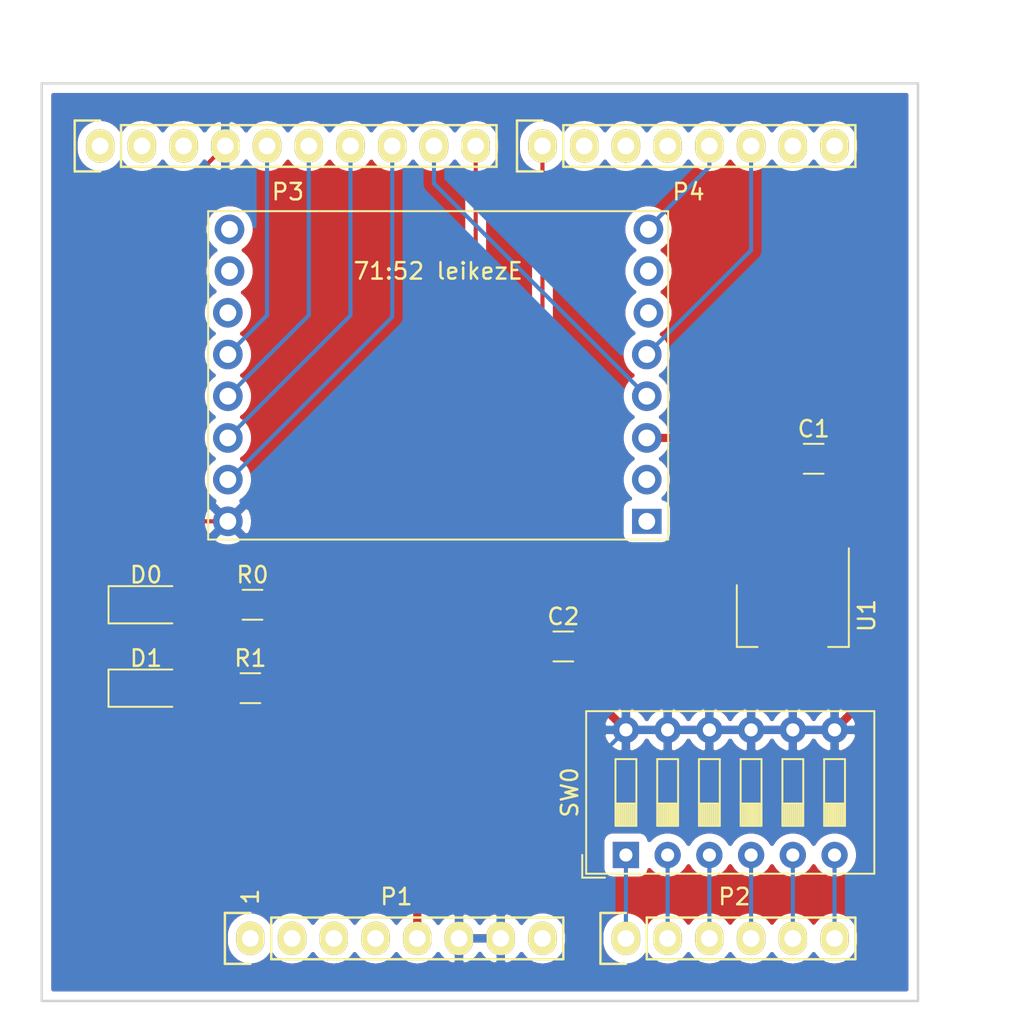
<source format=kicad_pcb>
(kicad_pcb (version 20171130) (host pcbnew "(5.1.6)-1")

  (general
    (thickness 1.6)
    (drawings 7)
    (tracks 65)
    (zones 0)
    (modules 13)
    (nets 39)
  )

  (page A4)
  (title_block
    (date "lun. 30 mars 2015")
  )

  (layers
    (0 F.Cu signal)
    (31 B.Cu signal)
    (32 B.Adhes user)
    (33 F.Adhes user)
    (34 B.Paste user)
    (35 F.Paste user)
    (36 B.SilkS user)
    (37 F.SilkS user)
    (38 B.Mask user)
    (39 F.Mask user)
    (40 Dwgs.User user)
    (41 Cmts.User user)
    (42 Eco1.User user)
    (43 Eco2.User user)
    (44 Edge.Cuts user)
    (45 Margin user)
    (46 B.CrtYd user)
    (47 F.CrtYd user)
    (48 B.Fab user)
    (49 F.Fab user)
  )

  (setup
    (last_trace_width 0.25)
    (trace_clearance 0.2)
    (zone_clearance 0.508)
    (zone_45_only no)
    (trace_min 0.2)
    (via_size 0.6)
    (via_drill 0.4)
    (via_min_size 0.4)
    (via_min_drill 0.3)
    (uvia_size 0.3)
    (uvia_drill 0.1)
    (uvias_allowed no)
    (uvia_min_size 0.2)
    (uvia_min_drill 0.1)
    (edge_width 0.15)
    (segment_width 0.15)
    (pcb_text_width 0.3)
    (pcb_text_size 1.5 1.5)
    (mod_edge_width 0.15)
    (mod_text_size 1 1)
    (mod_text_width 0.15)
    (pad_size 4.064 4.064)
    (pad_drill 3.048)
    (pad_to_mask_clearance 0)
    (aux_axis_origin 110.998 126.365)
    (grid_origin 110.998 126.365)
    (visible_elements 7FFFF7FF)
    (pcbplotparams
      (layerselection 0x010f0_ffffffff)
      (usegerberextensions true)
      (usegerberattributes true)
      (usegerberadvancedattributes true)
      (creategerberjobfile true)
      (excludeedgelayer true)
      (linewidth 0.100000)
      (plotframeref false)
      (viasonmask false)
      (mode 1)
      (useauxorigin false)
      (hpglpennumber 1)
      (hpglpenspeed 20)
      (hpglpendiameter 15.000000)
      (psnegative false)
      (psa4output false)
      (plotreference true)
      (plotvalue false)
      (plotinvisibletext false)
      (padsonsilk false)
      (subtractmaskfromsilk false)
      (outputformat 1)
      (mirror false)
      (drillshape 0)
      (scaleselection 1)
      (outputdirectory "GERBERS/"))
  )

  (net 0 "")
  (net 1 /IOREF)
  (net 2 /Reset)
  (net 3 +5V)
  (net 4 GND)
  (net 5 /Vin)
  (net 6 /AREF)
  (net 7 "/6(**)")
  (net 8 "/5(**)")
  (net 9 /4)
  (net 10 "/1(Tx)")
  (net 11 "/0(Rx)")
  (net 12 "Net-(P1-Pad1)")
  (net 13 +3V3)
  (net 14 "Net-(D0-Pad2)")
  (net 15 "Net-(D1-Pad2)")
  (net 16 S0)
  (net 17 S1)
  (net 18 S2)
  (net 19 S3)
  (net 20 S4)
  (net 21 S5)
  (net 22 "13(SCK)")
  (net 23 "12(MISO)")
  (net 24 "11(MOSI)")
  (net 25 "10(NSS)")
  (net 26 "9(RST)")
  (net 27 LED0)
  (net 28 LED1)
  (net 29 "3(DIO3)")
  (net 30 "2(DIO0)")
  (net 31 "Net-(U0-Pad1)")
  (net 32 "Net-(U0-Pad2)")
  (net 33 "Net-(U0-Pad6)")
  (net 34 "Net-(U0-Pad9)")
  (net 35 "Net-(U0-Pad10)")
  (net 36 "Net-(U0-Pad11)")
  (net 37 "Net-(U0-Pad7)")
  (net 38 "Net-(C1-Pad1)")

  (net_class Default "This is the default net class."
    (clearance 0.2)
    (trace_width 0.25)
    (via_dia 0.6)
    (via_drill 0.4)
    (uvia_dia 0.3)
    (uvia_drill 0.1)
    (add_net +3V3)
    (add_net +5V)
    (add_net "/0(Rx)")
    (add_net "/1(Tx)")
    (add_net /4)
    (add_net "/5(**)")
    (add_net "/6(**)")
    (add_net /AREF)
    (add_net /IOREF)
    (add_net /Reset)
    (add_net /Vin)
    (add_net "10(NSS)")
    (add_net "11(MOSI)")
    (add_net "12(MISO)")
    (add_net "13(SCK)")
    (add_net "2(DIO0)")
    (add_net "3(DIO3)")
    (add_net "9(RST)")
    (add_net GND)
    (add_net LED0)
    (add_net LED1)
    (add_net "Net-(C1-Pad1)")
    (add_net "Net-(D0-Pad2)")
    (add_net "Net-(D1-Pad2)")
    (add_net "Net-(P1-Pad1)")
    (add_net "Net-(U0-Pad1)")
    (add_net "Net-(U0-Pad10)")
    (add_net "Net-(U0-Pad11)")
    (add_net "Net-(U0-Pad2)")
    (add_net "Net-(U0-Pad6)")
    (add_net "Net-(U0-Pad7)")
    (add_net "Net-(U0-Pad9)")
    (add_net S0)
    (add_net S1)
    (add_net S2)
    (add_net S3)
    (add_net S4)
    (add_net S5)
  )

  (module Capacitor_SMD:C_1206_3216Metric (layer F.Cu) (tedit 5B301BBE) (tstamp 603C21D1)
    (at 157.988 106.045)
    (descr "Capacitor SMD 1206 (3216 Metric), square (rectangular) end terminal, IPC_7351 nominal, (Body size source: http://www.tortai-tech.com/upload/download/2011102023233369053.pdf), generated with kicad-footprint-generator")
    (tags capacitor)
    (path /603C605A)
    (attr smd)
    (fp_text reference C2 (at 0 -1.82) (layer F.SilkS)
      (effects (font (size 1 1) (thickness 0.15)))
    )
    (fp_text value C_Small (at 0 1.82) (layer F.Fab)
      (effects (font (size 1 1) (thickness 0.15)))
    )
    (fp_text user %R (at 0 0) (layer F.Fab)
      (effects (font (size 0.8 0.8) (thickness 0.12)))
    )
    (fp_line (start -1.6 0.8) (end -1.6 -0.8) (layer F.Fab) (width 0.1))
    (fp_line (start -1.6 -0.8) (end 1.6 -0.8) (layer F.Fab) (width 0.1))
    (fp_line (start 1.6 -0.8) (end 1.6 0.8) (layer F.Fab) (width 0.1))
    (fp_line (start 1.6 0.8) (end -1.6 0.8) (layer F.Fab) (width 0.1))
    (fp_line (start -0.602064 -0.91) (end 0.602064 -0.91) (layer F.SilkS) (width 0.12))
    (fp_line (start -0.602064 0.91) (end 0.602064 0.91) (layer F.SilkS) (width 0.12))
    (fp_line (start -2.28 1.12) (end -2.28 -1.12) (layer F.CrtYd) (width 0.05))
    (fp_line (start -2.28 -1.12) (end 2.28 -1.12) (layer F.CrtYd) (width 0.05))
    (fp_line (start 2.28 -1.12) (end 2.28 1.12) (layer F.CrtYd) (width 0.05))
    (fp_line (start 2.28 1.12) (end -2.28 1.12) (layer F.CrtYd) (width 0.05))
    (pad 2 smd roundrect (at 1.4 0) (size 1.25 1.75) (layers F.Cu F.Paste F.Mask) (roundrect_rratio 0.2)
      (net 4 GND))
    (pad 1 smd roundrect (at -1.4 0) (size 1.25 1.75) (layers F.Cu F.Paste F.Mask) (roundrect_rratio 0.2)
      (net 3 +5V))
    (model ${KISYS3DMOD}/Capacitor_SMD.3dshapes/C_1206_3216Metric.wrl
      (at (xyz 0 0 0))
      (scale (xyz 1 1 1))
      (rotate (xyz 0 0 0))
    )
  )

  (module Capacitor_SMD:C_1206_3216Metric (layer F.Cu) (tedit 5B301BBE) (tstamp 603C21C0)
    (at 173.228 94.615)
    (descr "Capacitor SMD 1206 (3216 Metric), square (rectangular) end terminal, IPC_7351 nominal, (Body size source: http://www.tortai-tech.com/upload/download/2011102023233369053.pdf), generated with kicad-footprint-generator")
    (tags capacitor)
    (path /603CC66A)
    (attr smd)
    (fp_text reference C1 (at 0 -1.82) (layer F.SilkS)
      (effects (font (size 1 1) (thickness 0.15)))
    )
    (fp_text value C_Small (at 0 1.82) (layer F.Fab)
      (effects (font (size 1 1) (thickness 0.15)))
    )
    (fp_text user %R (at 0 0) (layer F.Fab)
      (effects (font (size 0.8 0.8) (thickness 0.12)))
    )
    (fp_line (start -1.6 0.8) (end -1.6 -0.8) (layer F.Fab) (width 0.1))
    (fp_line (start -1.6 -0.8) (end 1.6 -0.8) (layer F.Fab) (width 0.1))
    (fp_line (start 1.6 -0.8) (end 1.6 0.8) (layer F.Fab) (width 0.1))
    (fp_line (start 1.6 0.8) (end -1.6 0.8) (layer F.Fab) (width 0.1))
    (fp_line (start -0.602064 -0.91) (end 0.602064 -0.91) (layer F.SilkS) (width 0.12))
    (fp_line (start -0.602064 0.91) (end 0.602064 0.91) (layer F.SilkS) (width 0.12))
    (fp_line (start -2.28 1.12) (end -2.28 -1.12) (layer F.CrtYd) (width 0.05))
    (fp_line (start -2.28 -1.12) (end 2.28 -1.12) (layer F.CrtYd) (width 0.05))
    (fp_line (start 2.28 -1.12) (end 2.28 1.12) (layer F.CrtYd) (width 0.05))
    (fp_line (start 2.28 1.12) (end -2.28 1.12) (layer F.CrtYd) (width 0.05))
    (pad 2 smd roundrect (at 1.4 0) (size 1.25 1.75) (layers F.Cu F.Paste F.Mask) (roundrect_rratio 0.2)
      (net 4 GND))
    (pad 1 smd roundrect (at -1.4 0) (size 1.25 1.75) (layers F.Cu F.Paste F.Mask) (roundrect_rratio 0.2)
      (net 38 "Net-(C1-Pad1)"))
    (model ${KISYS3DMOD}/Capacitor_SMD.3dshapes/C_1206_3216Metric.wrl
      (at (xyz 0 0 0))
      (scale (xyz 1 1 1))
      (rotate (xyz 0 0 0))
    )
  )

  (module Package_TO_SOT_SMD:SOT-223-3_TabPin2 (layer F.Cu) (tedit 5A02FF57) (tstamp 5FD70088)
    (at 171.958 104.165 270)
    (descr "module CMS SOT223 4 pins")
    (tags "CMS SOT")
    (path /5FD704F8)
    (attr smd)
    (fp_text reference U1 (at 0 -4.5 90) (layer F.SilkS)
      (effects (font (size 1 1) (thickness 0.15)))
    )
    (fp_text value AMS1117-3.3 (at 0 4.5 90) (layer F.Fab)
      (effects (font (size 1 1) (thickness 0.15)))
    )
    (fp_line (start 1.91 3.41) (end 1.91 2.15) (layer F.SilkS) (width 0.12))
    (fp_line (start 1.91 -3.41) (end 1.91 -2.15) (layer F.SilkS) (width 0.12))
    (fp_line (start 4.4 -3.6) (end -4.4 -3.6) (layer F.CrtYd) (width 0.05))
    (fp_line (start 4.4 3.6) (end 4.4 -3.6) (layer F.CrtYd) (width 0.05))
    (fp_line (start -4.4 3.6) (end 4.4 3.6) (layer F.CrtYd) (width 0.05))
    (fp_line (start -4.4 -3.6) (end -4.4 3.6) (layer F.CrtYd) (width 0.05))
    (fp_line (start -1.85 -2.35) (end -0.85 -3.35) (layer F.Fab) (width 0.1))
    (fp_line (start -1.85 -2.35) (end -1.85 3.35) (layer F.Fab) (width 0.1))
    (fp_line (start -1.85 3.41) (end 1.91 3.41) (layer F.SilkS) (width 0.12))
    (fp_line (start -0.85 -3.35) (end 1.85 -3.35) (layer F.Fab) (width 0.1))
    (fp_line (start -4.1 -3.41) (end 1.91 -3.41) (layer F.SilkS) (width 0.12))
    (fp_line (start -1.85 3.35) (end 1.85 3.35) (layer F.Fab) (width 0.1))
    (fp_line (start 1.85 -3.35) (end 1.85 3.35) (layer F.Fab) (width 0.1))
    (fp_text user %R (at 0 0) (layer F.Fab)
      (effects (font (size 0.8 0.8) (thickness 0.12)))
    )
    (pad 1 smd rect (at -3.15 -2.3 270) (size 2 1.5) (layers F.Cu F.Paste F.Mask)
      (net 4 GND))
    (pad 3 smd rect (at -3.15 2.3 270) (size 2 1.5) (layers F.Cu F.Paste F.Mask)
      (net 3 +5V))
    (pad 2 smd rect (at -3.15 0 270) (size 2 1.5) (layers F.Cu F.Paste F.Mask)
      (net 38 "Net-(C1-Pad1)"))
    (pad 2 smd rect (at 3.15 0 270) (size 2 3.8) (layers F.Cu F.Paste F.Mask)
      (net 38 "Net-(C1-Pad1)"))
    (model ${KISYS3DMOD}/Package_TO_SOT_SMD.3dshapes/SOT-223.wrl
      (at (xyz 0 0 0))
      (scale (xyz 1 1 1))
      (rotate (xyz 0 0 0))
    )
  )

  (module "Lora2020_21:Ra-02(SX1278)" (layer F.Cu) (tedit 5FD6F552) (tstamp 5FD70072)
    (at 150.368 89.535 180)
    (path /5F702EBE)
    (fp_text reference "71:52 leikezE" (at 0 6.35) (layer F.SilkS)
      (effects (font (size 1 1) (thickness 0.15)))
    )
    (fp_text value "71:52 leikezE" (at 0 -3.81) (layer F.Fab)
      (effects (font (size 1 1) (thickness 0.15)))
    )
    (fp_line (start -14 -10) (end 14 -10) (layer F.SilkS) (width 0.12))
    (fp_line (start 14 -10) (end 14 10) (layer F.SilkS) (width 0.12))
    (fp_line (start 14 10) (end -14 10) (layer F.SilkS) (width 0.12))
    (fp_line (start -14 -10) (end -14 10) (layer F.SilkS) (width 0.12))
    (pad 2 thru_hole circle (at -12.7 -6.35 180) (size 1.8 1.8) (drill 1.02) (layers *.Cu *.Mask)
      (net 32 "Net-(U0-Pad2)"))
    (pad 9 thru_hole circle (at 12.7 8.89 180) (size 1.8 1.8) (drill 1.02) (layers *.Cu *.Mask)
      (net 34 "Net-(U0-Pad9)"))
    (pad 10 thru_hole circle (at 12.7 6.35 180) (size 1.8 1.8) (drill 1.02) (layers *.Cu *.Mask)
      (net 35 "Net-(U0-Pad10)"))
    (pad 11 thru_hole circle (at 12.8 3.81 180) (size 1.8 1.8) (drill 1.02) (layers *.Cu *.Mask)
      (net 36 "Net-(U0-Pad11)"))
    (pad 12 thru_hole circle (at 12.8 1.27 180) (size 1.8 1.8) (drill 1.02) (layers *.Cu *.Mask)
      (net 22 "13(SCK)"))
    (pad 13 thru_hole circle (at 12.8 -1.27 180) (size 1.8 1.8) (drill 1.02) (layers *.Cu *.Mask)
      (net 23 "12(MISO)"))
    (pad 14 thru_hole circle (at 12.8 -3.81 180) (size 1.8 1.8) (drill 1.02) (layers *.Cu *.Mask)
      (net 24 "11(MOSI)"))
    (pad 15 thru_hole circle (at 12.8 -6.35 180) (size 1.8 1.8) (drill 1.02) (layers *.Cu *.Mask)
      (net 25 "10(NSS)"))
    (pad 16 thru_hole circle (at 12.8 -8.89 180) (size 1.8 1.8) (drill 1.02) (layers *.Cu *.Mask)
      (net 4 GND))
    (pad 8 thru_hole circle (at -12.8 8.89 180) (size 1.8 1.8) (drill 1.02) (layers *.Cu *.Mask)
      (net 29 "3(DIO3)"))
    (pad 3 thru_hole circle (at -12.7 -3.81 180) (size 1.8 1.8) (drill 1.02) (layers *.Cu *.Mask)
      (net 38 "Net-(C1-Pad1)"))
    (pad 4 thru_hole circle (at -12.7 -1.27 180) (size 1.8 1.8) (drill 1.02) (layers *.Cu *.Mask)
      (net 26 "9(RST)"))
    (pad 5 thru_hole circle (at -12.7 1.27 180) (size 1.8 1.8) (drill 1.02) (layers *.Cu *.Mask)
      (net 30 "2(DIO0)"))
    (pad 6 thru_hole circle (at -12.8 3.81 180) (size 1.8 1.8) (drill 1.02) (layers *.Cu *.Mask)
      (net 33 "Net-(U0-Pad6)"))
    (pad 7 thru_hole circle (at -12.8 6.35 180) (size 1.8 1.8) (drill 1.02) (layers *.Cu *.Mask)
      (net 37 "Net-(U0-Pad7)"))
    (pad 1 thru_hole rect (at -12.7 -8.89 180) (size 1.8 1.524) (drill 1.02) (layers *.Cu *.Mask)
      (net 31 "Net-(U0-Pad1)"))
  )

  (module Socket_Arduino_Uno:Socket_Strip_Arduino_1x08 locked (layer F.Cu) (tedit 552168D2) (tstamp 551AF9EA)
    (at 138.938 123.825)
    (descr "Through hole socket strip")
    (tags "socket strip")
    (path /56D70129)
    (fp_text reference P1 (at 8.89 -2.54) (layer F.SilkS)
      (effects (font (size 1 1) (thickness 0.15)))
    )
    (fp_text value Power (at 8.89 -4.064) (layer F.Fab)
      (effects (font (size 1 1) (thickness 0.15)))
    )
    (fp_line (start -1.75 -1.75) (end -1.75 1.75) (layer F.CrtYd) (width 0.05))
    (fp_line (start 19.55 -1.75) (end 19.55 1.75) (layer F.CrtYd) (width 0.05))
    (fp_line (start -1.75 -1.75) (end 19.55 -1.75) (layer F.CrtYd) (width 0.05))
    (fp_line (start -1.75 1.75) (end 19.55 1.75) (layer F.CrtYd) (width 0.05))
    (fp_line (start 1.27 1.27) (end 19.05 1.27) (layer F.SilkS) (width 0.15))
    (fp_line (start 19.05 1.27) (end 19.05 -1.27) (layer F.SilkS) (width 0.15))
    (fp_line (start 19.05 -1.27) (end 1.27 -1.27) (layer F.SilkS) (width 0.15))
    (fp_line (start -1.55 1.55) (end 0 1.55) (layer F.SilkS) (width 0.15))
    (fp_line (start 1.27 1.27) (end 1.27 -1.27) (layer F.SilkS) (width 0.15))
    (fp_line (start 0 -1.55) (end -1.55 -1.55) (layer F.SilkS) (width 0.15))
    (fp_line (start -1.55 -1.55) (end -1.55 1.55) (layer F.SilkS) (width 0.15))
    (pad 1 thru_hole oval (at 0 0) (size 1.7272 2.032) (drill 1.016) (layers *.Cu *.Mask F.SilkS)
      (net 12 "Net-(P1-Pad1)"))
    (pad 2 thru_hole oval (at 2.54 0) (size 1.7272 2.032) (drill 1.016) (layers *.Cu *.Mask F.SilkS)
      (net 1 /IOREF))
    (pad 3 thru_hole oval (at 5.08 0) (size 1.7272 2.032) (drill 1.016) (layers *.Cu *.Mask F.SilkS)
      (net 2 /Reset))
    (pad 4 thru_hole oval (at 7.62 0) (size 1.7272 2.032) (drill 1.016) (layers *.Cu *.Mask F.SilkS)
      (net 13 +3V3))
    (pad 5 thru_hole oval (at 10.16 0) (size 1.7272 2.032) (drill 1.016) (layers *.Cu *.Mask F.SilkS)
      (net 3 +5V))
    (pad 6 thru_hole oval (at 12.7 0) (size 1.7272 2.032) (drill 1.016) (layers *.Cu *.Mask F.SilkS)
      (net 4 GND))
    (pad 7 thru_hole oval (at 15.24 0) (size 1.7272 2.032) (drill 1.016) (layers *.Cu *.Mask F.SilkS)
      (net 4 GND))
    (pad 8 thru_hole oval (at 17.78 0) (size 1.7272 2.032) (drill 1.016) (layers *.Cu *.Mask F.SilkS)
      (net 5 /Vin))
    (model ${KIPRJMOD}/Socket_Arduino_Uno.3dshapes/Socket_header_Arduino_1x08.wrl
      (offset (xyz 8.889999866485596 0 0))
      (scale (xyz 1 1 1))
      (rotate (xyz 0 0 180))
    )
  )

  (module Socket_Arduino_Uno:Socket_Strip_Arduino_1x06 locked (layer F.Cu) (tedit 552168D6) (tstamp 551AF9FF)
    (at 161.798 123.825)
    (descr "Through hole socket strip")
    (tags "socket strip")
    (path /56D70DD8)
    (fp_text reference P2 (at 6.604 -2.54) (layer F.SilkS)
      (effects (font (size 1 1) (thickness 0.15)))
    )
    (fp_text value Analog (at 6.604 -4.064) (layer F.Fab)
      (effects (font (size 1 1) (thickness 0.15)))
    )
    (fp_line (start -1.75 -1.75) (end -1.75 1.75) (layer F.CrtYd) (width 0.05))
    (fp_line (start 14.45 -1.75) (end 14.45 1.75) (layer F.CrtYd) (width 0.05))
    (fp_line (start -1.75 -1.75) (end 14.45 -1.75) (layer F.CrtYd) (width 0.05))
    (fp_line (start -1.75 1.75) (end 14.45 1.75) (layer F.CrtYd) (width 0.05))
    (fp_line (start 1.27 1.27) (end 13.97 1.27) (layer F.SilkS) (width 0.15))
    (fp_line (start 13.97 1.27) (end 13.97 -1.27) (layer F.SilkS) (width 0.15))
    (fp_line (start 13.97 -1.27) (end 1.27 -1.27) (layer F.SilkS) (width 0.15))
    (fp_line (start -1.55 1.55) (end 0 1.55) (layer F.SilkS) (width 0.15))
    (fp_line (start 1.27 1.27) (end 1.27 -1.27) (layer F.SilkS) (width 0.15))
    (fp_line (start 0 -1.55) (end -1.55 -1.55) (layer F.SilkS) (width 0.15))
    (fp_line (start -1.55 -1.55) (end -1.55 1.55) (layer F.SilkS) (width 0.15))
    (pad 1 thru_hole oval (at 0 0) (size 1.7272 2.032) (drill 1.016) (layers *.Cu *.Mask F.SilkS)
      (net 16 S0))
    (pad 2 thru_hole oval (at 2.54 0) (size 1.7272 2.032) (drill 1.016) (layers *.Cu *.Mask F.SilkS)
      (net 17 S1))
    (pad 3 thru_hole oval (at 5.08 0) (size 1.7272 2.032) (drill 1.016) (layers *.Cu *.Mask F.SilkS)
      (net 18 S2))
    (pad 4 thru_hole oval (at 7.62 0) (size 1.7272 2.032) (drill 1.016) (layers *.Cu *.Mask F.SilkS)
      (net 19 S3))
    (pad 5 thru_hole oval (at 10.16 0) (size 1.7272 2.032) (drill 1.016) (layers *.Cu *.Mask F.SilkS)
      (net 20 S4))
    (pad 6 thru_hole oval (at 12.7 0) (size 1.7272 2.032) (drill 1.016) (layers *.Cu *.Mask F.SilkS)
      (net 21 S5))
    (model ${KIPRJMOD}/Socket_Arduino_Uno.3dshapes/Socket_header_Arduino_1x06.wrl
      (offset (xyz 6.349999904632568 0 0))
      (scale (xyz 1 1 1))
      (rotate (xyz 0 0 180))
    )
  )

  (module Socket_Arduino_Uno:Socket_Strip_Arduino_1x10 locked (layer F.Cu) (tedit 552168BF) (tstamp 551AFA18)
    (at 129.794 75.565)
    (descr "Through hole socket strip")
    (tags "socket strip")
    (path /56D721E0)
    (fp_text reference P3 (at 11.43 2.794) (layer F.SilkS)
      (effects (font (size 1 1) (thickness 0.15)))
    )
    (fp_text value Digital (at 11.43 4.318) (layer F.Fab)
      (effects (font (size 1 1) (thickness 0.15)))
    )
    (fp_line (start -1.75 -1.75) (end -1.75 1.75) (layer F.CrtYd) (width 0.05))
    (fp_line (start 24.65 -1.75) (end 24.65 1.75) (layer F.CrtYd) (width 0.05))
    (fp_line (start -1.75 -1.75) (end 24.65 -1.75) (layer F.CrtYd) (width 0.05))
    (fp_line (start -1.75 1.75) (end 24.65 1.75) (layer F.CrtYd) (width 0.05))
    (fp_line (start 1.27 1.27) (end 24.13 1.27) (layer F.SilkS) (width 0.15))
    (fp_line (start 24.13 1.27) (end 24.13 -1.27) (layer F.SilkS) (width 0.15))
    (fp_line (start 24.13 -1.27) (end 1.27 -1.27) (layer F.SilkS) (width 0.15))
    (fp_line (start -1.55 1.55) (end 0 1.55) (layer F.SilkS) (width 0.15))
    (fp_line (start 1.27 1.27) (end 1.27 -1.27) (layer F.SilkS) (width 0.15))
    (fp_line (start 0 -1.55) (end -1.55 -1.55) (layer F.SilkS) (width 0.15))
    (fp_line (start -1.55 -1.55) (end -1.55 1.55) (layer F.SilkS) (width 0.15))
    (pad 1 thru_hole oval (at 0 0) (size 1.7272 2.032) (drill 1.016) (layers *.Cu *.Mask F.SilkS)
      (net 21 S5))
    (pad 2 thru_hole oval (at 2.54 0) (size 1.7272 2.032) (drill 1.016) (layers *.Cu *.Mask F.SilkS)
      (net 20 S4))
    (pad 3 thru_hole oval (at 5.08 0) (size 1.7272 2.032) (drill 1.016) (layers *.Cu *.Mask F.SilkS)
      (net 6 /AREF))
    (pad 4 thru_hole oval (at 7.62 0) (size 1.7272 2.032) (drill 1.016) (layers *.Cu *.Mask F.SilkS)
      (net 4 GND))
    (pad 5 thru_hole oval (at 10.16 0) (size 1.7272 2.032) (drill 1.016) (layers *.Cu *.Mask F.SilkS)
      (net 22 "13(SCK)"))
    (pad 6 thru_hole oval (at 12.7 0) (size 1.7272 2.032) (drill 1.016) (layers *.Cu *.Mask F.SilkS)
      (net 23 "12(MISO)"))
    (pad 7 thru_hole oval (at 15.24 0) (size 1.7272 2.032) (drill 1.016) (layers *.Cu *.Mask F.SilkS)
      (net 24 "11(MOSI)"))
    (pad 8 thru_hole oval (at 17.78 0) (size 1.7272 2.032) (drill 1.016) (layers *.Cu *.Mask F.SilkS)
      (net 25 "10(NSS)"))
    (pad 9 thru_hole oval (at 20.32 0) (size 1.7272 2.032) (drill 1.016) (layers *.Cu *.Mask F.SilkS)
      (net 26 "9(RST)"))
    (pad 10 thru_hole oval (at 22.86 0) (size 1.7272 2.032) (drill 1.016) (layers *.Cu *.Mask F.SilkS)
      (net 27 LED0))
    (model ${KIPRJMOD}/Socket_Arduino_Uno.3dshapes/Socket_header_Arduino_1x10.wrl
      (offset (xyz 11.42999982833862 0 0))
      (scale (xyz 1 1 1))
      (rotate (xyz 0 0 180))
    )
  )

  (module Socket_Arduino_Uno:Socket_Strip_Arduino_1x08 locked (layer F.Cu) (tedit 552168C7) (tstamp 551AFA2F)
    (at 156.718 75.565)
    (descr "Through hole socket strip")
    (tags "socket strip")
    (path /56D7164F)
    (fp_text reference P4 (at 8.89 2.794) (layer F.SilkS)
      (effects (font (size 1 1) (thickness 0.15)))
    )
    (fp_text value Digital (at 8.89 4.318) (layer F.Fab)
      (effects (font (size 1 1) (thickness 0.15)))
    )
    (fp_line (start -1.75 -1.75) (end -1.75 1.75) (layer F.CrtYd) (width 0.05))
    (fp_line (start 19.55 -1.75) (end 19.55 1.75) (layer F.CrtYd) (width 0.05))
    (fp_line (start -1.75 -1.75) (end 19.55 -1.75) (layer F.CrtYd) (width 0.05))
    (fp_line (start -1.75 1.75) (end 19.55 1.75) (layer F.CrtYd) (width 0.05))
    (fp_line (start 1.27 1.27) (end 19.05 1.27) (layer F.SilkS) (width 0.15))
    (fp_line (start 19.05 1.27) (end 19.05 -1.27) (layer F.SilkS) (width 0.15))
    (fp_line (start 19.05 -1.27) (end 1.27 -1.27) (layer F.SilkS) (width 0.15))
    (fp_line (start -1.55 1.55) (end 0 1.55) (layer F.SilkS) (width 0.15))
    (fp_line (start 1.27 1.27) (end 1.27 -1.27) (layer F.SilkS) (width 0.15))
    (fp_line (start 0 -1.55) (end -1.55 -1.55) (layer F.SilkS) (width 0.15))
    (fp_line (start -1.55 -1.55) (end -1.55 1.55) (layer F.SilkS) (width 0.15))
    (pad 1 thru_hole oval (at 0 0) (size 1.7272 2.032) (drill 1.016) (layers *.Cu *.Mask F.SilkS)
      (net 28 LED1))
    (pad 2 thru_hole oval (at 2.54 0) (size 1.7272 2.032) (drill 1.016) (layers *.Cu *.Mask F.SilkS)
      (net 7 "/6(**)"))
    (pad 3 thru_hole oval (at 5.08 0) (size 1.7272 2.032) (drill 1.016) (layers *.Cu *.Mask F.SilkS)
      (net 8 "/5(**)"))
    (pad 4 thru_hole oval (at 7.62 0) (size 1.7272 2.032) (drill 1.016) (layers *.Cu *.Mask F.SilkS)
      (net 9 /4))
    (pad 5 thru_hole oval (at 10.16 0) (size 1.7272 2.032) (drill 1.016) (layers *.Cu *.Mask F.SilkS)
      (net 29 "3(DIO3)"))
    (pad 6 thru_hole oval (at 12.7 0) (size 1.7272 2.032) (drill 1.016) (layers *.Cu *.Mask F.SilkS)
      (net 30 "2(DIO0)"))
    (pad 7 thru_hole oval (at 15.24 0) (size 1.7272 2.032) (drill 1.016) (layers *.Cu *.Mask F.SilkS)
      (net 10 "/1(Tx)"))
    (pad 8 thru_hole oval (at 17.78 0) (size 1.7272 2.032) (drill 1.016) (layers *.Cu *.Mask F.SilkS)
      (net 11 "/0(Rx)"))
    (model ${KIPRJMOD}/Socket_Arduino_Uno.3dshapes/Socket_header_Arduino_1x08.wrl
      (offset (xyz 8.889999866485596 0 0))
      (scale (xyz 1 1 1))
      (rotate (xyz 0 0 180))
    )
  )

  (module LED_SMD:LED_1206_3216Metric (layer F.Cu) (tedit 5B301BBE) (tstamp 5F67CDF4)
    (at 132.588 103.505)
    (descr "LED SMD 1206 (3216 Metric), square (rectangular) end terminal, IPC_7351 nominal, (Body size source: http://www.tortai-tech.com/upload/download/2011102023233369053.pdf), generated with kicad-footprint-generator")
    (tags diode)
    (path /5F6B527E)
    (attr smd)
    (fp_text reference D0 (at 0 -1.82) (layer F.SilkS)
      (effects (font (size 1 1) (thickness 0.15)))
    )
    (fp_text value LED (at 0 1.82) (layer F.Fab)
      (effects (font (size 1 1) (thickness 0.15)))
    )
    (fp_line (start 2.28 1.12) (end -2.28 1.12) (layer F.CrtYd) (width 0.05))
    (fp_line (start 2.28 -1.12) (end 2.28 1.12) (layer F.CrtYd) (width 0.05))
    (fp_line (start -2.28 -1.12) (end 2.28 -1.12) (layer F.CrtYd) (width 0.05))
    (fp_line (start -2.28 1.12) (end -2.28 -1.12) (layer F.CrtYd) (width 0.05))
    (fp_line (start -2.285 1.135) (end 1.6 1.135) (layer F.SilkS) (width 0.12))
    (fp_line (start -2.285 -1.135) (end -2.285 1.135) (layer F.SilkS) (width 0.12))
    (fp_line (start 1.6 -1.135) (end -2.285 -1.135) (layer F.SilkS) (width 0.12))
    (fp_line (start 1.6 0.8) (end 1.6 -0.8) (layer F.Fab) (width 0.1))
    (fp_line (start -1.6 0.8) (end 1.6 0.8) (layer F.Fab) (width 0.1))
    (fp_line (start -1.6 -0.4) (end -1.6 0.8) (layer F.Fab) (width 0.1))
    (fp_line (start -1.2 -0.8) (end -1.6 -0.4) (layer F.Fab) (width 0.1))
    (fp_line (start 1.6 -0.8) (end -1.2 -0.8) (layer F.Fab) (width 0.1))
    (fp_text user %R (at 0 0) (layer F.Fab)
      (effects (font (size 0.8 0.8) (thickness 0.12)))
    )
    (pad 1 smd roundrect (at -1.4 0) (size 1.25 1.75) (layers F.Cu F.Paste F.Mask) (roundrect_rratio 0.2)
      (net 4 GND))
    (pad 2 smd roundrect (at 1.4 0) (size 1.25 1.75) (layers F.Cu F.Paste F.Mask) (roundrect_rratio 0.2)
      (net 14 "Net-(D0-Pad2)"))
    (model ${KISYS3DMOD}/LED_SMD.3dshapes/LED_1206_3216Metric.wrl
      (at (xyz 0 0 0))
      (scale (xyz 1 1 1))
      (rotate (xyz 0 0 0))
    )
  )

  (module LED_SMD:LED_1206_3216Metric (layer F.Cu) (tedit 5B301BBE) (tstamp 5F67CE07)
    (at 132.588 108.585)
    (descr "LED SMD 1206 (3216 Metric), square (rectangular) end terminal, IPC_7351 nominal, (Body size source: http://www.tortai-tech.com/upload/download/2011102023233369053.pdf), generated with kicad-footprint-generator")
    (tags diode)
    (path /5F6B9E27)
    (attr smd)
    (fp_text reference D1 (at 0 -1.82) (layer F.SilkS)
      (effects (font (size 1 1) (thickness 0.15)))
    )
    (fp_text value LED (at 0 1.82) (layer F.Fab)
      (effects (font (size 1 1) (thickness 0.15)))
    )
    (fp_line (start 1.6 -0.8) (end -1.2 -0.8) (layer F.Fab) (width 0.1))
    (fp_line (start -1.2 -0.8) (end -1.6 -0.4) (layer F.Fab) (width 0.1))
    (fp_line (start -1.6 -0.4) (end -1.6 0.8) (layer F.Fab) (width 0.1))
    (fp_line (start -1.6 0.8) (end 1.6 0.8) (layer F.Fab) (width 0.1))
    (fp_line (start 1.6 0.8) (end 1.6 -0.8) (layer F.Fab) (width 0.1))
    (fp_line (start 1.6 -1.135) (end -2.285 -1.135) (layer F.SilkS) (width 0.12))
    (fp_line (start -2.285 -1.135) (end -2.285 1.135) (layer F.SilkS) (width 0.12))
    (fp_line (start -2.285 1.135) (end 1.6 1.135) (layer F.SilkS) (width 0.12))
    (fp_line (start -2.28 1.12) (end -2.28 -1.12) (layer F.CrtYd) (width 0.05))
    (fp_line (start -2.28 -1.12) (end 2.28 -1.12) (layer F.CrtYd) (width 0.05))
    (fp_line (start 2.28 -1.12) (end 2.28 1.12) (layer F.CrtYd) (width 0.05))
    (fp_line (start 2.28 1.12) (end -2.28 1.12) (layer F.CrtYd) (width 0.05))
    (fp_text user %R (at 0 0) (layer F.Fab)
      (effects (font (size 0.8 0.8) (thickness 0.12)))
    )
    (pad 2 smd roundrect (at 1.4 0) (size 1.25 1.75) (layers F.Cu F.Paste F.Mask) (roundrect_rratio 0.2)
      (net 15 "Net-(D1-Pad2)"))
    (pad 1 smd roundrect (at -1.4 0) (size 1.25 1.75) (layers F.Cu F.Paste F.Mask) (roundrect_rratio 0.2)
      (net 4 GND))
    (model ${KISYS3DMOD}/LED_SMD.3dshapes/LED_1206_3216Metric.wrl
      (at (xyz 0 0 0))
      (scale (xyz 1 1 1))
      (rotate (xyz 0 0 0))
    )
  )

  (module Resistor_SMD:R_1206_3216Metric (layer F.Cu) (tedit 5B301BBD) (tstamp 5F67CE30)
    (at 139.068 103.505)
    (descr "Resistor SMD 1206 (3216 Metric), square (rectangular) end terminal, IPC_7351 nominal, (Body size source: http://www.tortai-tech.com/upload/download/2011102023233369053.pdf), generated with kicad-footprint-generator")
    (tags resistor)
    (path /5F6D8BEF)
    (attr smd)
    (fp_text reference R0 (at 0 -1.82) (layer F.SilkS)
      (effects (font (size 1 1) (thickness 0.15)))
    )
    (fp_text value R (at 0 1.82) (layer F.Fab)
      (effects (font (size 1 1) (thickness 0.15)))
    )
    (fp_line (start 2.28 1.12) (end -2.28 1.12) (layer F.CrtYd) (width 0.05))
    (fp_line (start 2.28 -1.12) (end 2.28 1.12) (layer F.CrtYd) (width 0.05))
    (fp_line (start -2.28 -1.12) (end 2.28 -1.12) (layer F.CrtYd) (width 0.05))
    (fp_line (start -2.28 1.12) (end -2.28 -1.12) (layer F.CrtYd) (width 0.05))
    (fp_line (start -0.602064 0.91) (end 0.602064 0.91) (layer F.SilkS) (width 0.12))
    (fp_line (start -0.602064 -0.91) (end 0.602064 -0.91) (layer F.SilkS) (width 0.12))
    (fp_line (start 1.6 0.8) (end -1.6 0.8) (layer F.Fab) (width 0.1))
    (fp_line (start 1.6 -0.8) (end 1.6 0.8) (layer F.Fab) (width 0.1))
    (fp_line (start -1.6 -0.8) (end 1.6 -0.8) (layer F.Fab) (width 0.1))
    (fp_line (start -1.6 0.8) (end -1.6 -0.8) (layer F.Fab) (width 0.1))
    (fp_text user %R (at 0 0) (layer F.Fab)
      (effects (font (size 0.8 0.8) (thickness 0.12)))
    )
    (pad 1 smd roundrect (at -1.4 0) (size 1.25 1.75) (layers F.Cu F.Paste F.Mask) (roundrect_rratio 0.2)
      (net 14 "Net-(D0-Pad2)"))
    (pad 2 smd roundrect (at 1.4 0) (size 1.25 1.75) (layers F.Cu F.Paste F.Mask) (roundrect_rratio 0.2)
      (net 27 LED0))
    (model ${KISYS3DMOD}/Resistor_SMD.3dshapes/R_1206_3216Metric.wrl
      (at (xyz 0 0 0))
      (scale (xyz 1 1 1))
      (rotate (xyz 0 0 0))
    )
  )

  (module Resistor_SMD:R_1206_3216Metric (layer F.Cu) (tedit 5B301BBD) (tstamp 5F67CE41)
    (at 138.938 108.585)
    (descr "Resistor SMD 1206 (3216 Metric), square (rectangular) end terminal, IPC_7351 nominal, (Body size source: http://www.tortai-tech.com/upload/download/2011102023233369053.pdf), generated with kicad-footprint-generator")
    (tags resistor)
    (path /5F6D974C)
    (attr smd)
    (fp_text reference R1 (at 0 -1.82) (layer F.SilkS)
      (effects (font (size 1 1) (thickness 0.15)))
    )
    (fp_text value R (at 0 1.82) (layer F.Fab)
      (effects (font (size 1 1) (thickness 0.15)))
    )
    (fp_line (start -1.6 0.8) (end -1.6 -0.8) (layer F.Fab) (width 0.1))
    (fp_line (start -1.6 -0.8) (end 1.6 -0.8) (layer F.Fab) (width 0.1))
    (fp_line (start 1.6 -0.8) (end 1.6 0.8) (layer F.Fab) (width 0.1))
    (fp_line (start 1.6 0.8) (end -1.6 0.8) (layer F.Fab) (width 0.1))
    (fp_line (start -0.602064 -0.91) (end 0.602064 -0.91) (layer F.SilkS) (width 0.12))
    (fp_line (start -0.602064 0.91) (end 0.602064 0.91) (layer F.SilkS) (width 0.12))
    (fp_line (start -2.28 1.12) (end -2.28 -1.12) (layer F.CrtYd) (width 0.05))
    (fp_line (start -2.28 -1.12) (end 2.28 -1.12) (layer F.CrtYd) (width 0.05))
    (fp_line (start 2.28 -1.12) (end 2.28 1.12) (layer F.CrtYd) (width 0.05))
    (fp_line (start 2.28 1.12) (end -2.28 1.12) (layer F.CrtYd) (width 0.05))
    (fp_text user %R (at 0 0) (layer F.Fab)
      (effects (font (size 0.8 0.8) (thickness 0.12)))
    )
    (pad 2 smd roundrect (at 1.4 0) (size 1.25 1.75) (layers F.Cu F.Paste F.Mask) (roundrect_rratio 0.2)
      (net 28 LED1))
    (pad 1 smd roundrect (at -1.4 0) (size 1.25 1.75) (layers F.Cu F.Paste F.Mask) (roundrect_rratio 0.2)
      (net 15 "Net-(D1-Pad2)"))
    (model ${KISYS3DMOD}/Resistor_SMD.3dshapes/R_1206_3216Metric.wrl
      (at (xyz 0 0 0))
      (scale (xyz 1 1 1))
      (rotate (xyz 0 0 0))
    )
  )

  (module Button_Switch_THT:SW_DIP_SPSTx06_Slide_9.78x17.42mm_W7.62mm_P2.54mm (layer F.Cu) (tedit 5A4E1405) (tstamp 5F67CF22)
    (at 161.798 118.745 90)
    (descr "6x-dip-switch SPST , Slide, row spacing 7.62 mm (300 mils), body size 9.78x17.42mm (see e.g. https://www.ctscorp.com/wp-content/uploads/206-208.pdf)")
    (tags "DIP Switch SPST Slide 7.62mm 300mil")
    (path /5F69BC69)
    (fp_text reference SW0 (at 3.81 -3.42 90) (layer F.SilkS)
      (effects (font (size 1 1) (thickness 0.15)))
    )
    (fp_text value SW_DIP_x06 (at 3.81 16.12 90) (layer F.Fab)
      (effects (font (size 1 1) (thickness 0.15)))
    )
    (fp_line (start 8.95 -2.7) (end -1.35 -2.7) (layer F.CrtYd) (width 0.05))
    (fp_line (start 8.95 15.4) (end 8.95 -2.7) (layer F.CrtYd) (width 0.05))
    (fp_line (start -1.35 15.4) (end 8.95 15.4) (layer F.CrtYd) (width 0.05))
    (fp_line (start -1.35 -2.7) (end -1.35 15.4) (layer F.CrtYd) (width 0.05))
    (fp_line (start 3.133333 12.065) (end 3.133333 13.335) (layer F.SilkS) (width 0.12))
    (fp_line (start 1.78 13.265) (end 3.133333 13.265) (layer F.SilkS) (width 0.12))
    (fp_line (start 1.78 13.145) (end 3.133333 13.145) (layer F.SilkS) (width 0.12))
    (fp_line (start 1.78 13.025) (end 3.133333 13.025) (layer F.SilkS) (width 0.12))
    (fp_line (start 1.78 12.905) (end 3.133333 12.905) (layer F.SilkS) (width 0.12))
    (fp_line (start 1.78 12.785) (end 3.133333 12.785) (layer F.SilkS) (width 0.12))
    (fp_line (start 1.78 12.665) (end 3.133333 12.665) (layer F.SilkS) (width 0.12))
    (fp_line (start 1.78 12.545) (end 3.133333 12.545) (layer F.SilkS) (width 0.12))
    (fp_line (start 1.78 12.425) (end 3.133333 12.425) (layer F.SilkS) (width 0.12))
    (fp_line (start 1.78 12.305) (end 3.133333 12.305) (layer F.SilkS) (width 0.12))
    (fp_line (start 1.78 12.185) (end 3.133333 12.185) (layer F.SilkS) (width 0.12))
    (fp_line (start 5.84 12.065) (end 1.78 12.065) (layer F.SilkS) (width 0.12))
    (fp_line (start 5.84 13.335) (end 5.84 12.065) (layer F.SilkS) (width 0.12))
    (fp_line (start 1.78 13.335) (end 5.84 13.335) (layer F.SilkS) (width 0.12))
    (fp_line (start 1.78 12.065) (end 1.78 13.335) (layer F.SilkS) (width 0.12))
    (fp_line (start 3.133333 9.525) (end 3.133333 10.795) (layer F.SilkS) (width 0.12))
    (fp_line (start 1.78 10.725) (end 3.133333 10.725) (layer F.SilkS) (width 0.12))
    (fp_line (start 1.78 10.605) (end 3.133333 10.605) (layer F.SilkS) (width 0.12))
    (fp_line (start 1.78 10.485) (end 3.133333 10.485) (layer F.SilkS) (width 0.12))
    (fp_line (start 1.78 10.365) (end 3.133333 10.365) (layer F.SilkS) (width 0.12))
    (fp_line (start 1.78 10.245) (end 3.133333 10.245) (layer F.SilkS) (width 0.12))
    (fp_line (start 1.78 10.125) (end 3.133333 10.125) (layer F.SilkS) (width 0.12))
    (fp_line (start 1.78 10.005) (end 3.133333 10.005) (layer F.SilkS) (width 0.12))
    (fp_line (start 1.78 9.885) (end 3.133333 9.885) (layer F.SilkS) (width 0.12))
    (fp_line (start 1.78 9.765) (end 3.133333 9.765) (layer F.SilkS) (width 0.12))
    (fp_line (start 1.78 9.645) (end 3.133333 9.645) (layer F.SilkS) (width 0.12))
    (fp_line (start 5.84 9.525) (end 1.78 9.525) (layer F.SilkS) (width 0.12))
    (fp_line (start 5.84 10.795) (end 5.84 9.525) (layer F.SilkS) (width 0.12))
    (fp_line (start 1.78 10.795) (end 5.84 10.795) (layer F.SilkS) (width 0.12))
    (fp_line (start 1.78 9.525) (end 1.78 10.795) (layer F.SilkS) (width 0.12))
    (fp_line (start 3.133333 6.985) (end 3.133333 8.255) (layer F.SilkS) (width 0.12))
    (fp_line (start 1.78 8.185) (end 3.133333 8.185) (layer F.SilkS) (width 0.12))
    (fp_line (start 1.78 8.065) (end 3.133333 8.065) (layer F.SilkS) (width 0.12))
    (fp_line (start 1.78 7.945) (end 3.133333 7.945) (layer F.SilkS) (width 0.12))
    (fp_line (start 1.78 7.825) (end 3.133333 7.825) (layer F.SilkS) (width 0.12))
    (fp_line (start 1.78 7.705) (end 3.133333 7.705) (layer F.SilkS) (width 0.12))
    (fp_line (start 1.78 7.585) (end 3.133333 7.585) (layer F.SilkS) (width 0.12))
    (fp_line (start 1.78 7.465) (end 3.133333 7.465) (layer F.SilkS) (width 0.12))
    (fp_line (start 1.78 7.345) (end 3.133333 7.345) (layer F.SilkS) (width 0.12))
    (fp_line (start 1.78 7.225) (end 3.133333 7.225) (layer F.SilkS) (width 0.12))
    (fp_line (start 1.78 7.105) (end 3.133333 7.105) (layer F.SilkS) (width 0.12))
    (fp_line (start 5.84 6.985) (end 1.78 6.985) (layer F.SilkS) (width 0.12))
    (fp_line (start 5.84 8.255) (end 5.84 6.985) (layer F.SilkS) (width 0.12))
    (fp_line (start 1.78 8.255) (end 5.84 8.255) (layer F.SilkS) (width 0.12))
    (fp_line (start 1.78 6.985) (end 1.78 8.255) (layer F.SilkS) (width 0.12))
    (fp_line (start 3.133333 4.445) (end 3.133333 5.715) (layer F.SilkS) (width 0.12))
    (fp_line (start 1.78 5.645) (end 3.133333 5.645) (layer F.SilkS) (width 0.12))
    (fp_line (start 1.78 5.525) (end 3.133333 5.525) (layer F.SilkS) (width 0.12))
    (fp_line (start 1.78 5.405) (end 3.133333 5.405) (layer F.SilkS) (width 0.12))
    (fp_line (start 1.78 5.285) (end 3.133333 5.285) (layer F.SilkS) (width 0.12))
    (fp_line (start 1.78 5.165) (end 3.133333 5.165) (layer F.SilkS) (width 0.12))
    (fp_line (start 1.78 5.045) (end 3.133333 5.045) (layer F.SilkS) (width 0.12))
    (fp_line (start 1.78 4.925) (end 3.133333 4.925) (layer F.SilkS) (width 0.12))
    (fp_line (start 1.78 4.805) (end 3.133333 4.805) (layer F.SilkS) (width 0.12))
    (fp_line (start 1.78 4.685) (end 3.133333 4.685) (layer F.SilkS) (width 0.12))
    (fp_line (start 1.78 4.565) (end 3.133333 4.565) (layer F.SilkS) (width 0.12))
    (fp_line (start 5.84 4.445) (end 1.78 4.445) (layer F.SilkS) (width 0.12))
    (fp_line (start 5.84 5.715) (end 5.84 4.445) (layer F.SilkS) (width 0.12))
    (fp_line (start 1.78 5.715) (end 5.84 5.715) (layer F.SilkS) (width 0.12))
    (fp_line (start 1.78 4.445) (end 1.78 5.715) (layer F.SilkS) (width 0.12))
    (fp_line (start 3.133333 1.905) (end 3.133333 3.175) (layer F.SilkS) (width 0.12))
    (fp_line (start 1.78 3.105) (end 3.133333 3.105) (layer F.SilkS) (width 0.12))
    (fp_line (start 1.78 2.985) (end 3.133333 2.985) (layer F.SilkS) (width 0.12))
    (fp_line (start 1.78 2.865) (end 3.133333 2.865) (layer F.SilkS) (width 0.12))
    (fp_line (start 1.78 2.745) (end 3.133333 2.745) (layer F.SilkS) (width 0.12))
    (fp_line (start 1.78 2.625) (end 3.133333 2.625) (layer F.SilkS) (width 0.12))
    (fp_line (start 1.78 2.505) (end 3.133333 2.505) (layer F.SilkS) (width 0.12))
    (fp_line (start 1.78 2.385) (end 3.133333 2.385) (layer F.SilkS) (width 0.12))
    (fp_line (start 1.78 2.265) (end 3.133333 2.265) (layer F.SilkS) (width 0.12))
    (fp_line (start 1.78 2.145) (end 3.133333 2.145) (layer F.SilkS) (width 0.12))
    (fp_line (start 1.78 2.025) (end 3.133333 2.025) (layer F.SilkS) (width 0.12))
    (fp_line (start 5.84 1.905) (end 1.78 1.905) (layer F.SilkS) (width 0.12))
    (fp_line (start 5.84 3.175) (end 5.84 1.905) (layer F.SilkS) (width 0.12))
    (fp_line (start 1.78 3.175) (end 5.84 3.175) (layer F.SilkS) (width 0.12))
    (fp_line (start 1.78 1.905) (end 1.78 3.175) (layer F.SilkS) (width 0.12))
    (fp_line (start 3.133333 -0.635) (end 3.133333 0.635) (layer F.SilkS) (width 0.12))
    (fp_line (start 1.78 0.565) (end 3.133333 0.565) (layer F.SilkS) (width 0.12))
    (fp_line (start 1.78 0.445) (end 3.133333 0.445) (layer F.SilkS) (width 0.12))
    (fp_line (start 1.78 0.325) (end 3.133333 0.325) (layer F.SilkS) (width 0.12))
    (fp_line (start 1.78 0.205) (end 3.133333 0.205) (layer F.SilkS) (width 0.12))
    (fp_line (start 1.78 0.085) (end 3.133333 0.085) (layer F.SilkS) (width 0.12))
    (fp_line (start 1.78 -0.035) (end 3.133333 -0.035) (layer F.SilkS) (width 0.12))
    (fp_line (start 1.78 -0.155) (end 3.133333 -0.155) (layer F.SilkS) (width 0.12))
    (fp_line (start 1.78 -0.275) (end 3.133333 -0.275) (layer F.SilkS) (width 0.12))
    (fp_line (start 1.78 -0.395) (end 3.133333 -0.395) (layer F.SilkS) (width 0.12))
    (fp_line (start 1.78 -0.515) (end 3.133333 -0.515) (layer F.SilkS) (width 0.12))
    (fp_line (start 5.84 -0.635) (end 1.78 -0.635) (layer F.SilkS) (width 0.12))
    (fp_line (start 5.84 0.635) (end 5.84 -0.635) (layer F.SilkS) (width 0.12))
    (fp_line (start 1.78 0.635) (end 5.84 0.635) (layer F.SilkS) (width 0.12))
    (fp_line (start 1.78 -0.635) (end 1.78 0.635) (layer F.SilkS) (width 0.12))
    (fp_line (start -1.38 -2.66) (end -1.38 -1.277) (layer F.SilkS) (width 0.12))
    (fp_line (start -1.38 -2.66) (end 0.004 -2.66) (layer F.SilkS) (width 0.12))
    (fp_line (start 8.76 -2.42) (end 8.76 15.12) (layer F.SilkS) (width 0.12))
    (fp_line (start -1.14 -2.42) (end -1.14 15.12) (layer F.SilkS) (width 0.12))
    (fp_line (start -1.14 15.12) (end 8.76 15.12) (layer F.SilkS) (width 0.12))
    (fp_line (start -1.14 -2.42) (end 8.76 -2.42) (layer F.SilkS) (width 0.12))
    (fp_line (start 3.133333 12.065) (end 3.133333 13.335) (layer F.Fab) (width 0.1))
    (fp_line (start 1.78 13.265) (end 3.133333 13.265) (layer F.Fab) (width 0.1))
    (fp_line (start 1.78 13.165) (end 3.133333 13.165) (layer F.Fab) (width 0.1))
    (fp_line (start 1.78 13.065) (end 3.133333 13.065) (layer F.Fab) (width 0.1))
    (fp_line (start 1.78 12.965) (end 3.133333 12.965) (layer F.Fab) (width 0.1))
    (fp_line (start 1.78 12.865) (end 3.133333 12.865) (layer F.Fab) (width 0.1))
    (fp_line (start 1.78 12.765) (end 3.133333 12.765) (layer F.Fab) (width 0.1))
    (fp_line (start 1.78 12.665) (end 3.133333 12.665) (layer F.Fab) (width 0.1))
    (fp_line (start 1.78 12.565) (end 3.133333 12.565) (layer F.Fab) (width 0.1))
    (fp_line (start 1.78 12.465) (end 3.133333 12.465) (layer F.Fab) (width 0.1))
    (fp_line (start 1.78 12.365) (end 3.133333 12.365) (layer F.Fab) (width 0.1))
    (fp_line (start 1.78 12.265) (end 3.133333 12.265) (layer F.Fab) (width 0.1))
    (fp_line (start 1.78 12.165) (end 3.133333 12.165) (layer F.Fab) (width 0.1))
    (fp_line (start 5.84 12.065) (end 1.78 12.065) (layer F.Fab) (width 0.1))
    (fp_line (start 5.84 13.335) (end 5.84 12.065) (layer F.Fab) (width 0.1))
    (fp_line (start 1.78 13.335) (end 5.84 13.335) (layer F.Fab) (width 0.1))
    (fp_line (start 1.78 12.065) (end 1.78 13.335) (layer F.Fab) (width 0.1))
    (fp_line (start 3.133333 9.525) (end 3.133333 10.795) (layer F.Fab) (width 0.1))
    (fp_line (start 1.78 10.725) (end 3.133333 10.725) (layer F.Fab) (width 0.1))
    (fp_line (start 1.78 10.625) (end 3.133333 10.625) (layer F.Fab) (width 0.1))
    (fp_line (start 1.78 10.525) (end 3.133333 10.525) (layer F.Fab) (width 0.1))
    (fp_line (start 1.78 10.425) (end 3.133333 10.425) (layer F.Fab) (width 0.1))
    (fp_line (start 1.78 10.325) (end 3.133333 10.325) (layer F.Fab) (width 0.1))
    (fp_line (start 1.78 10.225) (end 3.133333 10.225) (layer F.Fab) (width 0.1))
    (fp_line (start 1.78 10.125) (end 3.133333 10.125) (layer F.Fab) (width 0.1))
    (fp_line (start 1.78 10.025) (end 3.133333 10.025) (layer F.Fab) (width 0.1))
    (fp_line (start 1.78 9.925) (end 3.133333 9.925) (layer F.Fab) (width 0.1))
    (fp_line (start 1.78 9.825) (end 3.133333 9.825) (layer F.Fab) (width 0.1))
    (fp_line (start 1.78 9.725) (end 3.133333 9.725) (layer F.Fab) (width 0.1))
    (fp_line (start 1.78 9.625) (end 3.133333 9.625) (layer F.Fab) (width 0.1))
    (fp_line (start 5.84 9.525) (end 1.78 9.525) (layer F.Fab) (width 0.1))
    (fp_line (start 5.84 10.795) (end 5.84 9.525) (layer F.Fab) (width 0.1))
    (fp_line (start 1.78 10.795) (end 5.84 10.795) (layer F.Fab) (width 0.1))
    (fp_line (start 1.78 9.525) (end 1.78 10.795) (layer F.Fab) (width 0.1))
    (fp_line (start 3.133333 6.985) (end 3.133333 8.255) (layer F.Fab) (width 0.1))
    (fp_line (start 1.78 8.185) (end 3.133333 8.185) (layer F.Fab) (width 0.1))
    (fp_line (start 1.78 8.085) (end 3.133333 8.085) (layer F.Fab) (width 0.1))
    (fp_line (start 1.78 7.985) (end 3.133333 7.985) (layer F.Fab) (width 0.1))
    (fp_line (start 1.78 7.885) (end 3.133333 7.885) (layer F.Fab) (width 0.1))
    (fp_line (start 1.78 7.785) (end 3.133333 7.785) (layer F.Fab) (width 0.1))
    (fp_line (start 1.78 7.685) (end 3.133333 7.685) (layer F.Fab) (width 0.1))
    (fp_line (start 1.78 7.585) (end 3.133333 7.585) (layer F.Fab) (width 0.1))
    (fp_line (start 1.78 7.485) (end 3.133333 7.485) (layer F.Fab) (width 0.1))
    (fp_line (start 1.78 7.385) (end 3.133333 7.385) (layer F.Fab) (width 0.1))
    (fp_line (start 1.78 7.285) (end 3.133333 7.285) (layer F.Fab) (width 0.1))
    (fp_line (start 1.78 7.185) (end 3.133333 7.185) (layer F.Fab) (width 0.1))
    (fp_line (start 1.78 7.085) (end 3.133333 7.085) (layer F.Fab) (width 0.1))
    (fp_line (start 5.84 6.985) (end 1.78 6.985) (layer F.Fab) (width 0.1))
    (fp_line (start 5.84 8.255) (end 5.84 6.985) (layer F.Fab) (width 0.1))
    (fp_line (start 1.78 8.255) (end 5.84 8.255) (layer F.Fab) (width 0.1))
    (fp_line (start 1.78 6.985) (end 1.78 8.255) (layer F.Fab) (width 0.1))
    (fp_line (start 3.133333 4.445) (end 3.133333 5.715) (layer F.Fab) (width 0.1))
    (fp_line (start 1.78 5.645) (end 3.133333 5.645) (layer F.Fab) (width 0.1))
    (fp_line (start 1.78 5.545) (end 3.133333 5.545) (layer F.Fab) (width 0.1))
    (fp_line (start 1.78 5.445) (end 3.133333 5.445) (layer F.Fab) (width 0.1))
    (fp_line (start 1.78 5.345) (end 3.133333 5.345) (layer F.Fab) (width 0.1))
    (fp_line (start 1.78 5.245) (end 3.133333 5.245) (layer F.Fab) (width 0.1))
    (fp_line (start 1.78 5.145) (end 3.133333 5.145) (layer F.Fab) (width 0.1))
    (fp_line (start 1.78 5.045) (end 3.133333 5.045) (layer F.Fab) (width 0.1))
    (fp_line (start 1.78 4.945) (end 3.133333 4.945) (layer F.Fab) (width 0.1))
    (fp_line (start 1.78 4.845) (end 3.133333 4.845) (layer F.Fab) (width 0.1))
    (fp_line (start 1.78 4.745) (end 3.133333 4.745) (layer F.Fab) (width 0.1))
    (fp_line (start 1.78 4.645) (end 3.133333 4.645) (layer F.Fab) (width 0.1))
    (fp_line (start 1.78 4.545) (end 3.133333 4.545) (layer F.Fab) (width 0.1))
    (fp_line (start 5.84 4.445) (end 1.78 4.445) (layer F.Fab) (width 0.1))
    (fp_line (start 5.84 5.715) (end 5.84 4.445) (layer F.Fab) (width 0.1))
    (fp_line (start 1.78 5.715) (end 5.84 5.715) (layer F.Fab) (width 0.1))
    (fp_line (start 1.78 4.445) (end 1.78 5.715) (layer F.Fab) (width 0.1))
    (fp_line (start 3.133333 1.905) (end 3.133333 3.175) (layer F.Fab) (width 0.1))
    (fp_line (start 1.78 3.105) (end 3.133333 3.105) (layer F.Fab) (width 0.1))
    (fp_line (start 1.78 3.005) (end 3.133333 3.005) (layer F.Fab) (width 0.1))
    (fp_line (start 1.78 2.905) (end 3.133333 2.905) (layer F.Fab) (width 0.1))
    (fp_line (start 1.78 2.805) (end 3.133333 2.805) (layer F.Fab) (width 0.1))
    (fp_line (start 1.78 2.705) (end 3.133333 2.705) (layer F.Fab) (width 0.1))
    (fp_line (start 1.78 2.605) (end 3.133333 2.605) (layer F.Fab) (width 0.1))
    (fp_line (start 1.78 2.505) (end 3.133333 2.505) (layer F.Fab) (width 0.1))
    (fp_line (start 1.78 2.405) (end 3.133333 2.405) (layer F.Fab) (width 0.1))
    (fp_line (start 1.78 2.305) (end 3.133333 2.305) (layer F.Fab) (width 0.1))
    (fp_line (start 1.78 2.205) (end 3.133333 2.205) (layer F.Fab) (width 0.1))
    (fp_line (start 1.78 2.105) (end 3.133333 2.105) (layer F.Fab) (width 0.1))
    (fp_line (start 1.78 2.005) (end 3.133333 2.005) (layer F.Fab) (width 0.1))
    (fp_line (start 5.84 1.905) (end 1.78 1.905) (layer F.Fab) (width 0.1))
    (fp_line (start 5.84 3.175) (end 5.84 1.905) (layer F.Fab) (width 0.1))
    (fp_line (start 1.78 3.175) (end 5.84 3.175) (layer F.Fab) (width 0.1))
    (fp_line (start 1.78 1.905) (end 1.78 3.175) (layer F.Fab) (width 0.1))
    (fp_line (start 3.133333 -0.635) (end 3.133333 0.635) (layer F.Fab) (width 0.1))
    (fp_line (start 1.78 0.565) (end 3.133333 0.565) (layer F.Fab) (width 0.1))
    (fp_line (start 1.78 0.465) (end 3.133333 0.465) (layer F.Fab) (width 0.1))
    (fp_line (start 1.78 0.365) (end 3.133333 0.365) (layer F.Fab) (width 0.1))
    (fp_line (start 1.78 0.265) (end 3.133333 0.265) (layer F.Fab) (width 0.1))
    (fp_line (start 1.78 0.165) (end 3.133333 0.165) (layer F.Fab) (width 0.1))
    (fp_line (start 1.78 0.065) (end 3.133333 0.065) (layer F.Fab) (width 0.1))
    (fp_line (start 1.78 -0.035) (end 3.133333 -0.035) (layer F.Fab) (width 0.1))
    (fp_line (start 1.78 -0.135) (end 3.133333 -0.135) (layer F.Fab) (width 0.1))
    (fp_line (start 1.78 -0.235) (end 3.133333 -0.235) (layer F.Fab) (width 0.1))
    (fp_line (start 1.78 -0.335) (end 3.133333 -0.335) (layer F.Fab) (width 0.1))
    (fp_line (start 1.78 -0.435) (end 3.133333 -0.435) (layer F.Fab) (width 0.1))
    (fp_line (start 1.78 -0.535) (end 3.133333 -0.535) (layer F.Fab) (width 0.1))
    (fp_line (start 5.84 -0.635) (end 1.78 -0.635) (layer F.Fab) (width 0.1))
    (fp_line (start 5.84 0.635) (end 5.84 -0.635) (layer F.Fab) (width 0.1))
    (fp_line (start 1.78 0.635) (end 5.84 0.635) (layer F.Fab) (width 0.1))
    (fp_line (start 1.78 -0.635) (end 1.78 0.635) (layer F.Fab) (width 0.1))
    (fp_line (start -1.08 -1.36) (end -0.08 -2.36) (layer F.Fab) (width 0.1))
    (fp_line (start -1.08 15.06) (end -1.08 -1.36) (layer F.Fab) (width 0.1))
    (fp_line (start 8.7 15.06) (end -1.08 15.06) (layer F.Fab) (width 0.1))
    (fp_line (start 8.7 -2.36) (end 8.7 15.06) (layer F.Fab) (width 0.1))
    (fp_line (start -0.08 -2.36) (end 8.7 -2.36) (layer F.Fab) (width 0.1))
    (fp_text user %R (at 7.27 6.35) (layer F.Fab)
      (effects (font (size 0.8 0.8) (thickness 0.12)))
    )
    (fp_text user on (at 5.365 -1.4975 90) (layer F.Fab)
      (effects (font (size 0.8 0.8) (thickness 0.12)))
    )
    (pad 1 thru_hole rect (at 0 0 90) (size 1.6 1.6) (drill 0.8) (layers *.Cu *.Mask)
      (net 16 S0))
    (pad 7 thru_hole oval (at 7.62 12.7 90) (size 1.6 1.6) (drill 0.8) (layers *.Cu *.Mask)
      (net 4 GND))
    (pad 2 thru_hole oval (at 0 2.54 90) (size 1.6 1.6) (drill 0.8) (layers *.Cu *.Mask)
      (net 17 S1))
    (pad 8 thru_hole oval (at 7.62 10.16 90) (size 1.6 1.6) (drill 0.8) (layers *.Cu *.Mask)
      (net 4 GND))
    (pad 3 thru_hole oval (at 0 5.08 90) (size 1.6 1.6) (drill 0.8) (layers *.Cu *.Mask)
      (net 18 S2))
    (pad 9 thru_hole oval (at 7.62 7.62 90) (size 1.6 1.6) (drill 0.8) (layers *.Cu *.Mask)
      (net 4 GND))
    (pad 4 thru_hole oval (at 0 7.62 90) (size 1.6 1.6) (drill 0.8) (layers *.Cu *.Mask)
      (net 19 S3))
    (pad 10 thru_hole oval (at 7.62 5.08 90) (size 1.6 1.6) (drill 0.8) (layers *.Cu *.Mask)
      (net 4 GND))
    (pad 5 thru_hole oval (at 0 10.16 90) (size 1.6 1.6) (drill 0.8) (layers *.Cu *.Mask)
      (net 20 S4))
    (pad 11 thru_hole oval (at 7.62 2.54 90) (size 1.6 1.6) (drill 0.8) (layers *.Cu *.Mask)
      (net 4 GND))
    (pad 6 thru_hole oval (at 0 12.7 90) (size 1.6 1.6) (drill 0.8) (layers *.Cu *.Mask)
      (net 21 S5))
    (pad 12 thru_hole oval (at 7.62 0 90) (size 1.6 1.6) (drill 0.8) (layers *.Cu *.Mask)
      (net 4 GND))
    (model ${KISYS3DMOD}/Button_Switch_THT.3dshapes/SW_DIP_SPSTx06_Slide_9.78x17.42mm_W7.62mm_P2.54mm.wrl
      (at (xyz 0 0 0))
      (scale (xyz 1 1 1))
      (rotate (xyz 0 0 90))
    )
  )

  (dimension 55.88 (width 0.15) (layer Dwgs.User)
    (gr_text "55.880 mm" (at 184.688 99.695 270) (layer Dwgs.User)
      (effects (font (size 1 1) (thickness 0.15)))
    )
    (feature1 (pts (xy 179.578 127.635) (xy 183.974421 127.635)))
    (feature2 (pts (xy 179.578 71.755) (xy 183.974421 71.755)))
    (crossbar (pts (xy 183.388 71.755) (xy 183.388 127.635)))
    (arrow1a (pts (xy 183.388 127.635) (xy 182.801579 126.508496)))
    (arrow1b (pts (xy 183.388 127.635) (xy 183.974421 126.508496)))
    (arrow2a (pts (xy 183.388 71.755) (xy 182.801579 72.881504)))
    (arrow2b (pts (xy 183.388 71.755) (xy 183.974421 72.881504)))
  )
  (gr_line (start 126.238 71.755) (end 179.578 71.755) (layer Edge.Cuts) (width 0.15))
  (gr_line (start 179.578 71.755) (end 179.578 127.635) (layer Edge.Cuts) (width 0.15))
  (dimension 53.34 (width 0.15) (layer Dwgs.User)
    (gr_text "53.340 mm" (at 152.908 67.915) (layer Dwgs.User)
      (effects (font (size 1 1) (thickness 0.15)))
    )
    (feature1 (pts (xy 179.578 71.755) (xy 179.578 68.628579)))
    (feature2 (pts (xy 126.238 71.755) (xy 126.238 68.628579)))
    (crossbar (pts (xy 126.238 69.215) (xy 179.578 69.215)))
    (arrow1a (pts (xy 179.578 69.215) (xy 178.451496 69.801421)))
    (arrow1b (pts (xy 179.578 69.215) (xy 178.451496 68.628579)))
    (arrow2a (pts (xy 126.238 69.215) (xy 127.364504 69.801421)))
    (arrow2b (pts (xy 126.238 69.215) (xy 127.364504 68.628579)))
  )
  (gr_line (start 126.238 127.635) (end 126.238 71.755) (layer Edge.Cuts) (width 0.15) (tstamp 5F68DBF9))
  (gr_line (start 179.578 127.635) (end 126.238 127.635) (layer Edge.Cuts) (width 0.15))
  (gr_text 1 (at 138.938 121.285 90) (layer F.SilkS)
    (effects (font (size 1 1) (thickness 0.15)))
  )

  (segment (start 161.618 101.015) (end 156.588 106.045) (width 0.5) (layer F.Cu) (net 3))
  (segment (start 169.658 101.015) (end 161.618 101.015) (width 0.5) (layer F.Cu) (net 3))
  (segment (start 149.098 113.535) (end 156.588 106.045) (width 0.5) (layer F.Cu) (net 3))
  (segment (start 149.098 121.285) (end 149.098 113.535) (width 0.5) (layer F.Cu) (net 3))
  (segment (start 149.098 121.285) (end 149.098 123.825) (width 0.5) (layer F.Cu) (net 3))
  (segment (start 149.098 120.915) (end 149.098 121.285) (width 0.5) (layer F.Cu) (net 3))
  (segment (start 131.188 103.505) (end 131.188 108.585) (width 0.25) (layer F.Cu) (net 4))
  (segment (start 161.798 111.125) (end 164.338 111.125) (width 0.25) (layer B.Cu) (net 4))
  (segment (start 164.338 111.125) (end 166.878 111.125) (width 0.25) (layer B.Cu) (net 4))
  (segment (start 166.878 111.125) (end 169.418 111.125) (width 0.25) (layer B.Cu) (net 4))
  (segment (start 169.418 111.125) (end 171.958 111.125) (width 0.25) (layer B.Cu) (net 4))
  (segment (start 171.958 111.125) (end 174.498 111.125) (width 0.25) (layer B.Cu) (net 4))
  (segment (start 161.798 111.125) (end 154.178 118.745) (width 0.25) (layer B.Cu) (net 4))
  (segment (start 154.178 118.745) (end 154.178 123.825) (width 0.25) (layer B.Cu) (net 4))
  (segment (start 131.188 103.505) (end 131.188 102.63) (width 0.25) (layer F.Cu) (net 4))
  (segment (start 131.188 99.825) (end 131.188 103.505) (width 0.25) (layer F.Cu) (net 4))
  (segment (start 132.588 98.425) (end 131.188 99.825) (width 0.25) (layer F.Cu) (net 4))
  (segment (start 135.128 98.425) (end 132.588 98.425) (width 0.25) (layer F.Cu) (net 4))
  (segment (start 137.568 98.425) (end 135.128 98.425) (width 0.25) (layer F.Cu) (net 4))
  (segment (start 135.128 77.851) (end 137.414 75.565) (width 0.25) (layer F.Cu) (net 4))
  (segment (start 135.128 98.425) (end 135.128 77.851) (width 0.25) (layer F.Cu) (net 4))
  (segment (start 177.038 108.585) (end 174.498 111.125) (width 0.5) (layer F.Cu) (net 4))
  (segment (start 159.388 108.715) (end 161.798 111.125) (width 0.5) (layer F.Cu) (net 4))
  (segment (start 159.388 106.045) (end 159.388 108.715) (width 0.5) (layer F.Cu) (net 4))
  (segment (start 174.258 101.015) (end 175.818 101.015) (width 0.5) (layer F.Cu) (net 4))
  (segment (start 175.818 101.015) (end 177.038 102.235) (width 0.5) (layer F.Cu) (net 4))
  (segment (start 177.038 102.235) (end 177.038 108.585) (width 0.5) (layer F.Cu) (net 4))
  (segment (start 174.758 100.515) (end 174.258 101.015) (width 0.25) (layer F.Cu) (net 4))
  (segment (start 174.498 100.775) (end 174.258 101.015) (width 0.25) (layer F.Cu) (net 4))
  (segment (start 174.628 100.645) (end 174.258 101.015) (width 0.25) (layer F.Cu) (net 4))
  (segment (start 174.628 94.615) (end 174.628 100.645) (width 0.5) (layer F.Cu) (net 4))
  (segment (start 137.668 103.505) (end 135.128 103.505) (width 0.25) (layer F.Cu) (net 14))
  (segment (start 135.128 103.505) (end 133.988 103.505) (width 0.25) (layer F.Cu) (net 14))
  (segment (start 137.538 108.585) (end 133.988 108.585) (width 0.25) (layer F.Cu) (net 15))
  (segment (start 161.798 118.745) (end 161.798 123.825) (width 0.25) (layer B.Cu) (net 16))
  (segment (start 164.338 123.825) (end 164.338 118.745) (width 0.25) (layer B.Cu) (net 17))
  (segment (start 166.878 123.825) (end 166.878 118.745) (width 0.25) (layer B.Cu) (net 18))
  (segment (start 169.418 123.825) (end 169.418 118.745) (width 0.25) (layer B.Cu) (net 19))
  (segment (start 171.958 123.825) (end 171.958 118.745) (width 0.25) (layer B.Cu) (net 20))
  (segment (start 174.498 123.825) (end 174.498 118.745) (width 0.25) (layer B.Cu) (net 21))
  (segment (start 139.954 85.879) (end 137.568 88.265) (width 0.25) (layer B.Cu) (net 22))
  (segment (start 139.954 75.565) (end 139.954 85.879) (width 0.25) (layer B.Cu) (net 22))
  (segment (start 142.494 85.879) (end 137.568 90.805) (width 0.25) (layer B.Cu) (net 23))
  (segment (start 142.494 75.565) (end 142.494 85.879) (width 0.25) (layer B.Cu) (net 23))
  (segment (start 145.034 85.471) (end 145.034 85.879) (width 0.25) (layer B.Cu) (net 24))
  (segment (start 145.034 85.879) (end 137.568 93.345) (width 0.25) (layer B.Cu) (net 24))
  (segment (start 145.034 75.565) (end 145.034 85.879) (width 0.25) (layer B.Cu) (net 24))
  (segment (start 147.574 85.979) (end 137.668 95.885) (width 0.25) (layer B.Cu) (net 25))
  (segment (start 147.574 75.565) (end 147.574 85.979) (width 0.25) (layer B.Cu) (net 25))
  (segment (start 150.114 77.851) (end 163.068 90.805) (width 0.25) (layer B.Cu) (net 26))
  (segment (start 150.114 75.565) (end 150.114 77.851) (width 0.25) (layer B.Cu) (net 26))
  (segment (start 140.468 103.505) (end 140.468 103.245) (width 0.25) (layer F.Cu) (net 27))
  (segment (start 152.654 91.059) (end 152.654 75.565) (width 0.25) (layer F.Cu) (net 27))
  (segment (start 140.468 103.245) (end 152.654 91.059) (width 0.25) (layer F.Cu) (net 27))
  (segment (start 156.718 75.565) (end 156.718 93.345) (width 0.25) (layer F.Cu) (net 28))
  (segment (start 141.478 108.585) (end 140.338 108.585) (width 0.25) (layer F.Cu) (net 28))
  (segment (start 156.718 93.345) (end 141.478 108.585) (width 0.25) (layer F.Cu) (net 28))
  (segment (start 166.878 76.835) (end 163.068 80.645) (width 0.25) (layer B.Cu) (net 29))
  (segment (start 166.878 75.565) (end 166.878 76.835) (width 0.25) (layer B.Cu) (net 29))
  (segment (start 169.418 81.915) (end 163.068 88.265) (width 0.25) (layer B.Cu) (net 30))
  (segment (start 169.418 75.565) (end 169.418 81.915) (width 0.25) (layer B.Cu) (net 30))
  (segment (start 171.828 100.885) (end 171.958 101.015) (width 0.25) (layer F.Cu) (net 38))
  (segment (start 171.828 94.615) (end 171.828 100.885) (width 0.5) (layer F.Cu) (net 38))
  (segment (start 170.558 93.345) (end 171.828 94.615) (width 0.5) (layer F.Cu) (net 38))
  (segment (start 163.068 93.345) (end 170.558 93.345) (width 0.5) (layer F.Cu) (net 38))

  (zone (net 4) (net_name GND) (layer B.Cu) (tstamp 603C392F) (hatch edge 0.508)
    (connect_pads (clearance 0.508))
    (min_thickness 0.254)
    (fill yes (arc_segments 32) (thermal_gap 0.508) (thermal_bridge_width 0.508))
    (polygon
      (pts
        (xy 185.928 128.905) (xy 123.698 128.905) (xy 123.698 66.675) (xy 185.928 66.675)
      )
    )
    (filled_polygon
      (pts
        (xy 178.868001 126.925) (xy 126.948 126.925) (xy 126.948 123.598982) (xy 137.4394 123.598982) (xy 137.4394 124.051019)
        (xy 137.461084 124.271177) (xy 137.546775 124.553664) (xy 137.685931 124.814006) (xy 137.873203 125.042197) (xy 138.101395 125.229469)
        (xy 138.361737 125.368625) (xy 138.644224 125.454316) (xy 138.938 125.483251) (xy 139.231777 125.454316) (xy 139.514264 125.368625)
        (xy 139.774606 125.229469) (xy 140.002797 125.042197) (xy 140.190069 124.814006) (xy 140.208 124.780459) (xy 140.225931 124.814006)
        (xy 140.413203 125.042197) (xy 140.641395 125.229469) (xy 140.901737 125.368625) (xy 141.184224 125.454316) (xy 141.478 125.483251)
        (xy 141.771777 125.454316) (xy 142.054264 125.368625) (xy 142.314606 125.229469) (xy 142.542797 125.042197) (xy 142.730069 124.814006)
        (xy 142.748 124.780459) (xy 142.765931 124.814006) (xy 142.953203 125.042197) (xy 143.181395 125.229469) (xy 143.441737 125.368625)
        (xy 143.724224 125.454316) (xy 144.018 125.483251) (xy 144.311777 125.454316) (xy 144.594264 125.368625) (xy 144.854606 125.229469)
        (xy 145.082797 125.042197) (xy 145.270069 124.814006) (xy 145.288 124.780459) (xy 145.305931 124.814006) (xy 145.493203 125.042197)
        (xy 145.721395 125.229469) (xy 145.981737 125.368625) (xy 146.264224 125.454316) (xy 146.558 125.483251) (xy 146.851777 125.454316)
        (xy 147.134264 125.368625) (xy 147.394606 125.229469) (xy 147.622797 125.042197) (xy 147.810069 124.814006) (xy 147.828 124.780459)
        (xy 147.845931 124.814006) (xy 148.033203 125.042197) (xy 148.261395 125.229469) (xy 148.521737 125.368625) (xy 148.804224 125.454316)
        (xy 149.098 125.483251) (xy 149.391777 125.454316) (xy 149.674264 125.368625) (xy 149.934606 125.229469) (xy 150.162797 125.042197)
        (xy 150.350069 124.814006) (xy 150.371424 124.774053) (xy 150.519514 124.976729) (xy 150.735965 125.175733) (xy 150.987081 125.328686)
        (xy 151.263211 125.429709) (xy 151.278974 125.432358) (xy 151.511 125.311217) (xy 151.511 123.952) (xy 151.765 123.952)
        (xy 151.765 125.311217) (xy 151.997026 125.432358) (xy 152.012789 125.429709) (xy 152.288919 125.328686) (xy 152.540035 125.175733)
        (xy 152.756486 124.976729) (xy 152.908 124.769367) (xy 153.059514 124.976729) (xy 153.275965 125.175733) (xy 153.527081 125.328686)
        (xy 153.803211 125.429709) (xy 153.818974 125.432358) (xy 154.051 125.311217) (xy 154.051 123.952) (xy 151.765 123.952)
        (xy 151.511 123.952) (xy 151.491 123.952) (xy 151.491 123.698) (xy 151.511 123.698) (xy 151.511 122.338783)
        (xy 151.765 122.338783) (xy 151.765 123.698) (xy 154.051 123.698) (xy 154.051 122.338783) (xy 154.305 122.338783)
        (xy 154.305 123.698) (xy 154.325 123.698) (xy 154.325 123.952) (xy 154.305 123.952) (xy 154.305 125.311217)
        (xy 154.537026 125.432358) (xy 154.552789 125.429709) (xy 154.828919 125.328686) (xy 155.080035 125.175733) (xy 155.296486 124.976729)
        (xy 155.444576 124.774053) (xy 155.465931 124.814006) (xy 155.653203 125.042197) (xy 155.881395 125.229469) (xy 156.141737 125.368625)
        (xy 156.424224 125.454316) (xy 156.718 125.483251) (xy 157.011777 125.454316) (xy 157.294264 125.368625) (xy 157.554606 125.229469)
        (xy 157.782797 125.042197) (xy 157.970069 124.814006) (xy 158.109225 124.553663) (xy 158.194916 124.271176) (xy 158.2166 124.051018)
        (xy 158.2166 123.598982) (xy 160.2994 123.598982) (xy 160.2994 124.051019) (xy 160.321084 124.271177) (xy 160.406775 124.553664)
        (xy 160.545931 124.814006) (xy 160.733203 125.042197) (xy 160.961395 125.229469) (xy 161.221737 125.368625) (xy 161.504224 125.454316)
        (xy 161.798 125.483251) (xy 162.091777 125.454316) (xy 162.374264 125.368625) (xy 162.634606 125.229469) (xy 162.862797 125.042197)
        (xy 163.050069 124.814006) (xy 163.068 124.780459) (xy 163.085931 124.814006) (xy 163.273203 125.042197) (xy 163.501395 125.229469)
        (xy 163.761737 125.368625) (xy 164.044224 125.454316) (xy 164.338 125.483251) (xy 164.631777 125.454316) (xy 164.914264 125.368625)
        (xy 165.174606 125.229469) (xy 165.402797 125.042197) (xy 165.590069 124.814006) (xy 165.608 124.780459) (xy 165.625931 124.814006)
        (xy 165.813203 125.042197) (xy 166.041395 125.229469) (xy 166.301737 125.368625) (xy 166.584224 125.454316) (xy 166.878 125.483251)
        (xy 167.171777 125.454316) (xy 167.454264 125.368625) (xy 167.714606 125.229469) (xy 167.942797 125.042197) (xy 168.130069 124.814006)
        (xy 168.148 124.780459) (xy 168.165931 124.814006) (xy 168.353203 125.042197) (xy 168.581395 125.229469) (xy 168.841737 125.368625)
        (xy 169.124224 125.454316) (xy 169.418 125.483251) (xy 169.711777 125.454316) (xy 169.994264 125.368625) (xy 170.254606 125.229469)
        (xy 170.482797 125.042197) (xy 170.670069 124.814006) (xy 170.688 124.780459) (xy 170.705931 124.814006) (xy 170.893203 125.042197)
        (xy 171.121395 125.229469) (xy 171.381737 125.368625) (xy 171.664224 125.454316) (xy 171.958 125.483251) (xy 172.251777 125.454316)
        (xy 172.534264 125.368625) (xy 172.794606 125.229469) (xy 173.022797 125.042197) (xy 173.210069 124.814006) (xy 173.228 124.780459)
        (xy 173.245931 124.814006) (xy 173.433203 125.042197) (xy 173.661395 125.229469) (xy 173.921737 125.368625) (xy 174.204224 125.454316)
        (xy 174.498 125.483251) (xy 174.791777 125.454316) (xy 175.074264 125.368625) (xy 175.334606 125.229469) (xy 175.562797 125.042197)
        (xy 175.750069 124.814006) (xy 175.889225 124.553663) (xy 175.974916 124.271176) (xy 175.9966 124.051018) (xy 175.9966 123.598981)
        (xy 175.974916 123.378823) (xy 175.889225 123.096336) (xy 175.750069 122.835994) (xy 175.562797 122.607803) (xy 175.334605 122.420531)
        (xy 175.258 122.379585) (xy 175.258 119.963043) (xy 175.412759 119.859637) (xy 175.612637 119.659759) (xy 175.76968 119.424727)
        (xy 175.877853 119.163574) (xy 175.933 118.886335) (xy 175.933 118.603665) (xy 175.877853 118.326426) (xy 175.76968 118.065273)
        (xy 175.612637 117.830241) (xy 175.412759 117.630363) (xy 175.177727 117.47332) (xy 174.916574 117.365147) (xy 174.639335 117.31)
        (xy 174.356665 117.31) (xy 174.079426 117.365147) (xy 173.818273 117.47332) (xy 173.583241 117.630363) (xy 173.383363 117.830241)
        (xy 173.228 118.062759) (xy 173.072637 117.830241) (xy 172.872759 117.630363) (xy 172.637727 117.47332) (xy 172.376574 117.365147)
        (xy 172.099335 117.31) (xy 171.816665 117.31) (xy 171.539426 117.365147) (xy 171.278273 117.47332) (xy 171.043241 117.630363)
        (xy 170.843363 117.830241) (xy 170.688 118.062759) (xy 170.532637 117.830241) (xy 170.332759 117.630363) (xy 170.097727 117.47332)
        (xy 169.836574 117.365147) (xy 169.559335 117.31) (xy 169.276665 117.31) (xy 168.999426 117.365147) (xy 168.738273 117.47332)
        (xy 168.503241 117.630363) (xy 168.303363 117.830241) (xy 168.148 118.062759) (xy 167.992637 117.830241) (xy 167.792759 117.630363)
        (xy 167.557727 117.47332) (xy 167.296574 117.365147) (xy 167.019335 117.31) (xy 166.736665 117.31) (xy 166.459426 117.365147)
        (xy 166.198273 117.47332) (xy 165.963241 117.630363) (xy 165.763363 117.830241) (xy 165.608 118.062759) (xy 165.452637 117.830241)
        (xy 165.252759 117.630363) (xy 165.017727 117.47332) (xy 164.756574 117.365147) (xy 164.479335 117.31) (xy 164.196665 117.31)
        (xy 163.919426 117.365147) (xy 163.658273 117.47332) (xy 163.423241 117.630363) (xy 163.224643 117.828961) (xy 163.223812 117.820518)
        (xy 163.187502 117.70082) (xy 163.128537 117.590506) (xy 163.049185 117.493815) (xy 162.952494 117.414463) (xy 162.84218 117.355498)
        (xy 162.722482 117.319188) (xy 162.598 117.306928) (xy 160.998 117.306928) (xy 160.873518 117.319188) (xy 160.75382 117.355498)
        (xy 160.643506 117.414463) (xy 160.546815 117.493815) (xy 160.467463 117.590506) (xy 160.408498 117.70082) (xy 160.372188 117.820518)
        (xy 160.359928 117.945) (xy 160.359928 119.545) (xy 160.372188 119.669482) (xy 160.408498 119.78918) (xy 160.467463 119.899494)
        (xy 160.546815 119.996185) (xy 160.643506 120.075537) (xy 160.75382 120.134502) (xy 160.873518 120.170812) (xy 160.998 120.183072)
        (xy 161.038 120.183072) (xy 161.038001 122.379584) (xy 160.961394 122.420531) (xy 160.733203 122.607803) (xy 160.545931 122.835995)
        (xy 160.406775 123.096337) (xy 160.321084 123.378824) (xy 160.2994 123.598982) (xy 158.2166 123.598982) (xy 158.2166 123.598981)
        (xy 158.194916 123.378823) (xy 158.109225 123.096336) (xy 157.970069 122.835994) (xy 157.782797 122.607803) (xy 157.554605 122.420531)
        (xy 157.294263 122.281375) (xy 157.011776 122.195684) (xy 156.718 122.166749) (xy 156.424223 122.195684) (xy 156.141736 122.281375)
        (xy 155.881394 122.420531) (xy 155.653203 122.607803) (xy 155.465931 122.835995) (xy 155.444576 122.875947) (xy 155.296486 122.673271)
        (xy 155.080035 122.474267) (xy 154.828919 122.321314) (xy 154.552789 122.220291) (xy 154.537026 122.217642) (xy 154.305 122.338783)
        (xy 154.051 122.338783) (xy 153.818974 122.217642) (xy 153.803211 122.220291) (xy 153.527081 122.321314) (xy 153.275965 122.474267)
        (xy 153.059514 122.673271) (xy 152.908 122.880633) (xy 152.756486 122.673271) (xy 152.540035 122.474267) (xy 152.288919 122.321314)
        (xy 152.012789 122.220291) (xy 151.997026 122.217642) (xy 151.765 122.338783) (xy 151.511 122.338783) (xy 151.278974 122.217642)
        (xy 151.263211 122.220291) (xy 150.987081 122.321314) (xy 150.735965 122.474267) (xy 150.519514 122.673271) (xy 150.371424 122.875947)
        (xy 150.350069 122.835994) (xy 150.162797 122.607803) (xy 149.934605 122.420531) (xy 149.674263 122.281375) (xy 149.391776 122.195684)
        (xy 149.098 122.166749) (xy 148.804223 122.195684) (xy 148.521736 122.281375) (xy 148.261394 122.420531) (xy 148.033203 122.607803)
        (xy 147.845931 122.835995) (xy 147.828 122.869541) (xy 147.810069 122.835994) (xy 147.622797 122.607803) (xy 147.394605 122.420531)
        (xy 147.134263 122.281375) (xy 146.851776 122.195684) (xy 146.558 122.166749) (xy 146.264223 122.195684) (xy 145.981736 122.281375)
        (xy 145.721394 122.420531) (xy 145.493203 122.607803) (xy 145.305931 122.835995) (xy 145.288 122.869541) (xy 145.270069 122.835994)
        (xy 145.082797 122.607803) (xy 144.854605 122.420531) (xy 144.594263 122.281375) (xy 144.311776 122.195684) (xy 144.018 122.166749)
        (xy 143.724223 122.195684) (xy 143.441736 122.281375) (xy 143.181394 122.420531) (xy 142.953203 122.607803) (xy 142.765931 122.835995)
        (xy 142.748 122.869541) (xy 142.730069 122.835994) (xy 142.542797 122.607803) (xy 142.314605 122.420531) (xy 142.054263 122.281375)
        (xy 141.771776 122.195684) (xy 141.478 122.166749) (xy 141.184223 122.195684) (xy 140.901736 122.281375) (xy 140.641394 122.420531)
        (xy 140.413203 122.607803) (xy 140.225931 122.835995) (xy 140.208 122.869541) (xy 140.190069 122.835994) (xy 140.002797 122.607803)
        (xy 139.774605 122.420531) (xy 139.514263 122.281375) (xy 139.231776 122.195684) (xy 138.938 122.166749) (xy 138.644223 122.195684)
        (xy 138.361736 122.281375) (xy 138.101394 122.420531) (xy 137.873203 122.607803) (xy 137.685931 122.835995) (xy 137.546775 123.096337)
        (xy 137.461084 123.378824) (xy 137.4394 123.598982) (xy 126.948 123.598982) (xy 126.948 111.47404) (xy 160.406091 111.47404)
        (xy 160.50093 111.738881) (xy 160.645615 111.980131) (xy 160.834586 112.188519) (xy 161.06058 112.356037) (xy 161.314913 112.476246)
        (xy 161.448961 112.516904) (xy 161.671 112.394915) (xy 161.671 111.252) (xy 161.925 111.252) (xy 161.925 112.394915)
        (xy 162.147039 112.516904) (xy 162.281087 112.476246) (xy 162.53542 112.356037) (xy 162.761414 112.188519) (xy 162.950385 111.980131)
        (xy 163.068 111.784018) (xy 163.185615 111.980131) (xy 163.374586 112.188519) (xy 163.60058 112.356037) (xy 163.854913 112.476246)
        (xy 163.988961 112.516904) (xy 164.211 112.394915) (xy 164.211 111.252) (xy 164.465 111.252) (xy 164.465 112.394915)
        (xy 164.687039 112.516904) (xy 164.821087 112.476246) (xy 165.07542 112.356037) (xy 165.301414 112.188519) (xy 165.490385 111.980131)
        (xy 165.608 111.784018) (xy 165.725615 111.980131) (xy 165.914586 112.188519) (xy 166.14058 112.356037) (xy 166.394913 112.476246)
        (xy 166.528961 112.516904) (xy 166.751 112.394915) (xy 166.751 111.252) (xy 167.005 111.252) (xy 167.005 112.394915)
        (xy 167.227039 112.516904) (xy 167.361087 112.476246) (xy 167.61542 112.356037) (xy 167.841414 112.188519) (xy 168.030385 111.980131)
        (xy 168.148 111.784018) (xy 168.265615 111.980131) (xy 168.454586 112.188519) (xy 168.68058 112.356037) (xy 168.934913 112.476246)
        (xy 169.068961 112.516904) (xy 169.291 112.394915) (xy 169.291 111.252) (xy 169.545 111.252) (xy 169.545 112.394915)
        (xy 169.767039 112.516904) (xy 169.901087 112.476246) (xy 170.15542 112.356037) (xy 170.381414 112.188519) (xy 170.570385 111.980131)
        (xy 170.688 111.784018) (xy 170.805615 111.980131) (xy 170.994586 112.188519) (xy 171.22058 112.356037) (xy 171.474913 112.476246)
        (xy 171.608961 112.516904) (xy 171.831 112.394915) (xy 171.831 111.252) (xy 172.085 111.252) (xy 172.085 112.394915)
        (xy 172.307039 112.516904) (xy 172.441087 112.476246) (xy 172.69542 112.356037) (xy 172.921414 112.188519) (xy 173.110385 111.980131)
        (xy 173.228 111.784018) (xy 173.345615 111.980131) (xy 173.534586 112.188519) (xy 173.76058 112.356037) (xy 174.014913 112.476246)
        (xy 174.148961 112.516904) (xy 174.371 112.394915) (xy 174.371 111.252) (xy 174.625 111.252) (xy 174.625 112.394915)
        (xy 174.847039 112.516904) (xy 174.981087 112.476246) (xy 175.23542 112.356037) (xy 175.461414 112.188519) (xy 175.650385 111.980131)
        (xy 175.79507 111.738881) (xy 175.889909 111.47404) (xy 175.768624 111.252) (xy 174.625 111.252) (xy 174.371 111.252)
        (xy 172.085 111.252) (xy 171.831 111.252) (xy 169.545 111.252) (xy 169.291 111.252) (xy 167.005 111.252)
        (xy 166.751 111.252) (xy 164.465 111.252) (xy 164.211 111.252) (xy 161.925 111.252) (xy 161.671 111.252)
        (xy 160.527376 111.252) (xy 160.406091 111.47404) (xy 126.948 111.47404) (xy 126.948 110.77596) (xy 160.406091 110.77596)
        (xy 160.527376 110.998) (xy 161.671 110.998) (xy 161.671 109.855085) (xy 161.925 109.855085) (xy 161.925 110.998)
        (xy 164.211 110.998) (xy 164.211 109.855085) (xy 164.465 109.855085) (xy 164.465 110.998) (xy 166.751 110.998)
        (xy 166.751 109.855085) (xy 167.005 109.855085) (xy 167.005 110.998) (xy 169.291 110.998) (xy 169.291 109.855085)
        (xy 169.545 109.855085) (xy 169.545 110.998) (xy 171.831 110.998) (xy 171.831 109.855085) (xy 172.085 109.855085)
        (xy 172.085 110.998) (xy 174.371 110.998) (xy 174.371 109.855085) (xy 174.625 109.855085) (xy 174.625 110.998)
        (xy 175.768624 110.998) (xy 175.889909 110.77596) (xy 175.79507 110.511119) (xy 175.650385 110.269869) (xy 175.461414 110.061481)
        (xy 175.23542 109.893963) (xy 174.981087 109.773754) (xy 174.847039 109.733096) (xy 174.625 109.855085) (xy 174.371 109.855085)
        (xy 174.148961 109.733096) (xy 174.014913 109.773754) (xy 173.76058 109.893963) (xy 173.534586 110.061481) (xy 173.345615 110.269869)
        (xy 173.228 110.465982) (xy 173.110385 110.269869) (xy 172.921414 110.061481) (xy 172.69542 109.893963) (xy 172.441087 109.773754)
        (xy 172.307039 109.733096) (xy 172.085 109.855085) (xy 171.831 109.855085) (xy 171.608961 109.733096) (xy 171.474913 109.773754)
        (xy 171.22058 109.893963) (xy 170.994586 110.061481) (xy 170.805615 110.269869) (xy 170.688 110.465982) (xy 170.570385 110.269869)
        (xy 170.381414 110.061481) (xy 170.15542 109.893963) (xy 169.901087 109.773754) (xy 169.767039 109.733096) (xy 169.545 109.855085)
        (xy 169.291 109.855085) (xy 169.068961 109.733096) (xy 168.934913 109.773754) (xy 168.68058 109.893963) (xy 168.454586 110.061481)
        (xy 168.265615 110.269869) (xy 168.148 110.465982) (xy 168.030385 110.269869) (xy 167.841414 110.061481) (xy 167.61542 109.893963)
        (xy 167.361087 109.773754) (xy 167.227039 109.733096) (xy 167.005 109.855085) (xy 166.751 109.855085) (xy 166.528961 109.733096)
        (xy 166.394913 109.773754) (xy 166.14058 109.893963) (xy 165.914586 110.061481) (xy 165.725615 110.269869) (xy 165.608 110.465982)
        (xy 165.490385 110.269869) (xy 165.301414 110.061481) (xy 165.07542 109.893963) (xy 164.821087 109.773754) (xy 164.687039 109.733096)
        (xy 164.465 109.855085) (xy 164.211 109.855085) (xy 163.988961 109.733096) (xy 163.854913 109.773754) (xy 163.60058 109.893963)
        (xy 163.374586 110.061481) (xy 163.185615 110.269869) (xy 163.068 110.465982) (xy 162.950385 110.269869) (xy 162.761414 110.061481)
        (xy 162.53542 109.893963) (xy 162.281087 109.773754) (xy 162.147039 109.733096) (xy 161.925 109.855085) (xy 161.671 109.855085)
        (xy 161.448961 109.733096) (xy 161.314913 109.773754) (xy 161.06058 109.893963) (xy 160.834586 110.061481) (xy 160.645615 110.269869)
        (xy 160.50093 110.511119) (xy 160.406091 110.77596) (xy 126.948 110.77596) (xy 126.948 99.48908) (xy 136.683525 99.48908)
        (xy 136.767208 99.743261) (xy 137.039775 99.874158) (xy 137.332642 99.949365) (xy 137.634553 99.965991) (xy 137.933907 99.923397)
        (xy 138.219199 99.823222) (xy 138.368792 99.743261) (xy 138.452475 99.48908) (xy 137.568 98.604605) (xy 136.683525 99.48908)
        (xy 126.948 99.48908) (xy 126.948 98.491553) (xy 136.027009 98.491553) (xy 136.069603 98.790907) (xy 136.169778 99.076199)
        (xy 136.249739 99.225792) (xy 136.50392 99.309475) (xy 137.388395 98.425) (xy 137.747605 98.425) (xy 138.63208 99.309475)
        (xy 138.886261 99.225792) (xy 139.017158 98.953225) (xy 139.092365 98.660358) (xy 139.108991 98.358447) (xy 139.066397 98.059093)
        (xy 138.966222 97.773801) (xy 138.886261 97.624208) (xy 138.63208 97.540525) (xy 137.747605 98.425) (xy 137.388395 98.425)
        (xy 136.50392 97.540525) (xy 136.249739 97.624208) (xy 136.118842 97.896775) (xy 136.043635 98.189642) (xy 136.027009 98.491553)
        (xy 126.948 98.491553) (xy 126.948 85.573816) (xy 136.033 85.573816) (xy 136.033 85.876184) (xy 136.091989 86.172743)
        (xy 136.207701 86.452095) (xy 136.375688 86.703505) (xy 136.589495 86.917312) (xy 136.705763 86.995) (xy 136.589495 87.072688)
        (xy 136.375688 87.286495) (xy 136.207701 87.537905) (xy 136.091989 87.817257) (xy 136.033 88.113816) (xy 136.033 88.416184)
        (xy 136.091989 88.712743) (xy 136.207701 88.992095) (xy 136.375688 89.243505) (xy 136.589495 89.457312) (xy 136.705763 89.535)
        (xy 136.589495 89.612688) (xy 136.375688 89.826495) (xy 136.207701 90.077905) (xy 136.091989 90.357257) (xy 136.033 90.653816)
        (xy 136.033 90.956184) (xy 136.091989 91.252743) (xy 136.207701 91.532095) (xy 136.375688 91.783505) (xy 136.589495 91.997312)
        (xy 136.705763 92.075) (xy 136.589495 92.152688) (xy 136.375688 92.366495) (xy 136.207701 92.617905) (xy 136.091989 92.897257)
        (xy 136.033 93.193816) (xy 136.033 93.496184) (xy 136.091989 93.792743) (xy 136.207701 94.072095) (xy 136.375688 94.323505)
        (xy 136.589495 94.537312) (xy 136.705763 94.615) (xy 136.589495 94.692688) (xy 136.375688 94.906495) (xy 136.207701 95.157905)
        (xy 136.091989 95.437257) (xy 136.033 95.733816) (xy 136.033 96.036184) (xy 136.091989 96.332743) (xy 136.207701 96.612095)
        (xy 136.375688 96.863505) (xy 136.589495 97.077312) (xy 136.743105 97.179951) (xy 136.683525 97.36092) (xy 137.568 98.245395)
        (xy 138.452475 97.36092) (xy 138.392895 97.179951) (xy 138.546505 97.077312) (xy 138.760312 96.863505) (xy 138.928299 96.612095)
        (xy 139.044011 96.332743) (xy 139.103 96.036184) (xy 139.103 95.733816) (xy 139.068322 95.559479) (xy 148.085003 86.542799)
        (xy 148.114001 86.519001) (xy 148.208974 86.403276) (xy 148.279546 86.271247) (xy 148.323003 86.127986) (xy 148.334 86.016333)
        (xy 148.337677 85.979) (xy 148.334 85.941667) (xy 148.334 77.010416) (xy 148.410606 76.969469) (xy 148.638797 76.782197)
        (xy 148.826069 76.554006) (xy 148.844 76.520459) (xy 148.861931 76.554006) (xy 149.049203 76.782197) (xy 149.277395 76.969469)
        (xy 149.354001 77.010416) (xy 149.354001 77.813668) (xy 149.350324 77.851) (xy 149.364998 77.999985) (xy 149.408454 78.143246)
        (xy 149.479026 78.275276) (xy 149.550201 78.362002) (xy 149.574 78.391001) (xy 149.602998 78.414799) (xy 161.584268 90.396071)
        (xy 161.533 90.653816) (xy 161.533 90.956184) (xy 161.591989 91.252743) (xy 161.707701 91.532095) (xy 161.875688 91.783505)
        (xy 162.089495 91.997312) (xy 162.205763 92.075) (xy 162.089495 92.152688) (xy 161.875688 92.366495) (xy 161.707701 92.617905)
        (xy 161.591989 92.897257) (xy 161.533 93.193816) (xy 161.533 93.496184) (xy 161.591989 93.792743) (xy 161.707701 94.072095)
        (xy 161.875688 94.323505) (xy 162.089495 94.537312) (xy 162.205763 94.615) (xy 162.089495 94.692688) (xy 161.875688 94.906495)
        (xy 161.707701 95.157905) (xy 161.591989 95.437257) (xy 161.533 95.733816) (xy 161.533 96.036184) (xy 161.591989 96.332743)
        (xy 161.707701 96.612095) (xy 161.875688 96.863505) (xy 162.048846 97.036663) (xy 162.043518 97.037188) (xy 161.92382 97.073498)
        (xy 161.813506 97.132463) (xy 161.716815 97.211815) (xy 161.637463 97.308506) (xy 161.578498 97.41882) (xy 161.542188 97.538518)
        (xy 161.529928 97.663) (xy 161.529928 99.187) (xy 161.542188 99.311482) (xy 161.578498 99.43118) (xy 161.637463 99.541494)
        (xy 161.716815 99.638185) (xy 161.813506 99.717537) (xy 161.92382 99.776502) (xy 162.043518 99.812812) (xy 162.168 99.825072)
        (xy 163.968 99.825072) (xy 164.092482 99.812812) (xy 164.21218 99.776502) (xy 164.322494 99.717537) (xy 164.419185 99.638185)
        (xy 164.498537 99.541494) (xy 164.557502 99.43118) (xy 164.593812 99.311482) (xy 164.606072 99.187) (xy 164.606072 97.663)
        (xy 164.593812 97.538518) (xy 164.557502 97.41882) (xy 164.498537 97.308506) (xy 164.419185 97.211815) (xy 164.322494 97.132463)
        (xy 164.21218 97.073498) (xy 164.092482 97.037188) (xy 164.087154 97.036663) (xy 164.260312 96.863505) (xy 164.428299 96.612095)
        (xy 164.544011 96.332743) (xy 164.603 96.036184) (xy 164.603 95.733816) (xy 164.544011 95.437257) (xy 164.428299 95.157905)
        (xy 164.260312 94.906495) (xy 164.046505 94.692688) (xy 163.930237 94.615) (xy 164.046505 94.537312) (xy 164.260312 94.323505)
        (xy 164.428299 94.072095) (xy 164.544011 93.792743) (xy 164.603 93.496184) (xy 164.603 93.193816) (xy 164.544011 92.897257)
        (xy 164.428299 92.617905) (xy 164.260312 92.366495) (xy 164.046505 92.152688) (xy 163.930237 92.075) (xy 164.046505 91.997312)
        (xy 164.260312 91.783505) (xy 164.428299 91.532095) (xy 164.544011 91.252743) (xy 164.603 90.956184) (xy 164.603 90.653816)
        (xy 164.544011 90.357257) (xy 164.428299 90.077905) (xy 164.260312 89.826495) (xy 164.046505 89.612688) (xy 163.930237 89.535)
        (xy 164.046505 89.457312) (xy 164.260312 89.243505) (xy 164.428299 88.992095) (xy 164.544011 88.712743) (xy 164.603 88.416184)
        (xy 164.603 88.113816) (xy 164.551731 87.85607) (xy 169.929003 82.478799) (xy 169.958001 82.455001) (xy 169.984332 82.422917)
        (xy 170.052974 82.339277) (xy 170.123546 82.207247) (xy 170.149705 82.121011) (xy 170.167003 82.063986) (xy 170.178 81.952333)
        (xy 170.178 81.952324) (xy 170.181676 81.915001) (xy 170.178 81.877678) (xy 170.178 77.010416) (xy 170.254606 76.969469)
        (xy 170.482797 76.782197) (xy 170.670069 76.554006) (xy 170.688 76.520459) (xy 170.705931 76.554006) (xy 170.893203 76.782197)
        (xy 171.121395 76.969469) (xy 171.381737 77.108625) (xy 171.664224 77.194316) (xy 171.958 77.223251) (xy 172.251777 77.194316)
        (xy 172.534264 77.108625) (xy 172.794606 76.969469) (xy 173.022797 76.782197) (xy 173.210069 76.554006) (xy 173.228 76.520459)
        (xy 173.245931 76.554006) (xy 173.433203 76.782197) (xy 173.661395 76.969469) (xy 173.921737 77.108625) (xy 174.204224 77.194316)
        (xy 174.498 77.223251) (xy 174.791777 77.194316) (xy 175.074264 77.108625) (xy 175.334606 76.969469) (xy 175.562797 76.782197)
        (xy 175.750069 76.554006) (xy 175.889225 76.293663) (xy 175.974916 76.011176) (xy 175.9966 75.791018) (xy 175.9966 75.338981)
        (xy 175.974916 75.118823) (xy 175.889225 74.836336) (xy 175.750069 74.575994) (xy 175.562797 74.347803) (xy 175.334605 74.160531)
        (xy 175.074263 74.021375) (xy 174.791776 73.935684) (xy 174.498 73.906749) (xy 174.204223 73.935684) (xy 173.921736 74.021375)
        (xy 173.661394 74.160531) (xy 173.433203 74.347803) (xy 173.245931 74.575995) (xy 173.228 74.609541) (xy 173.210069 74.575994)
        (xy 173.022797 74.347803) (xy 172.794605 74.160531) (xy 172.534263 74.021375) (xy 172.251776 73.935684) (xy 171.958 73.906749)
        (xy 171.664223 73.935684) (xy 171.381736 74.021375) (xy 171.121394 74.160531) (xy 170.893203 74.347803) (xy 170.705931 74.575995)
        (xy 170.688 74.609541) (xy 170.670069 74.575994) (xy 170.482797 74.347803) (xy 170.254605 74.160531) (xy 169.994263 74.021375)
        (xy 169.711776 73.935684) (xy 169.418 73.906749) (xy 169.124223 73.935684) (xy 168.841736 74.021375) (xy 168.581394 74.160531)
        (xy 168.353203 74.347803) (xy 168.165931 74.575995) (xy 168.148 74.609541) (xy 168.130069 74.575994) (xy 167.942797 74.347803)
        (xy 167.714605 74.160531) (xy 167.454263 74.021375) (xy 167.171776 73.935684) (xy 166.878 73.906749) (xy 166.584223 73.935684)
        (xy 166.301736 74.021375) (xy 166.041394 74.160531) (xy 165.813203 74.347803) (xy 165.625931 74.575995) (xy 165.608 74.609541)
        (xy 165.590069 74.575994) (xy 165.402797 74.347803) (xy 165.174605 74.160531) (xy 164.914263 74.021375) (xy 164.631776 73.935684)
        (xy 164.338 73.906749) (xy 164.044223 73.935684) (xy 163.761736 74.021375) (xy 163.501394 74.160531) (xy 163.273203 74.347803)
        (xy 163.085931 74.575995) (xy 163.068 74.609541) (xy 163.050069 74.575994) (xy 162.862797 74.347803) (xy 162.634605 74.160531)
        (xy 162.374263 74.021375) (xy 162.091776 73.935684) (xy 161.798 73.906749) (xy 161.504223 73.935684) (xy 161.221736 74.021375)
        (xy 160.961394 74.160531) (xy 160.733203 74.347803) (xy 160.545931 74.575995) (xy 160.528 74.609541) (xy 160.510069 74.575994)
        (xy 160.322797 74.347803) (xy 160.094605 74.160531) (xy 159.834263 74.021375) (xy 159.551776 73.935684) (xy 159.258 73.906749)
        (xy 158.964223 73.935684) (xy 158.681736 74.021375) (xy 158.421394 74.160531) (xy 158.193203 74.347803) (xy 158.005931 74.575995)
        (xy 157.988 74.609541) (xy 157.970069 74.575994) (xy 157.782797 74.347803) (xy 157.554605 74.160531) (xy 157.294263 74.021375)
        (xy 157.011776 73.935684) (xy 156.718 73.906749) (xy 156.424223 73.935684) (xy 156.141736 74.021375) (xy 155.881394 74.160531)
        (xy 155.653203 74.347803) (xy 155.465931 74.575995) (xy 155.326775 74.836337) (xy 155.241084 75.118824) (xy 155.2194 75.338982)
        (xy 155.2194 75.791019) (xy 155.241084 76.011177) (xy 155.326775 76.293664) (xy 155.465931 76.554006) (xy 155.653203 76.782197)
        (xy 155.881395 76.969469) (xy 156.141737 77.108625) (xy 156.424224 77.194316) (xy 156.718 77.223251) (xy 157.011777 77.194316)
        (xy 157.294264 77.108625) (xy 157.554606 76.969469) (xy 157.782797 76.782197) (xy 157.970069 76.554006) (xy 157.988 76.520459)
        (xy 158.005931 76.554006) (xy 158.193203 76.782197) (xy 158.421395 76.969469) (xy 158.681737 77.108625) (xy 158.964224 77.194316)
        (xy 159.258 77.223251) (xy 159.551777 77.194316) (xy 159.834264 77.108625) (xy 160.094606 76.969469) (xy 160.322797 76.782197)
        (xy 160.510069 76.554006) (xy 160.528 76.520459) (xy 160.545931 76.554006) (xy 160.733203 76.782197) (xy 160.961395 76.969469)
        (xy 161.221737 77.108625) (xy 161.504224 77.194316) (xy 161.798 77.223251) (xy 162.091777 77.194316) (xy 162.374264 77.108625)
        (xy 162.634606 76.969469) (xy 162.862797 76.782197) (xy 163.050069 76.554006) (xy 163.068 76.520459) (xy 163.085931 76.554006)
        (xy 163.273203 76.782197) (xy 163.501395 76.969469) (xy 163.761737 77.108625) (xy 164.044224 77.194316) (xy 164.338 77.223251)
        (xy 164.631777 77.194316) (xy 164.914264 77.108625) (xy 165.174606 76.969469) (xy 165.402797 76.782197) (xy 165.590069 76.554006)
        (xy 165.608 76.520459) (xy 165.625931 76.554006) (xy 165.813203 76.782197) (xy 165.83671 76.801488) (xy 163.493521 79.144678)
        (xy 163.319184 79.11) (xy 163.016816 79.11) (xy 162.720257 79.168989) (xy 162.440905 79.284701) (xy 162.189495 79.452688)
        (xy 161.975688 79.666495) (xy 161.807701 79.917905) (xy 161.691989 80.197257) (xy 161.633 80.493816) (xy 161.633 80.796184)
        (xy 161.691989 81.092743) (xy 161.807701 81.372095) (xy 161.975688 81.623505) (xy 162.189495 81.837312) (xy 162.305763 81.915)
        (xy 162.189495 81.992688) (xy 161.975688 82.206495) (xy 161.807701 82.457905) (xy 161.691989 82.737257) (xy 161.633 83.033816)
        (xy 161.633 83.336184) (xy 161.691989 83.632743) (xy 161.807701 83.912095) (xy 161.975688 84.163505) (xy 162.189495 84.377312)
        (xy 162.305763 84.455) (xy 162.189495 84.532688) (xy 161.975688 84.746495) (xy 161.807701 84.997905) (xy 161.691989 85.277257)
        (xy 161.633 85.573816) (xy 161.633 85.876184) (xy 161.691989 86.172743) (xy 161.807701 86.452095) (xy 161.975688 86.703505)
        (xy 162.189495 86.917312) (xy 162.255763 86.961591) (xy 162.089495 87.072688) (xy 161.875688 87.286495) (xy 161.707701 87.537905)
        (xy 161.591989 87.817257) (xy 161.533 88.113816) (xy 161.533 88.195197) (xy 150.874 77.536199) (xy 150.874 77.010416)
        (xy 150.950606 76.969469) (xy 151.178797 76.782197) (xy 151.366069 76.554006) (xy 151.384 76.520459) (xy 151.401931 76.554006)
        (xy 151.589203 76.782197) (xy 151.817395 76.969469) (xy 152.077737 77.108625) (xy 152.360224 77.194316) (xy 152.654 77.223251)
        (xy 152.947777 77.194316) (xy 153.230264 77.108625) (xy 153.490606 76.969469) (xy 153.718797 76.782197) (xy 153.906069 76.554006)
        (xy 154.045225 76.293663) (xy 154.130916 76.011176) (xy 154.1526 75.791018) (xy 154.1526 75.338981) (xy 154.130916 75.118823)
        (xy 154.045225 74.836336) (xy 153.906069 74.575994) (xy 153.718797 74.347803) (xy 153.490605 74.160531) (xy 153.230263 74.021375)
        (xy 152.947776 73.935684) (xy 152.654 73.906749) (xy 152.360223 73.935684) (xy 152.077736 74.021375) (xy 151.817394 74.160531)
        (xy 151.589203 74.347803) (xy 151.401931 74.575995) (xy 151.384 74.609541) (xy 151.366069 74.575994) (xy 151.178797 74.347803)
        (xy 150.950605 74.160531) (xy 150.690263 74.021375) (xy 150.407776 73.935684) (xy 150.114 73.906749) (xy 149.820223 73.935684)
        (xy 149.537736 74.021375) (xy 149.277394 74.160531) (xy 149.049203 74.347803) (xy 148.861931 74.575995) (xy 148.844 74.609541)
        (xy 148.826069 74.575994) (xy 148.638797 74.347803) (xy 148.410605 74.160531) (xy 148.150263 74.021375) (xy 147.867776 73.935684)
        (xy 147.574 73.906749) (xy 147.280223 73.935684) (xy 146.997736 74.021375) (xy 146.737394 74.160531) (xy 146.509203 74.347803)
        (xy 146.321931 74.575995) (xy 146.304 74.609541) (xy 146.286069 74.575994) (xy 146.098797 74.347803) (xy 145.870605 74.160531)
        (xy 145.610263 74.021375) (xy 145.327776 73.935684) (xy 145.034 73.906749) (xy 144.740223 73.935684) (xy 144.457736 74.021375)
        (xy 144.197394 74.160531) (xy 143.969203 74.347803) (xy 143.781931 74.575995) (xy 143.764 74.609541) (xy 143.746069 74.575994)
        (xy 143.558797 74.347803) (xy 143.330605 74.160531) (xy 143.070263 74.021375) (xy 142.787776 73.935684) (xy 142.494 73.906749)
        (xy 142.200223 73.935684) (xy 141.917736 74.021375) (xy 141.657394 74.160531) (xy 141.429203 74.347803) (xy 141.241931 74.575995)
        (xy 141.224 74.609541) (xy 141.206069 74.575994) (xy 141.018797 74.347803) (xy 140.790605 74.160531) (xy 140.530263 74.021375)
        (xy 140.247776 73.935684) (xy 139.954 73.906749) (xy 139.660223 73.935684) (xy 139.377736 74.021375) (xy 139.117394 74.160531)
        (xy 138.889203 74.347803) (xy 138.701931 74.575995) (xy 138.680576 74.615947) (xy 138.532486 74.413271) (xy 138.316035 74.214267)
        (xy 138.064919 74.061314) (xy 137.788789 73.960291) (xy 137.773026 73.957642) (xy 137.541 74.078783) (xy 137.541 75.438)
        (xy 137.561 75.438) (xy 137.561 75.692) (xy 137.541 75.692) (xy 137.541 77.051217) (xy 137.773026 77.172358)
        (xy 137.788789 77.169709) (xy 138.064919 77.068686) (xy 138.316035 76.915733) (xy 138.532486 76.716729) (xy 138.680576 76.514053)
        (xy 138.701931 76.554006) (xy 138.889203 76.782197) (xy 139.117395 76.969469) (xy 139.194 77.010415) (xy 139.194 80.448572)
        (xy 139.144011 80.197257) (xy 139.028299 79.917905) (xy 138.860312 79.666495) (xy 138.646505 79.452688) (xy 138.395095 79.284701)
        (xy 138.115743 79.168989) (xy 137.819184 79.11) (xy 137.516816 79.11) (xy 137.220257 79.168989) (xy 136.940905 79.284701)
        (xy 136.689495 79.452688) (xy 136.475688 79.666495) (xy 136.307701 79.917905) (xy 136.191989 80.197257) (xy 136.133 80.493816)
        (xy 136.133 80.796184) (xy 136.191989 81.092743) (xy 136.307701 81.372095) (xy 136.475688 81.623505) (xy 136.689495 81.837312)
        (xy 136.805763 81.915) (xy 136.689495 81.992688) (xy 136.475688 82.206495) (xy 136.307701 82.457905) (xy 136.191989 82.737257)
        (xy 136.133 83.033816) (xy 136.133 83.336184) (xy 136.191989 83.632743) (xy 136.307701 83.912095) (xy 136.475688 84.163505)
        (xy 136.689495 84.377312) (xy 136.755763 84.421591) (xy 136.589495 84.532688) (xy 136.375688 84.746495) (xy 136.207701 84.997905)
        (xy 136.091989 85.277257) (xy 136.033 85.573816) (xy 126.948 85.573816) (xy 126.948 75.338982) (xy 128.2954 75.338982)
        (xy 128.2954 75.791019) (xy 128.317084 76.011177) (xy 128.402775 76.293664) (xy 128.541931 76.554006) (xy 128.729203 76.782197)
        (xy 128.957395 76.969469) (xy 129.217737 77.108625) (xy 129.500224 77.194316) (xy 129.794 77.223251) (xy 130.087777 77.194316)
        (xy 130.370264 77.108625) (xy 130.630606 76.969469) (xy 130.858797 76.782197) (xy 131.046069 76.554006) (xy 131.064 76.520459)
        (xy 131.081931 76.554006) (xy 131.269203 76.782197) (xy 131.497395 76.969469) (xy 131.757737 77.108625) (xy 132.040224 77.194316)
        (xy 132.334 77.223251) (xy 132.627777 77.194316) (xy 132.910264 77.108625) (xy 133.170606 76.969469) (xy 133.398797 76.782197)
        (xy 133.586069 76.554006) (xy 133.604 76.520459) (xy 133.621931 76.554006) (xy 133.809203 76.782197) (xy 134.037395 76.969469)
        (xy 134.297737 77.108625) (xy 134.580224 77.194316) (xy 134.874 77.223251) (xy 135.167777 77.194316) (xy 135.450264 77.108625)
        (xy 135.710606 76.969469) (xy 135.938797 76.782197) (xy 136.126069 76.554006) (xy 136.147424 76.514053) (xy 136.295514 76.716729)
        (xy 136.511965 76.915733) (xy 136.763081 77.068686) (xy 137.039211 77.169709) (xy 137.054974 77.172358) (xy 137.287 77.051217)
        (xy 137.287 75.692) (xy 137.267 75.692) (xy 137.267 75.438) (xy 137.287 75.438) (xy 137.287 74.078783)
        (xy 137.054974 73.957642) (xy 137.039211 73.960291) (xy 136.763081 74.061314) (xy 136.511965 74.214267) (xy 136.295514 74.413271)
        (xy 136.147424 74.615947) (xy 136.126069 74.575994) (xy 135.938797 74.347803) (xy 135.710605 74.160531) (xy 135.450263 74.021375)
        (xy 135.167776 73.935684) (xy 134.874 73.906749) (xy 134.580223 73.935684) (xy 134.297736 74.021375) (xy 134.037394 74.160531)
        (xy 133.809203 74.347803) (xy 133.621931 74.575995) (xy 133.604 74.609541) (xy 133.586069 74.575994) (xy 133.398797 74.347803)
        (xy 133.170605 74.160531) (xy 132.910263 74.021375) (xy 132.627776 73.935684) (xy 132.334 73.906749) (xy 132.040223 73.935684)
        (xy 131.757736 74.021375) (xy 131.497394 74.160531) (xy 131.269203 74.347803) (xy 131.081931 74.575995) (xy 131.064 74.609541)
        (xy 131.046069 74.575994) (xy 130.858797 74.347803) (xy 130.630605 74.160531) (xy 130.370263 74.021375) (xy 130.087776 73.935684)
        (xy 129.794 73.906749) (xy 129.500223 73.935684) (xy 129.217736 74.021375) (xy 128.957394 74.160531) (xy 128.729203 74.347803)
        (xy 128.541931 74.575995) (xy 128.402775 74.836337) (xy 128.317084 75.118824) (xy 128.2954 75.338982) (xy 126.948 75.338982)
        (xy 126.948 72.465) (xy 178.868 72.465)
      )
    )
  )
  (zone (net 4) (net_name GND) (layer F.Cu) (tstamp 603C392C) (hatch edge 0.508)
    (connect_pads (clearance 0.508))
    (min_thickness 0.254)
    (fill yes (arc_segments 32) (thermal_gap 0.508) (thermal_bridge_width 0.508))
    (polygon
      (pts
        (xy 185.928 128.905) (xy 123.698 128.905) (xy 123.698 66.675) (xy 185.928 66.675)
      )
    )
    (filled_polygon
      (pts
        (xy 178.868001 126.925) (xy 126.948 126.925) (xy 126.948 123.598982) (xy 137.4394 123.598982) (xy 137.4394 124.051019)
        (xy 137.461084 124.271177) (xy 137.546775 124.553664) (xy 137.685931 124.814006) (xy 137.873203 125.042197) (xy 138.101395 125.229469)
        (xy 138.361737 125.368625) (xy 138.644224 125.454316) (xy 138.938 125.483251) (xy 139.231777 125.454316) (xy 139.514264 125.368625)
        (xy 139.774606 125.229469) (xy 140.002797 125.042197) (xy 140.190069 124.814006) (xy 140.208 124.780459) (xy 140.225931 124.814006)
        (xy 140.413203 125.042197) (xy 140.641395 125.229469) (xy 140.901737 125.368625) (xy 141.184224 125.454316) (xy 141.478 125.483251)
        (xy 141.771777 125.454316) (xy 142.054264 125.368625) (xy 142.314606 125.229469) (xy 142.542797 125.042197) (xy 142.730069 124.814006)
        (xy 142.748 124.780459) (xy 142.765931 124.814006) (xy 142.953203 125.042197) (xy 143.181395 125.229469) (xy 143.441737 125.368625)
        (xy 143.724224 125.454316) (xy 144.018 125.483251) (xy 144.311777 125.454316) (xy 144.594264 125.368625) (xy 144.854606 125.229469)
        (xy 145.082797 125.042197) (xy 145.270069 124.814006) (xy 145.288 124.780459) (xy 145.305931 124.814006) (xy 145.493203 125.042197)
        (xy 145.721395 125.229469) (xy 145.981737 125.368625) (xy 146.264224 125.454316) (xy 146.558 125.483251) (xy 146.851777 125.454316)
        (xy 147.134264 125.368625) (xy 147.394606 125.229469) (xy 147.622797 125.042197) (xy 147.810069 124.814006) (xy 147.828 124.780459)
        (xy 147.845931 124.814006) (xy 148.033203 125.042197) (xy 148.261395 125.229469) (xy 148.521737 125.368625) (xy 148.804224 125.454316)
        (xy 149.098 125.483251) (xy 149.391777 125.454316) (xy 149.674264 125.368625) (xy 149.934606 125.229469) (xy 150.162797 125.042197)
        (xy 150.350069 124.814006) (xy 150.371424 124.774053) (xy 150.519514 124.976729) (xy 150.735965 125.175733) (xy 150.987081 125.328686)
        (xy 151.263211 125.429709) (xy 151.278974 125.432358) (xy 151.511 125.311217) (xy 151.511 123.952) (xy 151.765 123.952)
        (xy 151.765 125.311217) (xy 151.997026 125.432358) (xy 152.012789 125.429709) (xy 152.288919 125.328686) (xy 152.540035 125.175733)
        (xy 152.756486 124.976729) (xy 152.908 124.769367) (xy 153.059514 124.976729) (xy 153.275965 125.175733) (xy 153.527081 125.328686)
        (xy 153.803211 125.429709) (xy 153.818974 125.432358) (xy 154.051 125.311217) (xy 154.051 123.952) (xy 151.765 123.952)
        (xy 151.511 123.952) (xy 151.491 123.952) (xy 151.491 123.698) (xy 151.511 123.698) (xy 151.511 122.338783)
        (xy 151.765 122.338783) (xy 151.765 123.698) (xy 154.051 123.698) (xy 154.051 122.338783) (xy 154.305 122.338783)
        (xy 154.305 123.698) (xy 154.325 123.698) (xy 154.325 123.952) (xy 154.305 123.952) (xy 154.305 125.311217)
        (xy 154.537026 125.432358) (xy 154.552789 125.429709) (xy 154.828919 125.328686) (xy 155.080035 125.175733) (xy 155.296486 124.976729)
        (xy 155.444576 124.774053) (xy 155.465931 124.814006) (xy 155.653203 125.042197) (xy 155.881395 125.229469) (xy 156.141737 125.368625)
        (xy 156.424224 125.454316) (xy 156.718 125.483251) (xy 157.011777 125.454316) (xy 157.294264 125.368625) (xy 157.554606 125.229469)
        (xy 157.782797 125.042197) (xy 157.970069 124.814006) (xy 158.109225 124.553663) (xy 158.194916 124.271176) (xy 158.2166 124.051018)
        (xy 158.2166 123.598982) (xy 160.2994 123.598982) (xy 160.2994 124.051019) (xy 160.321084 124.271177) (xy 160.406775 124.553664)
        (xy 160.545931 124.814006) (xy 160.733203 125.042197) (xy 160.961395 125.229469) (xy 161.221737 125.368625) (xy 161.504224 125.454316)
        (xy 161.798 125.483251) (xy 162.091777 125.454316) (xy 162.374264 125.368625) (xy 162.634606 125.229469) (xy 162.862797 125.042197)
        (xy 163.050069 124.814006) (xy 163.068 124.780459) (xy 163.085931 124.814006) (xy 163.273203 125.042197) (xy 163.501395 125.229469)
        (xy 163.761737 125.368625) (xy 164.044224 125.454316) (xy 164.338 125.483251) (xy 164.631777 125.454316) (xy 164.914264 125.368625)
        (xy 165.174606 125.229469) (xy 165.402797 125.042197) (xy 165.590069 124.814006) (xy 165.608 124.780459) (xy 165.625931 124.814006)
        (xy 165.813203 125.042197) (xy 166.041395 125.229469) (xy 166.301737 125.368625) (xy 166.584224 125.454316) (xy 166.878 125.483251)
        (xy 167.171777 125.454316) (xy 167.454264 125.368625) (xy 167.714606 125.229469) (xy 167.942797 125.042197) (xy 168.130069 124.814006)
        (xy 168.148 124.780459) (xy 168.165931 124.814006) (xy 168.353203 125.042197) (xy 168.581395 125.229469) (xy 168.841737 125.368625)
        (xy 169.124224 125.454316) (xy 169.418 125.483251) (xy 169.711777 125.454316) (xy 169.994264 125.368625) (xy 170.254606 125.229469)
        (xy 170.482797 125.042197) (xy 170.670069 124.814006) (xy 170.688 124.780459) (xy 170.705931 124.814006) (xy 170.893203 125.042197)
        (xy 171.121395 125.229469) (xy 171.381737 125.368625) (xy 171.664224 125.454316) (xy 171.958 125.483251) (xy 172.251777 125.454316)
        (xy 172.534264 125.368625) (xy 172.794606 125.229469) (xy 173.022797 125.042197) (xy 173.210069 124.814006) (xy 173.228 124.780459)
        (xy 173.245931 124.814006) (xy 173.433203 125.042197) (xy 173.661395 125.229469) (xy 173.921737 125.368625) (xy 174.204224 125.454316)
        (xy 174.498 125.483251) (xy 174.791777 125.454316) (xy 175.074264 125.368625) (xy 175.334606 125.229469) (xy 175.562797 125.042197)
        (xy 175.750069 124.814006) (xy 175.889225 124.553663) (xy 175.974916 124.271176) (xy 175.9966 124.051018) (xy 175.9966 123.598981)
        (xy 175.974916 123.378823) (xy 175.889225 123.096336) (xy 175.750069 122.835994) (xy 175.562797 122.607803) (xy 175.334605 122.420531)
        (xy 175.074263 122.281375) (xy 174.791776 122.195684) (xy 174.498 122.166749) (xy 174.204223 122.195684) (xy 173.921736 122.281375)
        (xy 173.661394 122.420531) (xy 173.433203 122.607803) (xy 173.245931 122.835995) (xy 173.228 122.869541) (xy 173.210069 122.835994)
        (xy 173.022797 122.607803) (xy 172.794605 122.420531) (xy 172.534263 122.281375) (xy 172.251776 122.195684) (xy 171.958 122.166749)
        (xy 171.664223 122.195684) (xy 171.381736 122.281375) (xy 171.121394 122.420531) (xy 170.893203 122.607803) (xy 170.705931 122.835995)
        (xy 170.688 122.869541) (xy 170.670069 122.835994) (xy 170.482797 122.607803) (xy 170.254605 122.420531) (xy 169.994263 122.281375)
        (xy 169.711776 122.195684) (xy 169.418 122.166749) (xy 169.124223 122.195684) (xy 168.841736 122.281375) (xy 168.581394 122.420531)
        (xy 168.353203 122.607803) (xy 168.165931 122.835995) (xy 168.148 122.869541) (xy 168.130069 122.835994) (xy 167.942797 122.607803)
        (xy 167.714605 122.420531) (xy 167.454263 122.281375) (xy 167.171776 122.195684) (xy 166.878 122.166749) (xy 166.584223 122.195684)
        (xy 166.301736 122.281375) (xy 166.041394 122.420531) (xy 165.813203 122.607803) (xy 165.625931 122.835995) (xy 165.608 122.869541)
        (xy 165.590069 122.835994) (xy 165.402797 122.607803) (xy 165.174605 122.420531) (xy 164.914263 122.281375) (xy 164.631776 122.195684)
        (xy 164.338 122.166749) (xy 164.044223 122.195684) (xy 163.761736 122.281375) (xy 163.501394 122.420531) (xy 163.273203 122.607803)
        (xy 163.085931 122.835995) (xy 163.068 122.869541) (xy 163.050069 122.835994) (xy 162.862797 122.607803) (xy 162.634605 122.420531)
        (xy 162.374263 122.281375) (xy 162.091776 122.195684) (xy 161.798 122.166749) (xy 161.504223 122.195684) (xy 161.221736 122.281375)
        (xy 160.961394 122.420531) (xy 160.733203 122.607803) (xy 160.545931 122.835995) (xy 160.406775 123.096337) (xy 160.321084 123.378824)
        (xy 160.2994 123.598982) (xy 158.2166 123.598982) (xy 158.2166 123.598981) (xy 158.194916 123.378823) (xy 158.109225 123.096336)
        (xy 157.970069 122.835994) (xy 157.782797 122.607803) (xy 157.554605 122.420531) (xy 157.294263 122.281375) (xy 157.011776 122.195684)
        (xy 156.718 122.166749) (xy 156.424223 122.195684) (xy 156.141736 122.281375) (xy 155.881394 122.420531) (xy 155.653203 122.607803)
        (xy 155.465931 122.835995) (xy 155.444576 122.875947) (xy 155.296486 122.673271) (xy 155.080035 122.474267) (xy 154.828919 122.321314)
        (xy 154.552789 122.220291) (xy 154.537026 122.217642) (xy 154.305 122.338783) (xy 154.051 122.338783) (xy 153.818974 122.217642)
        (xy 153.803211 122.220291) (xy 153.527081 122.321314) (xy 153.275965 122.474267) (xy 153.059514 122.673271) (xy 152.908 122.880633)
        (xy 152.756486 122.673271) (xy 152.540035 122.474267) (xy 152.288919 122.321314) (xy 152.012789 122.220291) (xy 151.997026 122.217642)
        (xy 151.765 122.338783) (xy 151.511 122.338783) (xy 151.278974 122.217642) (xy 151.263211 122.220291) (xy 150.987081 122.321314)
        (xy 150.735965 122.474267) (xy 150.519514 122.673271) (xy 150.371424 122.875947) (xy 150.350069 122.835994) (xy 150.162797 122.607803)
        (xy 149.983 122.460248) (xy 149.983 117.945) (xy 160.359928 117.945) (xy 160.359928 119.545) (xy 160.372188 119.669482)
        (xy 160.408498 119.78918) (xy 160.467463 119.899494) (xy 160.546815 119.996185) (xy 160.643506 120.075537) (xy 160.75382 120.134502)
        (xy 160.873518 120.170812) (xy 160.998 120.183072) (xy 162.598 120.183072) (xy 162.722482 120.170812) (xy 162.84218 120.134502)
        (xy 162.952494 120.075537) (xy 163.049185 119.996185) (xy 163.128537 119.899494) (xy 163.187502 119.78918) (xy 163.223812 119.669482)
        (xy 163.224643 119.661039) (xy 163.423241 119.859637) (xy 163.658273 120.01668) (xy 163.919426 120.124853) (xy 164.196665 120.18)
        (xy 164.479335 120.18) (xy 164.756574 120.124853) (xy 165.017727 120.01668) (xy 165.252759 119.859637) (xy 165.452637 119.659759)
        (xy 165.608 119.427241) (xy 165.763363 119.659759) (xy 165.963241 119.859637) (xy 166.198273 120.01668) (xy 166.459426 120.124853)
        (xy 166.736665 120.18) (xy 167.019335 120.18) (xy 167.296574 120.124853) (xy 167.557727 120.01668) (xy 167.792759 119.859637)
        (xy 167.992637 119.659759) (xy 168.148 119.427241) (xy 168.303363 119.659759) (xy 168.503241 119.859637) (xy 168.738273 120.01668)
        (xy 168.999426 120.124853) (xy 169.276665 120.18) (xy 169.559335 120.18) (xy 169.836574 120.124853) (xy 170.097727 120.01668)
        (xy 170.332759 119.859637) (xy 170.532637 119.659759) (xy 170.688 119.427241) (xy 170.843363 119.659759) (xy 171.043241 119.859637)
        (xy 171.278273 120.01668) (xy 171.539426 120.124853) (xy 171.816665 120.18) (xy 172.099335 120.18) (xy 172.376574 120.124853)
        (xy 172.637727 120.01668) (xy 172.872759 119.859637) (xy 173.072637 119.659759) (xy 173.228 119.427241) (xy 173.383363 119.659759)
        (xy 173.583241 119.859637) (xy 173.818273 120.01668) (xy 174.079426 120.124853) (xy 174.356665 120.18) (xy 174.639335 120.18)
        (xy 174.916574 120.124853) (xy 175.177727 120.01668) (xy 175.412759 119.859637) (xy 175.612637 119.659759) (xy 175.76968 119.424727)
        (xy 175.877853 119.163574) (xy 175.933 118.886335) (xy 175.933 118.603665) (xy 175.877853 118.326426) (xy 175.76968 118.065273)
        (xy 175.612637 117.830241) (xy 175.412759 117.630363) (xy 175.177727 117.47332) (xy 174.916574 117.365147) (xy 174.639335 117.31)
        (xy 174.356665 117.31) (xy 174.079426 117.365147) (xy 173.818273 117.47332) (xy 173.583241 117.630363) (xy 173.383363 117.830241)
        (xy 173.228 118.062759) (xy 173.072637 117.830241) (xy 172.872759 117.630363) (xy 172.637727 117.47332) (xy 172.376574 117.365147)
        (xy 172.099335 117.31) (xy 171.816665 117.31) (xy 171.539426 117.365147) (xy 171.278273 117.47332) (xy 171.043241 117.630363)
        (xy 170.843363 117.830241) (xy 170.688 118.062759) (xy 170.532637 117.830241) (xy 170.332759 117.630363) (xy 170.097727 117.47332)
        (xy 169.836574 117.365147) (xy 169.559335 117.31) (xy 169.276665 117.31) (xy 168.999426 117.365147) (xy 168.738273 117.47332)
        (xy 168.503241 117.630363) (xy 168.303363 117.830241) (xy 168.148 118.062759) (xy 167.992637 117.830241) (xy 167.792759 117.630363)
        (xy 167.557727 117.47332) (xy 167.296574 117.365147) (xy 167.019335 117.31) (xy 166.736665 117.31) (xy 166.459426 117.365147)
        (xy 166.198273 117.47332) (xy 165.963241 117.630363) (xy 165.763363 117.830241) (xy 165.608 118.062759) (xy 165.452637 117.830241)
        (xy 165.252759 117.630363) (xy 165.017727 117.47332) (xy 164.756574 117.365147) (xy 164.479335 117.31) (xy 164.196665 117.31)
        (xy 163.919426 117.365147) (xy 163.658273 117.47332) (xy 163.423241 117.630363) (xy 163.224643 117.828961) (xy 163.223812 117.820518)
        (xy 163.187502 117.70082) (xy 163.128537 117.590506) (xy 163.049185 117.493815) (xy 162.952494 117.414463) (xy 162.84218 117.355498)
        (xy 162.722482 117.319188) (xy 162.598 117.306928) (xy 160.998 117.306928) (xy 160.873518 117.319188) (xy 160.75382 117.355498)
        (xy 160.643506 117.414463) (xy 160.546815 117.493815) (xy 160.467463 117.590506) (xy 160.408498 117.70082) (xy 160.372188 117.820518)
        (xy 160.359928 117.945) (xy 149.983 117.945) (xy 149.983 113.901578) (xy 152.410538 111.47404) (xy 160.406091 111.47404)
        (xy 160.50093 111.738881) (xy 160.645615 111.980131) (xy 160.834586 112.188519) (xy 161.06058 112.356037) (xy 161.314913 112.476246)
        (xy 161.448961 112.516904) (xy 161.671 112.394915) (xy 161.671 111.252) (xy 161.925 111.252) (xy 161.925 112.394915)
        (xy 162.147039 112.516904) (xy 162.281087 112.476246) (xy 162.53542 112.356037) (xy 162.761414 112.188519) (xy 162.950385 111.980131)
        (xy 163.068 111.784018) (xy 163.185615 111.980131) (xy 163.374586 112.188519) (xy 163.60058 112.356037) (xy 163.854913 112.476246)
        (xy 163.988961 112.516904) (xy 164.211 112.394915) (xy 164.211 111.252) (xy 164.465 111.252) (xy 164.465 112.394915)
        (xy 164.687039 112.516904) (xy 164.821087 112.476246) (xy 165.07542 112.356037) (xy 165.301414 112.188519) (xy 165.490385 111.980131)
        (xy 165.608 111.784018) (xy 165.725615 111.980131) (xy 165.914586 112.188519) (xy 166.14058 112.356037) (xy 166.394913 112.476246)
        (xy 166.528961 112.516904) (xy 166.751 112.394915) (xy 166.751 111.252) (xy 167.005 111.252) (xy 167.005 112.394915)
        (xy 167.227039 112.516904) (xy 167.361087 112.476246) (xy 167.61542 112.356037) (xy 167.841414 112.188519) (xy 168.030385 111.980131)
        (xy 168.148 111.784018) (xy 168.265615 111.980131) (xy 168.454586 112.188519) (xy 168.68058 112.356037) (xy 168.934913 112.476246)
        (xy 169.068961 112.516904) (xy 169.291 112.394915) (xy 169.291 111.252) (xy 169.545 111.252) (xy 169.545 112.394915)
        (xy 169.767039 112.516904) (xy 169.901087 112.476246) (xy 170.15542 112.356037) (xy 170.381414 112.188519) (xy 170.570385 111.980131)
        (xy 170.688 111.784018) (xy 170.805615 111.980131) (xy 170.994586 112.188519) (xy 171.22058 112.356037) (xy 171.474913 112.476246)
        (xy 171.608961 112.516904) (xy 171.831 112.394915) (xy 171.831 111.252) (xy 172.085 111.252) (xy 172.085 112.394915)
        (xy 172.307039 112.516904) (xy 172.441087 112.476246) (xy 172.69542 112.356037) (xy 172.921414 112.188519) (xy 173.110385 111.980131)
        (xy 173.228 111.784018) (xy 173.345615 111.980131) (xy 173.534586 112.188519) (xy 173.76058 112.356037) (xy 174.014913 112.476246)
        (xy 174.148961 112.516904) (xy 174.371 112.394915) (xy 174.371 111.252) (xy 174.625 111.252) (xy 174.625 112.394915)
        (xy 174.847039 112.516904) (xy 174.981087 112.476246) (xy 175.23542 112.356037) (xy 175.461414 112.188519) (xy 175.650385 111.980131)
        (xy 175.79507 111.738881) (xy 175.889909 111.47404) (xy 175.768624 111.252) (xy 174.625 111.252) (xy 174.371 111.252)
        (xy 172.085 111.252) (xy 171.831 111.252) (xy 169.545 111.252) (xy 169.291 111.252) (xy 167.005 111.252)
        (xy 166.751 111.252) (xy 164.465 111.252) (xy 164.211 111.252) (xy 161.925 111.252) (xy 161.671 111.252)
        (xy 160.527376 111.252) (xy 160.406091 111.47404) (xy 152.410538 111.47404) (xy 153.108618 110.77596) (xy 160.406091 110.77596)
        (xy 160.527376 110.998) (xy 161.671 110.998) (xy 161.671 109.855085) (xy 161.925 109.855085) (xy 161.925 110.998)
        (xy 164.211 110.998) (xy 164.211 109.855085) (xy 164.465 109.855085) (xy 164.465 110.998) (xy 166.751 110.998)
        (xy 166.751 109.855085) (xy 167.005 109.855085) (xy 167.005 110.998) (xy 169.291 110.998) (xy 169.291 109.855085)
        (xy 169.545 109.855085) (xy 169.545 110.998) (xy 171.831 110.998) (xy 171.831 109.855085) (xy 172.085 109.855085)
        (xy 172.085 110.998) (xy 174.371 110.998) (xy 174.371 109.855085) (xy 174.625 109.855085) (xy 174.625 110.998)
        (xy 175.768624 110.998) (xy 175.889909 110.77596) (xy 175.79507 110.511119) (xy 175.650385 110.269869) (xy 175.461414 110.061481)
        (xy 175.23542 109.893963) (xy 174.981087 109.773754) (xy 174.847039 109.733096) (xy 174.625 109.855085) (xy 174.371 109.855085)
        (xy 174.148961 109.733096) (xy 174.014913 109.773754) (xy 173.76058 109.893963) (xy 173.534586 110.061481) (xy 173.345615 110.269869)
        (xy 173.228 110.465982) (xy 173.110385 110.269869) (xy 172.921414 110.061481) (xy 172.69542 109.893963) (xy 172.441087 109.773754)
        (xy 172.307039 109.733096) (xy 172.085 109.855085) (xy 171.831 109.855085) (xy 171.608961 109.733096) (xy 171.474913 109.773754)
        (xy 171.22058 109.893963) (xy 170.994586 110.061481) (xy 170.805615 110.269869) (xy 170.688 110.465982) (xy 170.570385 110.269869)
        (xy 170.381414 110.061481) (xy 170.15542 109.893963) (xy 169.901087 109.773754) (xy 169.767039 109.733096) (xy 169.545 109.855085)
        (xy 169.291 109.855085) (xy 169.068961 109.733096) (xy 168.934913 109.773754) (xy 168.68058 109.893963) (xy 168.454586 110.061481)
        (xy 168.265615 110.269869) (xy 168.148 110.465982) (xy 168.030385 110.269869) (xy 167.841414 110.061481) (xy 167.61542 109.893963)
        (xy 167.361087 109.773754) (xy 167.227039 109.733096) (xy 167.005 109.855085) (xy 166.751 109.855085) (xy 166.528961 109.733096)
        (xy 166.394913 109.773754) (xy 166.14058 109.893963) (xy 165.914586 110.061481) (xy 165.725615 110.269869) (xy 165.608 110.465982)
        (xy 165.490385 110.269869) (xy 165.301414 110.061481) (xy 165.07542 109.893963) (xy 164.821087 109.773754) (xy 164.687039 109.733096)
        (xy 164.465 109.855085) (xy 164.211 109.855085) (xy 163.988961 109.733096) (xy 163.854913 109.773754) (xy 163.60058 109.893963)
        (xy 163.374586 110.061481) (xy 163.185615 110.269869) (xy 163.068 110.465982) (xy 162.950385 110.269869) (xy 162.761414 110.061481)
        (xy 162.53542 109.893963) (xy 162.281087 109.773754) (xy 162.147039 109.733096) (xy 161.925 109.855085) (xy 161.671 109.855085)
        (xy 161.448961 109.733096) (xy 161.314913 109.773754) (xy 161.06058 109.893963) (xy 160.834586 110.061481) (xy 160.645615 110.269869)
        (xy 160.50093 110.511119) (xy 160.406091 110.77596) (xy 153.108618 110.77596) (xy 156.326507 107.558072) (xy 156.963 107.558072)
        (xy 157.136254 107.541008) (xy 157.30285 107.490472) (xy 157.456386 107.408405) (xy 157.590962 107.297962) (xy 157.701405 107.163386)
        (xy 157.783472 107.00985) (xy 157.810727 106.92) (xy 158.124928 106.92) (xy 158.137188 107.044482) (xy 158.173498 107.16418)
        (xy 158.232463 107.274494) (xy 158.311815 107.371185) (xy 158.408506 107.450537) (xy 158.51882 107.509502) (xy 158.638518 107.545812)
        (xy 158.763 107.558072) (xy 159.10225 107.555) (xy 159.261 107.39625) (xy 159.261 106.172) (xy 159.515 106.172)
        (xy 159.515 107.39625) (xy 159.67375 107.555) (xy 160.013 107.558072) (xy 160.137482 107.545812) (xy 160.25718 107.509502)
        (xy 160.367494 107.450537) (xy 160.464185 107.371185) (xy 160.543537 107.274494) (xy 160.602502 107.16418) (xy 160.638812 107.044482)
        (xy 160.651072 106.92) (xy 160.648 106.33075) (xy 160.63225 106.315) (xy 169.419928 106.315) (xy 169.419928 108.315)
        (xy 169.432188 108.439482) (xy 169.468498 108.55918) (xy 169.527463 108.669494) (xy 169.606815 108.766185) (xy 169.703506 108.845537)
        (xy 169.81382 108.904502) (xy 169.933518 108.940812) (xy 170.058 108.953072) (xy 173.858 108.953072) (xy 173.982482 108.940812)
        (xy 174.10218 108.904502) (xy 174.212494 108.845537) (xy 174.309185 108.766185) (xy 174.388537 108.669494) (xy 174.447502 108.55918)
        (xy 174.483812 108.439482) (xy 174.496072 108.315) (xy 174.496072 106.315) (xy 174.483812 106.190518) (xy 174.447502 106.07082)
        (xy 174.388537 105.960506) (xy 174.309185 105.863815) (xy 174.212494 105.784463) (xy 174.10218 105.725498) (xy 173.982482 105.689188)
        (xy 173.858 105.676928) (xy 170.058 105.676928) (xy 169.933518 105.689188) (xy 169.81382 105.725498) (xy 169.703506 105.784463)
        (xy 169.606815 105.863815) (xy 169.527463 105.960506) (xy 169.468498 106.07082) (xy 169.432188 106.190518) (xy 169.419928 106.315)
        (xy 160.63225 106.315) (xy 160.48925 106.172) (xy 159.515 106.172) (xy 159.261 106.172) (xy 158.28675 106.172)
        (xy 158.128 106.33075) (xy 158.124928 106.92) (xy 157.810727 106.92) (xy 157.834008 106.843254) (xy 157.851072 106.67)
        (xy 157.851072 106.033506) (xy 158.127986 105.756592) (xy 158.128 105.75925) (xy 158.28675 105.918) (xy 159.261 105.918)
        (xy 159.261 104.69375) (xy 159.515 104.69375) (xy 159.515 105.918) (xy 160.48925 105.918) (xy 160.648 105.75925)
        (xy 160.651072 105.17) (xy 160.638812 105.045518) (xy 160.602502 104.92582) (xy 160.543537 104.815506) (xy 160.464185 104.718815)
        (xy 160.367494 104.639463) (xy 160.25718 104.580498) (xy 160.137482 104.544188) (xy 160.013 104.531928) (xy 159.67375 104.535)
        (xy 159.515 104.69375) (xy 159.261 104.69375) (xy 159.225914 104.658664) (xy 161.984579 101.9) (xy 168.269928 101.9)
        (xy 168.269928 102.015) (xy 168.282188 102.139482) (xy 168.318498 102.25918) (xy 168.377463 102.369494) (xy 168.456815 102.466185)
        (xy 168.553506 102.545537) (xy 168.66382 102.604502) (xy 168.783518 102.640812) (xy 168.908 102.653072) (xy 170.408 102.653072)
        (xy 170.532482 102.640812) (xy 170.65218 102.604502) (xy 170.762494 102.545537) (xy 170.808 102.508191) (xy 170.853506 102.545537)
        (xy 170.96382 102.604502) (xy 171.083518 102.640812) (xy 171.208 102.653072) (xy 172.708 102.653072) (xy 172.832482 102.640812)
        (xy 172.95218 102.604502) (xy 173.062494 102.545537) (xy 173.108 102.508191) (xy 173.153506 102.545537) (xy 173.26382 102.604502)
        (xy 173.383518 102.640812) (xy 173.508 102.653072) (xy 173.97225 102.65) (xy 174.131 102.49125) (xy 174.131 101.142)
        (xy 174.385 101.142) (xy 174.385 102.49125) (xy 174.54375 102.65) (xy 175.008 102.653072) (xy 175.132482 102.640812)
        (xy 175.25218 102.604502) (xy 175.362494 102.545537) (xy 175.459185 102.466185) (xy 175.538537 102.369494) (xy 175.597502 102.25918)
        (xy 175.633812 102.139482) (xy 175.646072 102.015) (xy 175.643 101.30075) (xy 175.48425 101.142) (xy 174.385 101.142)
        (xy 174.131 101.142) (xy 174.111 101.142) (xy 174.111 100.888) (xy 174.131 100.888) (xy 174.131 99.53875)
        (xy 174.385 99.53875) (xy 174.385 100.888) (xy 175.48425 100.888) (xy 175.643 100.72925) (xy 175.646072 100.015)
        (xy 175.633812 99.890518) (xy 175.597502 99.77082) (xy 175.538537 99.660506) (xy 175.459185 99.563815) (xy 175.362494 99.484463)
        (xy 175.25218 99.425498) (xy 175.132482 99.389188) (xy 175.008 99.376928) (xy 174.54375 99.38) (xy 174.385 99.53875)
        (xy 174.131 99.53875) (xy 173.97225 99.38) (xy 173.508 99.376928) (xy 173.383518 99.389188) (xy 173.26382 99.425498)
        (xy 173.153506 99.484463) (xy 173.108 99.521809) (xy 173.062494 99.484463) (xy 172.95218 99.425498) (xy 172.832482 99.389188)
        (xy 172.713 99.37742) (xy 172.713 95.96477) (xy 172.830962 95.867962) (xy 172.941405 95.733386) (xy 173.023472 95.57985)
        (xy 173.050727 95.49) (xy 173.364928 95.49) (xy 173.377188 95.614482) (xy 173.413498 95.73418) (xy 173.472463 95.844494)
        (xy 173.551815 95.941185) (xy 173.648506 96.020537) (xy 173.75882 96.079502) (xy 173.878518 96.115812) (xy 174.003 96.128072)
        (xy 174.34225 96.125) (xy 174.501 95.96625) (xy 174.501 94.742) (xy 174.755 94.742) (xy 174.755 95.96625)
        (xy 174.91375 96.125) (xy 175.253 96.128072) (xy 175.377482 96.115812) (xy 175.49718 96.079502) (xy 175.607494 96.020537)
        (xy 175.704185 95.941185) (xy 175.783537 95.844494) (xy 175.842502 95.73418) (xy 175.878812 95.614482) (xy 175.891072 95.49)
        (xy 175.888 94.90075) (xy 175.72925 94.742) (xy 174.755 94.742) (xy 174.501 94.742) (xy 173.52675 94.742)
        (xy 173.368 94.90075) (xy 173.364928 95.49) (xy 173.050727 95.49) (xy 173.074008 95.413254) (xy 173.091072 95.24)
        (xy 173.091072 93.99) (xy 173.074008 93.816746) (xy 173.050728 93.74) (xy 173.364928 93.74) (xy 173.368 94.32925)
        (xy 173.52675 94.488) (xy 174.501 94.488) (xy 174.501 93.26375) (xy 174.755 93.26375) (xy 174.755 94.488)
        (xy 175.72925 94.488) (xy 175.888 94.32925) (xy 175.891072 93.74) (xy 175.878812 93.615518) (xy 175.842502 93.49582)
        (xy 175.783537 93.385506) (xy 175.704185 93.288815) (xy 175.607494 93.209463) (xy 175.49718 93.150498) (xy 175.377482 93.114188)
        (xy 175.253 93.101928) (xy 174.91375 93.105) (xy 174.755 93.26375) (xy 174.501 93.26375) (xy 174.34225 93.105)
        (xy 174.003 93.101928) (xy 173.878518 93.114188) (xy 173.75882 93.150498) (xy 173.648506 93.209463) (xy 173.551815 93.288815)
        (xy 173.472463 93.385506) (xy 173.413498 93.49582) (xy 173.377188 93.615518) (xy 173.364928 93.74) (xy 173.050728 93.74)
        (xy 173.023472 93.65015) (xy 172.941405 93.496614) (xy 172.830962 93.362038) (xy 172.696386 93.251595) (xy 172.54285 93.169528)
        (xy 172.376254 93.118992) (xy 172.203 93.101928) (xy 171.566506 93.101928) (xy 171.214534 92.749956) (xy 171.186817 92.716183)
        (xy 171.052059 92.605589) (xy 170.898313 92.523411) (xy 170.73149 92.472805) (xy 170.601477 92.46) (xy 170.601469 92.46)
        (xy 170.558 92.455719) (xy 170.514531 92.46) (xy 164.32279 92.46) (xy 164.260312 92.366495) (xy 164.046505 92.152688)
        (xy 163.930237 92.075) (xy 164.046505 91.997312) (xy 164.260312 91.783505) (xy 164.428299 91.532095) (xy 164.544011 91.252743)
        (xy 164.603 90.956184) (xy 164.603 90.653816) (xy 164.544011 90.357257) (xy 164.428299 90.077905) (xy 164.260312 89.826495)
        (xy 164.046505 89.612688) (xy 163.930237 89.535) (xy 164.046505 89.457312) (xy 164.260312 89.243505) (xy 164.428299 88.992095)
        (xy 164.544011 88.712743) (xy 164.603 88.416184) (xy 164.603 88.113816) (xy 164.544011 87.817257) (xy 164.428299 87.537905)
        (xy 164.260312 87.286495) (xy 164.046505 87.072688) (xy 163.980237 87.028409) (xy 164.146505 86.917312) (xy 164.360312 86.703505)
        (xy 164.528299 86.452095) (xy 164.644011 86.172743) (xy 164.703 85.876184) (xy 164.703 85.573816) (xy 164.644011 85.277257)
        (xy 164.528299 84.997905) (xy 164.360312 84.746495) (xy 164.146505 84.532688) (xy 164.030237 84.455) (xy 164.146505 84.377312)
        (xy 164.360312 84.163505) (xy 164.528299 83.912095) (xy 164.644011 83.632743) (xy 164.703 83.336184) (xy 164.703 83.033816)
        (xy 164.644011 82.737257) (xy 164.528299 82.457905) (xy 164.360312 82.206495) (xy 164.146505 81.992688) (xy 164.030237 81.915)
        (xy 164.146505 81.837312) (xy 164.360312 81.623505) (xy 164.528299 81.372095) (xy 164.644011 81.092743) (xy 164.703 80.796184)
        (xy 164.703 80.493816) (xy 164.644011 80.197257) (xy 164.528299 79.917905) (xy 164.360312 79.666495) (xy 164.146505 79.452688)
        (xy 163.895095 79.284701) (xy 163.615743 79.168989) (xy 163.319184 79.11) (xy 163.016816 79.11) (xy 162.720257 79.168989)
        (xy 162.440905 79.284701) (xy 162.189495 79.452688) (xy 161.975688 79.666495) (xy 161.807701 79.917905) (xy 161.691989 80.197257)
        (xy 161.633 80.493816) (xy 161.633 80.796184) (xy 161.691989 81.092743) (xy 161.807701 81.372095) (xy 161.975688 81.623505)
        (xy 162.189495 81.837312) (xy 162.305763 81.915) (xy 162.189495 81.992688) (xy 161.975688 82.206495) (xy 161.807701 82.457905)
        (xy 161.691989 82.737257) (xy 161.633 83.033816) (xy 161.633 83.336184) (xy 161.691989 83.632743) (xy 161.807701 83.912095)
        (xy 161.975688 84.163505) (xy 162.189495 84.377312) (xy 162.305763 84.455) (xy 162.189495 84.532688) (xy 161.975688 84.746495)
        (xy 161.807701 84.997905) (xy 161.691989 85.277257) (xy 161.633 85.573816) (xy 161.633 85.876184) (xy 161.691989 86.172743)
        (xy 161.807701 86.452095) (xy 161.975688 86.703505) (xy 162.189495 86.917312) (xy 162.255763 86.961591) (xy 162.089495 87.072688)
        (xy 161.875688 87.286495) (xy 161.707701 87.537905) (xy 161.591989 87.817257) (xy 161.533 88.113816) (xy 161.533 88.416184)
        (xy 161.591989 88.712743) (xy 161.707701 88.992095) (xy 161.875688 89.243505) (xy 162.089495 89.457312) (xy 162.205763 89.535)
        (xy 162.089495 89.612688) (xy 161.875688 89.826495) (xy 161.707701 90.077905) (xy 161.591989 90.357257) (xy 161.533 90.653816)
        (xy 161.533 90.956184) (xy 161.591989 91.252743) (xy 161.707701 91.532095) (xy 161.875688 91.783505) (xy 162.089495 91.997312)
        (xy 162.205763 92.075) (xy 162.089495 92.152688) (xy 161.875688 92.366495) (xy 161.707701 92.617905) (xy 161.591989 92.897257)
        (xy 161.533 93.193816) (xy 161.533 93.496184) (xy 161.591989 93.792743) (xy 161.707701 94.072095) (xy 161.875688 94.323505)
        (xy 162.089495 94.537312) (xy 162.205763 94.615) (xy 162.089495 94.692688) (xy 161.875688 94.906495) (xy 161.707701 95.157905)
        (xy 161.591989 95.437257) (xy 161.533 95.733816) (xy 161.533 96.036184) (xy 161.591989 96.332743) (xy 161.707701 96.612095)
        (xy 161.875688 96.863505) (xy 162.048846 97.036663) (xy 162.043518 97.037188) (xy 161.92382 97.073498) (xy 161.813506 97.132463)
        (xy 161.716815 97.211815) (xy 161.637463 97.308506) (xy 161.578498 97.41882) (xy 161.542188 97.538518) (xy 161.529928 97.663)
        (xy 161.529928 99.187) (xy 161.542188 99.311482) (xy 161.578498 99.43118) (xy 161.637463 99.541494) (xy 161.716815 99.638185)
        (xy 161.813506 99.717537) (xy 161.92382 99.776502) (xy 162.043518 99.812812) (xy 162.168 99.825072) (xy 163.968 99.825072)
        (xy 164.092482 99.812812) (xy 164.21218 99.776502) (xy 164.322494 99.717537) (xy 164.419185 99.638185) (xy 164.498537 99.541494)
        (xy 164.557502 99.43118) (xy 164.593812 99.311482) (xy 164.606072 99.187) (xy 164.606072 97.663) (xy 164.593812 97.538518)
        (xy 164.557502 97.41882) (xy 164.498537 97.308506) (xy 164.419185 97.211815) (xy 164.322494 97.132463) (xy 164.21218 97.073498)
        (xy 164.092482 97.037188) (xy 164.087154 97.036663) (xy 164.260312 96.863505) (xy 164.428299 96.612095) (xy 164.544011 96.332743)
        (xy 164.603 96.036184) (xy 164.603 95.733816) (xy 164.544011 95.437257) (xy 164.428299 95.157905) (xy 164.260312 94.906495)
        (xy 164.046505 94.692688) (xy 163.930237 94.615) (xy 164.046505 94.537312) (xy 164.260312 94.323505) (xy 164.32279 94.23)
        (xy 170.191422 94.23) (xy 170.564928 94.603506) (xy 170.564928 95.24) (xy 170.581992 95.413254) (xy 170.632528 95.57985)
        (xy 170.714595 95.733386) (xy 170.825038 95.867962) (xy 170.943 95.964771) (xy 170.943001 99.436626) (xy 170.853506 99.484463)
        (xy 170.808 99.521809) (xy 170.762494 99.484463) (xy 170.65218 99.425498) (xy 170.532482 99.389188) (xy 170.408 99.376928)
        (xy 168.908 99.376928) (xy 168.783518 99.389188) (xy 168.66382 99.425498) (xy 168.553506 99.484463) (xy 168.456815 99.563815)
        (xy 168.377463 99.660506) (xy 168.318498 99.77082) (xy 168.282188 99.890518) (xy 168.269928 100.015) (xy 168.269928 100.13)
        (xy 161.661465 100.13) (xy 161.617999 100.125719) (xy 161.574533 100.13) (xy 161.574523 100.13) (xy 161.44451 100.142805)
        (xy 161.277687 100.193411) (xy 161.123941 100.275589) (xy 161.123939 100.27559) (xy 161.12394 100.27559) (xy 161.022953 100.358468)
        (xy 161.022951 100.35847) (xy 160.989183 100.386183) (xy 160.96147 100.419951) (xy 156.849494 104.531928) (xy 156.213 104.531928)
        (xy 156.039746 104.548992) (xy 155.87315 104.599528) (xy 155.719614 104.681595) (xy 155.585038 104.792038) (xy 155.474595 104.926614)
        (xy 155.392528 105.08015) (xy 155.341992 105.246746) (xy 155.324928 105.42) (xy 155.324928 106.056493) (xy 148.502952 112.87847)
        (xy 148.469184 112.906183) (xy 148.441471 112.939951) (xy 148.441468 112.939954) (xy 148.35859 113.040941) (xy 148.276412 113.194687)
        (xy 148.225805 113.36151) (xy 148.208719 113.535) (xy 148.213001 113.578479) (xy 148.213 120.871523) (xy 148.213 122.460247)
        (xy 148.033203 122.607803) (xy 147.845931 122.835995) (xy 147.828 122.869541) (xy 147.810069 122.835994) (xy 147.622797 122.607803)
        (xy 147.394605 122.420531) (xy 147.134263 122.281375) (xy 146.851776 122.195684) (xy 146.558 122.166749) (xy 146.264223 122.195684)
        (xy 145.981736 122.281375) (xy 145.721394 122.420531) (xy 145.493203 122.607803) (xy 145.305931 122.835995) (xy 145.288 122.869541)
        (xy 145.270069 122.835994) (xy 145.082797 122.607803) (xy 144.854605 122.420531) (xy 144.594263 122.281375) (xy 144.311776 122.195684)
        (xy 144.018 122.166749) (xy 143.724223 122.195684) (xy 143.441736 122.281375) (xy 143.181394 122.420531) (xy 142.953203 122.607803)
        (xy 142.765931 122.835995) (xy 142.748 122.869541) (xy 142.730069 122.835994) (xy 142.542797 122.607803) (xy 142.314605 122.420531)
        (xy 142.054263 122.281375) (xy 141.771776 122.195684) (xy 141.478 122.166749) (xy 141.184223 122.195684) (xy 140.901736 122.281375)
        (xy 140.641394 122.420531) (xy 140.413203 122.607803) (xy 140.225931 122.835995) (xy 140.208 122.869541) (xy 140.190069 122.835994)
        (xy 140.002797 122.607803) (xy 139.774605 122.420531) (xy 139.514263 122.281375) (xy 139.231776 122.195684) (xy 138.938 122.166749)
        (xy 138.644223 122.195684) (xy 138.361736 122.281375) (xy 138.101394 122.420531) (xy 137.873203 122.607803) (xy 137.685931 122.835995)
        (xy 137.546775 123.096337) (xy 137.461084 123.378824) (xy 137.4394 123.598982) (xy 126.948 123.598982) (xy 126.948 109.46)
        (xy 129.924928 109.46) (xy 129.937188 109.584482) (xy 129.973498 109.70418) (xy 130.032463 109.814494) (xy 130.111815 109.911185)
        (xy 130.208506 109.990537) (xy 130.31882 110.049502) (xy 130.438518 110.085812) (xy 130.563 110.098072) (xy 130.90225 110.095)
        (xy 131.061 109.93625) (xy 131.061 108.712) (xy 131.315 108.712) (xy 131.315 109.93625) (xy 131.47375 110.095)
        (xy 131.813 110.098072) (xy 131.937482 110.085812) (xy 132.05718 110.049502) (xy 132.167494 109.990537) (xy 132.264185 109.911185)
        (xy 132.343537 109.814494) (xy 132.402502 109.70418) (xy 132.438812 109.584482) (xy 132.451072 109.46) (xy 132.448 108.87075)
        (xy 132.28925 108.712) (xy 131.315 108.712) (xy 131.061 108.712) (xy 130.08675 108.712) (xy 129.928 108.87075)
        (xy 129.924928 109.46) (xy 126.948 109.46) (xy 126.948 107.71) (xy 129.924928 107.71) (xy 129.928 108.29925)
        (xy 130.08675 108.458) (xy 131.061 108.458) (xy 131.061 107.23375) (xy 131.315 107.23375) (xy 131.315 108.458)
        (xy 132.28925 108.458) (xy 132.448 108.29925) (xy 132.449768 107.96) (xy 132.724928 107.96) (xy 132.724928 109.21)
        (xy 132.741992 109.383254) (xy 132.792528 109.54985) (xy 132.874595 109.703386) (xy 132.985038 109.837962) (xy 133.119614 109.948405)
        (xy 133.27315 110.030472) (xy 133.439746 110.081008) (xy 133.613 110.098072) (xy 134.363 110.098072) (xy 134.536254 110.081008)
        (xy 134.70285 110.030472) (xy 134.856386 109.948405) (xy 134.990962 109.837962) (xy 135.101405 109.703386) (xy 135.183472 109.54985)
        (xy 135.234008 109.383254) (xy 135.237776 109.345) (xy 136.288224 109.345) (xy 136.291992 109.383254) (xy 136.342528 109.54985)
        (xy 136.424595 109.703386) (xy 136.535038 109.837962) (xy 136.669614 109.948405) (xy 136.82315 110.030472) (xy 136.989746 110.081008)
        (xy 137.163 110.098072) (xy 137.913 110.098072) (xy 138.086254 110.081008) (xy 138.25285 110.030472) (xy 138.406386 109.948405)
        (xy 138.540962 109.837962) (xy 138.651405 109.703386) (xy 138.733472 109.54985) (xy 138.784008 109.383254) (xy 138.801072 109.21)
        (xy 138.801072 107.96) (xy 139.074928 107.96) (xy 139.074928 109.21) (xy 139.091992 109.383254) (xy 139.142528 109.54985)
        (xy 139.224595 109.703386) (xy 139.335038 109.837962) (xy 139.469614 109.948405) (xy 139.62315 110.030472) (xy 139.789746 110.081008)
        (xy 139.963 110.098072) (xy 140.713 110.098072) (xy 140.886254 110.081008) (xy 141.05285 110.030472) (xy 141.206386 109.948405)
        (xy 141.340962 109.837962) (xy 141.451405 109.703386) (xy 141.533472 109.54985) (xy 141.584008 109.383254) (xy 141.588485 109.337795)
        (xy 141.626986 109.334003) (xy 141.770247 109.290546) (xy 141.902276 109.219974) (xy 142.018001 109.125001) (xy 142.041804 109.095997)
        (xy 157.229003 93.908799) (xy 157.258001 93.885001) (xy 157.352974 93.769276) (xy 157.423546 93.637247) (xy 157.467003 93.493986)
        (xy 157.478 93.382333) (xy 157.478 93.382325) (xy 157.481676 93.345) (xy 157.478 93.307675) (xy 157.478 77.010416)
        (xy 157.554606 76.969469) (xy 157.782797 76.782197) (xy 157.970069 76.554006) (xy 157.988 76.520459) (xy 158.005931 76.554006)
        (xy 158.193203 76.782197) (xy 158.421395 76.969469) (xy 158.681737 77.108625) (xy 158.964224 77.194316) (xy 159.258 77.223251)
        (xy 159.551777 77.194316) (xy 159.834264 77.108625) (xy 160.094606 76.969469) (xy 160.322797 76.782197) (xy 160.510069 76.554006)
        (xy 160.528 76.520459) (xy 160.545931 76.554006) (xy 160.733203 76.782197) (xy 160.961395 76.969469) (xy 161.221737 77.108625)
        (xy 161.504224 77.194316) (xy 161.798 77.223251) (xy 162.091777 77.194316) (xy 162.374264 77.108625) (xy 162.634606 76.969469)
        (xy 162.862797 76.782197) (xy 163.050069 76.554006) (xy 163.068 76.520459) (xy 163.085931 76.554006) (xy 163.273203 76.782197)
        (xy 163.501395 76.969469) (xy 163.761737 77.108625) (xy 164.044224 77.194316) (xy 164.338 77.223251) (xy 164.631777 77.194316)
        (xy 164.914264 77.108625) (xy 165.174606 76.969469) (xy 165.402797 76.782197) (xy 165.590069 76.554006) (xy 165.608 76.520459)
        (xy 165.625931 76.554006) (xy 165.813203 76.782197) (xy 166.041395 76.969469) (xy 166.301737 77.108625) (xy 166.584224 77.194316)
        (xy 166.878 77.223251) (xy 167.171777 77.194316) (xy 167.454264 77.108625) (xy 167.714606 76.969469) (xy 167.942797 76.782197)
        (xy 168.130069 76.554006) (xy 168.148 76.520459) (xy 168.165931 76.554006) (xy 168.353203 76.782197) (xy 168.581395 76.969469)
        (xy 168.841737 77.108625) (xy 169.124224 77.194316) (xy 169.418 77.223251) (xy 169.711777 77.194316) (xy 169.994264 77.108625)
        (xy 170.254606 76.969469) (xy 170.482797 76.782197) (xy 170.670069 76.554006) (xy 170.688 76.520459) (xy 170.705931 76.554006)
        (xy 170.893203 76.782197) (xy 171.121395 76.969469) (xy 171.381737 77.108625) (xy 171.664224 77.194316) (xy 171.958 77.223251)
        (xy 172.251777 77.194316) (xy 172.534264 77.108625) (xy 172.794606 76.969469) (xy 173.022797 76.782197) (xy 173.210069 76.554006)
        (xy 173.228 76.520459) (xy 173.245931 76.554006) (xy 173.433203 76.782197) (xy 173.661395 76.969469) (xy 173.921737 77.108625)
        (xy 174.204224 77.194316) (xy 174.498 77.223251) (xy 174.791777 77.194316) (xy 175.074264 77.108625) (xy 175.334606 76.969469)
        (xy 175.562797 76.782197) (xy 175.750069 76.554006) (xy 175.889225 76.293663) (xy 175.974916 76.011176) (xy 175.9966 75.791018)
        (xy 175.9966 75.338981) (xy 175.974916 75.118823) (xy 175.889225 74.836336) (xy 175.750069 74.575994) (xy 175.562797 74.347803)
        (xy 175.334605 74.160531) (xy 175.074263 74.021375) (xy 174.791776 73.935684) (xy 174.498 73.906749) (xy 174.204223 73.935684)
        (xy 173.921736 74.021375) (xy 173.661394 74.160531) (xy 173.433203 74.347803) (xy 173.245931 74.575995) (xy 173.228 74.609541)
        (xy 173.210069 74.575994) (xy 173.022797 74.347803) (xy 172.794605 74.160531) (xy 172.534263 74.021375) (xy 172.251776 73.935684)
        (xy 171.958 73.906749) (xy 171.664223 73.935684) (xy 171.381736 74.021375) (xy 171.121394 74.160531) (xy 170.893203 74.347803)
        (xy 170.705931 74.575995) (xy 170.688 74.609541) (xy 170.670069 74.575994) (xy 170.482797 74.347803) (xy 170.254605 74.160531)
        (xy 169.994263 74.021375) (xy 169.711776 73.935684) (xy 169.418 73.906749) (xy 169.124223 73.935684) (xy 168.841736 74.021375)
        (xy 168.581394 74.160531) (xy 168.353203 74.347803) (xy 168.165931 74.575995) (xy 168.148 74.609541) (xy 168.130069 74.575994)
        (xy 167.942797 74.347803) (xy 167.714605 74.160531) (xy 167.454263 74.021375) (xy 167.171776 73.935684) (xy 166.878 73.906749)
        (xy 166.584223 73.935684) (xy 166.301736 74.021375) (xy 166.041394 74.160531) (xy 165.813203 74.347803) (xy 165.625931 74.575995)
        (xy 165.608 74.609541) (xy 165.590069 74.575994) (xy 165.402797 74.347803) (xy 165.174605 74.160531) (xy 164.914263 74.021375)
        (xy 164.631776 73.935684) (xy 164.338 73.906749) (xy 164.044223 73.935684) (xy 163.761736 74.021375) (xy 163.501394 74.160531)
        (xy 163.273203 74.347803) (xy 163.085931 74.575995) (xy 163.068 74.609541) (xy 163.050069 74.575994) (xy 162.862797 74.347803)
        (xy 162.634605 74.160531) (xy 162.374263 74.021375) (xy 162.091776 73.935684) (xy 161.798 73.906749) (xy 161.504223 73.935684)
        (xy 161.221736 74.021375) (xy 160.961394 74.160531) (xy 160.733203 74.347803) (xy 160.545931 74.575995) (xy 160.528 74.609541)
        (xy 160.510069 74.575994) (xy 160.322797 74.347803) (xy 160.094605 74.160531) (xy 159.834263 74.021375) (xy 159.551776 73.935684)
        (xy 159.258 73.906749) (xy 158.964223 73.935684) (xy 158.681736 74.021375) (xy 158.421394 74.160531) (xy 158.193203 74.347803)
        (xy 158.005931 74.575995) (xy 157.988 74.609541) (xy 157.970069 74.575994) (xy 157.782797 74.347803) (xy 157.554605 74.160531)
        (xy 157.294263 74.021375) (xy 157.011776 73.935684) (xy 156.718 73.906749) (xy 156.424223 73.935684) (xy 156.141736 74.021375)
        (xy 155.881394 74.160531) (xy 155.653203 74.347803) (xy 155.465931 74.575995) (xy 155.326775 74.836337) (xy 155.241084 75.118824)
        (xy 155.2194 75.338982) (xy 155.2194 75.791019) (xy 155.241084 76.011177) (xy 155.326775 76.293664) (xy 155.465931 76.554006)
        (xy 155.653203 76.782197) (xy 155.881395 76.969469) (xy 155.958 77.010415) (xy 155.958001 93.030197) (xy 141.475851 107.512348)
        (xy 141.451405 107.466614) (xy 141.340962 107.332038) (xy 141.206386 107.221595) (xy 141.05285 107.139528) (xy 140.886254 107.088992)
        (xy 140.713 107.071928) (xy 139.963 107.071928) (xy 139.789746 107.088992) (xy 139.62315 107.139528) (xy 139.469614 107.221595)
        (xy 139.335038 107.332038) (xy 139.224595 107.466614) (xy 139.142528 107.62015) (xy 139.091992 107.786746) (xy 139.074928 107.96)
        (xy 138.801072 107.96) (xy 138.784008 107.786746) (xy 138.733472 107.62015) (xy 138.651405 107.466614) (xy 138.540962 107.332038)
        (xy 138.406386 107.221595) (xy 138.25285 107.139528) (xy 138.086254 107.088992) (xy 137.913 107.071928) (xy 137.163 107.071928)
        (xy 136.989746 107.088992) (xy 136.82315 107.139528) (xy 136.669614 107.221595) (xy 136.535038 107.332038) (xy 136.424595 107.466614)
        (xy 136.342528 107.62015) (xy 136.291992 107.786746) (xy 136.288224 107.825) (xy 135.237776 107.825) (xy 135.234008 107.786746)
        (xy 135.183472 107.62015) (xy 135.101405 107.466614) (xy 134.990962 107.332038) (xy 134.856386 107.221595) (xy 134.70285 107.139528)
        (xy 134.536254 107.088992) (xy 134.363 107.071928) (xy 133.613 107.071928) (xy 133.439746 107.088992) (xy 133.27315 107.139528)
        (xy 133.119614 107.221595) (xy 132.985038 107.332038) (xy 132.874595 107.466614) (xy 132.792528 107.62015) (xy 132.741992 107.786746)
        (xy 132.724928 107.96) (xy 132.449768 107.96) (xy 132.451072 107.71) (xy 132.438812 107.585518) (xy 132.402502 107.46582)
        (xy 132.343537 107.355506) (xy 132.264185 107.258815) (xy 132.167494 107.179463) (xy 132.05718 107.120498) (xy 131.937482 107.084188)
        (xy 131.813 107.071928) (xy 131.47375 107.075) (xy 131.315 107.23375) (xy 131.061 107.23375) (xy 130.90225 107.075)
        (xy 130.563 107.071928) (xy 130.438518 107.084188) (xy 130.31882 107.120498) (xy 130.208506 107.179463) (xy 130.111815 107.258815)
        (xy 130.032463 107.355506) (xy 129.973498 107.46582) (xy 129.937188 107.585518) (xy 129.924928 107.71) (xy 126.948 107.71)
        (xy 126.948 104.38) (xy 129.924928 104.38) (xy 129.937188 104.504482) (xy 129.973498 104.62418) (xy 130.032463 104.734494)
        (xy 130.111815 104.831185) (xy 130.208506 104.910537) (xy 130.31882 104.969502) (xy 130.438518 105.005812) (xy 130.563 105.018072)
        (xy 130.90225 105.015) (xy 131.061 104.85625) (xy 131.061 103.632) (xy 131.315 103.632) (xy 131.315 104.85625)
        (xy 131.47375 105.015) (xy 131.813 105.018072) (xy 131.937482 105.005812) (xy 132.05718 104.969502) (xy 132.167494 104.910537)
        (xy 132.264185 104.831185) (xy 132.343537 104.734494) (xy 132.402502 104.62418) (xy 132.438812 104.504482) (xy 132.451072 104.38)
        (xy 132.448 103.79075) (xy 132.28925 103.632) (xy 131.315 103.632) (xy 131.061 103.632) (xy 130.08675 103.632)
        (xy 129.928 103.79075) (xy 129.924928 104.38) (xy 126.948 104.38) (xy 126.948 102.63) (xy 129.924928 102.63)
        (xy 129.928 103.21925) (xy 130.08675 103.378) (xy 131.061 103.378) (xy 131.061 102.15375) (xy 131.315 102.15375)
        (xy 131.315 103.378) (xy 132.28925 103.378) (xy 132.448 103.21925) (xy 132.449768 102.88) (xy 132.724928 102.88)
        (xy 132.724928 104.13) (xy 132.741992 104.303254) (xy 132.792528 104.46985) (xy 132.874595 104.623386) (xy 132.985038 104.757962)
        (xy 133.119614 104.868405) (xy 133.27315 104.950472) (xy 133.439746 105.001008) (xy 133.613 105.018072) (xy 134.363 105.018072)
        (xy 134.536254 105.001008) (xy 134.70285 104.950472) (xy 134.856386 104.868405) (xy 134.990962 104.757962) (xy 135.101405 104.623386)
        (xy 135.183472 104.46985) (xy 135.234008 104.303254) (xy 135.237776 104.265) (xy 136.418224 104.265) (xy 136.421992 104.303254)
        (xy 136.472528 104.46985) (xy 136.554595 104.623386) (xy 136.665038 104.757962) (xy 136.799614 104.868405) (xy 136.95315 104.950472)
        (xy 137.119746 105.001008) (xy 137.293 105.018072) (xy 138.043 105.018072) (xy 138.216254 105.001008) (xy 138.38285 104.950472)
        (xy 138.536386 104.868405) (xy 138.670962 104.757962) (xy 138.781405 104.623386) (xy 138.863472 104.46985) (xy 138.914008 104.303254)
        (xy 138.931072 104.13) (xy 138.931072 102.88) (xy 138.914008 102.706746) (xy 138.863472 102.54015) (xy 138.781405 102.386614)
        (xy 138.670962 102.252038) (xy 138.536386 102.141595) (xy 138.38285 102.059528) (xy 138.216254 102.008992) (xy 138.043 101.991928)
        (xy 137.293 101.991928) (xy 137.119746 102.008992) (xy 136.95315 102.059528) (xy 136.799614 102.141595) (xy 136.665038 102.252038)
        (xy 136.554595 102.386614) (xy 136.472528 102.54015) (xy 136.421992 102.706746) (xy 136.418224 102.745) (xy 135.237776 102.745)
        (xy 135.234008 102.706746) (xy 135.183472 102.54015) (xy 135.101405 102.386614) (xy 134.990962 102.252038) (xy 134.856386 102.141595)
        (xy 134.70285 102.059528) (xy 134.536254 102.008992) (xy 134.363 101.991928) (xy 133.613 101.991928) (xy 133.439746 102.008992)
        (xy 133.27315 102.059528) (xy 133.119614 102.141595) (xy 132.985038 102.252038) (xy 132.874595 102.386614) (xy 132.792528 102.54015)
        (xy 132.741992 102.706746) (xy 132.724928 102.88) (xy 132.449768 102.88) (xy 132.451072 102.63) (xy 132.438812 102.505518)
        (xy 132.402502 102.38582) (xy 132.343537 102.275506) (xy 132.264185 102.178815) (xy 132.167494 102.099463) (xy 132.05718 102.040498)
        (xy 131.937482 102.004188) (xy 131.813 101.991928) (xy 131.47375 101.995) (xy 131.315 102.15375) (xy 131.061 102.15375)
        (xy 130.90225 101.995) (xy 130.563 101.991928) (xy 130.438518 102.004188) (xy 130.31882 102.040498) (xy 130.208506 102.099463)
        (xy 130.111815 102.178815) (xy 130.032463 102.275506) (xy 129.973498 102.38582) (xy 129.937188 102.505518) (xy 129.924928 102.63)
        (xy 126.948 102.63) (xy 126.948 99.48908) (xy 136.683525 99.48908) (xy 136.767208 99.743261) (xy 137.039775 99.874158)
        (xy 137.332642 99.949365) (xy 137.634553 99.965991) (xy 137.933907 99.923397) (xy 138.219199 99.823222) (xy 138.368792 99.743261)
        (xy 138.452475 99.48908) (xy 137.568 98.604605) (xy 136.683525 99.48908) (xy 126.948 99.48908) (xy 126.948 98.491553)
        (xy 136.027009 98.491553) (xy 136.069603 98.790907) (xy 136.169778 99.076199) (xy 136.249739 99.225792) (xy 136.50392 99.309475)
        (xy 137.388395 98.425) (xy 137.747605 98.425) (xy 138.63208 99.309475) (xy 138.886261 99.225792) (xy 139.017158 98.953225)
        (xy 139.092365 98.660358) (xy 139.108991 98.358447) (xy 139.066397 98.059093) (xy 138.966222 97.773801) (xy 138.886261 97.624208)
        (xy 138.63208 97.540525) (xy 137.747605 98.425) (xy 137.388395 98.425) (xy 136.50392 97.540525) (xy 136.249739 97.624208)
        (xy 136.118842 97.896775) (xy 136.043635 98.189642) (xy 136.027009 98.491553) (xy 126.948 98.491553) (xy 126.948 85.573816)
        (xy 136.033 85.573816) (xy 136.033 85.876184) (xy 136.091989 86.172743) (xy 136.207701 86.452095) (xy 136.375688 86.703505)
        (xy 136.589495 86.917312) (xy 136.705763 86.995) (xy 136.589495 87.072688) (xy 136.375688 87.286495) (xy 136.207701 87.537905)
        (xy 136.091989 87.817257) (xy 136.033 88.113816) (xy 136.033 88.416184) (xy 136.091989 88.712743) (xy 136.207701 88.992095)
        (xy 136.375688 89.243505) (xy 136.589495 89.457312) (xy 136.705763 89.535) (xy 136.589495 89.612688) (xy 136.375688 89.826495)
        (xy 136.207701 90.077905) (xy 136.091989 90.357257) (xy 136.033 90.653816) (xy 136.033 90.956184) (xy 136.091989 91.252743)
        (xy 136.207701 91.532095) (xy 136.375688 91.783505) (xy 136.589495 91.997312) (xy 136.705763 92.075) (xy 136.589495 92.152688)
        (xy 136.375688 92.366495) (xy 136.207701 92.617905) (xy 136.091989 92.897257) (xy 136.033 93.193816) (xy 136.033 93.496184)
        (xy 136.091989 93.792743) (xy 136.207701 94.072095) (xy 136.375688 94.323505) (xy 136.589495 94.537312) (xy 136.705763 94.615)
        (xy 136.589495 94.692688) (xy 136.375688 94.906495) (xy 136.207701 95.157905) (xy 136.091989 95.437257) (xy 136.033 95.733816)
        (xy 136.033 96.036184) (xy 136.091989 96.332743) (xy 136.207701 96.612095) (xy 136.375688 96.863505) (xy 136.589495 97.077312)
        (xy 136.743105 97.179951) (xy 136.683525 97.36092) (xy 137.568 98.245395) (xy 138.452475 97.36092) (xy 138.392895 97.179951)
        (xy 138.546505 97.077312) (xy 138.760312 96.863505) (xy 138.928299 96.612095) (xy 139.044011 96.332743) (xy 139.103 96.036184)
        (xy 139.103 95.733816) (xy 139.044011 95.437257) (xy 138.928299 95.157905) (xy 138.760312 94.906495) (xy 138.546505 94.692688)
        (xy 138.430237 94.615) (xy 138.546505 94.537312) (xy 138.760312 94.323505) (xy 138.928299 94.072095) (xy 139.044011 93.792743)
        (xy 139.103 93.496184) (xy 139.103 93.193816) (xy 139.044011 92.897257) (xy 138.928299 92.617905) (xy 138.760312 92.366495)
        (xy 138.546505 92.152688) (xy 138.430237 92.075) (xy 138.546505 91.997312) (xy 138.760312 91.783505) (xy 138.928299 91.532095)
        (xy 139.044011 91.252743) (xy 139.103 90.956184) (xy 139.103 90.653816) (xy 139.044011 90.357257) (xy 138.928299 90.077905)
        (xy 138.760312 89.826495) (xy 138.546505 89.612688) (xy 138.430237 89.535) (xy 138.546505 89.457312) (xy 138.760312 89.243505)
        (xy 138.928299 88.992095) (xy 139.044011 88.712743) (xy 139.103 88.416184) (xy 139.103 88.113816) (xy 139.044011 87.817257)
        (xy 138.928299 87.537905) (xy 138.760312 87.286495) (xy 138.546505 87.072688) (xy 138.430237 86.995) (xy 138.546505 86.917312)
        (xy 138.760312 86.703505) (xy 138.928299 86.452095) (xy 139.044011 86.172743) (xy 139.103 85.876184) (xy 139.103 85.573816)
        (xy 139.044011 85.277257) (xy 138.928299 84.997905) (xy 138.760312 84.746495) (xy 138.546505 84.532688) (xy 138.480237 84.488409)
        (xy 138.646505 84.377312) (xy 138.860312 84.163505) (xy 139.028299 83.912095) (xy 139.144011 83.632743) (xy 139.203 83.336184)
        (xy 139.203 83.033816) (xy 139.144011 82.737257) (xy 139.028299 82.457905) (xy 138.860312 82.206495) (xy 138.646505 81.992688)
        (xy 138.530237 81.915) (xy 138.646505 81.837312) (xy 138.860312 81.623505) (xy 139.028299 81.372095) (xy 139.144011 81.092743)
        (xy 139.203 80.796184) (xy 139.203 80.493816) (xy 139.144011 80.197257) (xy 139.028299 79.917905) (xy 138.860312 79.666495)
        (xy 138.646505 79.452688) (xy 138.395095 79.284701) (xy 138.115743 79.168989) (xy 137.819184 79.11) (xy 137.516816 79.11)
        (xy 137.220257 79.168989) (xy 136.940905 79.284701) (xy 136.689495 79.452688) (xy 136.475688 79.666495) (xy 136.307701 79.917905)
        (xy 136.191989 80.197257) (xy 136.133 80.493816) (xy 136.133 80.796184) (xy 136.191989 81.092743) (xy 136.307701 81.372095)
        (xy 136.475688 81.623505) (xy 136.689495 81.837312) (xy 136.805763 81.915) (xy 136.689495 81.992688) (xy 136.475688 82.206495)
        (xy 136.307701 82.457905) (xy 136.191989 82.737257) (xy 136.133 83.033816) (xy 136.133 83.336184) (xy 136.191989 83.632743)
        (xy 136.307701 83.912095) (xy 136.475688 84.163505) (xy 136.689495 84.377312) (xy 136.755763 84.421591) (xy 136.589495 84.532688)
        (xy 136.375688 84.746495) (xy 136.207701 84.997905) (xy 136.091989 85.277257) (xy 136.033 85.573816) (xy 126.948 85.573816)
        (xy 126.948 75.338982) (xy 128.2954 75.338982) (xy 128.2954 75.791019) (xy 128.317084 76.011177) (xy 128.402775 76.293664)
        (xy 128.541931 76.554006) (xy 128.729203 76.782197) (xy 128.957395 76.969469) (xy 129.217737 77.108625) (xy 129.500224 77.194316)
        (xy 129.794 77.223251) (xy 130.087777 77.194316) (xy 130.370264 77.108625) (xy 130.630606 76.969469) (xy 130.858797 76.782197)
        (xy 131.046069 76.554006) (xy 131.064 76.520459) (xy 131.081931 76.554006) (xy 131.269203 76.782197) (xy 131.497395 76.969469)
        (xy 131.757737 77.108625) (xy 132.040224 77.194316) (xy 132.334 77.223251) (xy 132.627777 77.194316) (xy 132.910264 77.108625)
        (xy 133.170606 76.969469) (xy 133.398797 76.782197) (xy 133.586069 76.554006) (xy 133.604 76.520459) (xy 133.621931 76.554006)
        (xy 133.809203 76.782197) (xy 134.037395 76.969469) (xy 134.297737 77.108625) (xy 134.580224 77.194316) (xy 134.874 77.223251)
        (xy 135.167777 77.194316) (xy 135.450264 77.108625) (xy 135.710606 76.969469) (xy 135.938797 76.782197) (xy 136.126069 76.554006)
        (xy 136.147424 76.514053) (xy 136.295514 76.716729) (xy 136.511965 76.915733) (xy 136.763081 77.068686) (xy 137.039211 77.169709)
        (xy 137.054974 77.172358) (xy 137.287 77.051217) (xy 137.287 75.692) (xy 137.267 75.692) (xy 137.267 75.438)
        (xy 137.287 75.438) (xy 137.287 74.078783) (xy 137.541 74.078783) (xy 137.541 75.438) (xy 137.561 75.438)
        (xy 137.561 75.692) (xy 137.541 75.692) (xy 137.541 77.051217) (xy 137.773026 77.172358) (xy 137.788789 77.169709)
        (xy 138.064919 77.068686) (xy 138.316035 76.915733) (xy 138.532486 76.716729) (xy 138.680576 76.514053) (xy 138.701931 76.554006)
        (xy 138.889203 76.782197) (xy 139.117395 76.969469) (xy 139.377737 77.108625) (xy 139.660224 77.194316) (xy 139.954 77.223251)
        (xy 140.247777 77.194316) (xy 140.530264 77.108625) (xy 140.790606 76.969469) (xy 141.018797 76.782197) (xy 141.206069 76.554006)
        (xy 141.224 76.520459) (xy 141.241931 76.554006) (xy 141.429203 76.782197) (xy 141.657395 76.969469) (xy 141.917737 77.108625)
        (xy 142.200224 77.194316) (xy 142.494 77.223251) (xy 142.787777 77.194316) (xy 143.070264 77.108625) (xy 143.330606 76.969469)
        (xy 143.558797 76.782197) (xy 143.746069 76.554006) (xy 143.764 76.520459) (xy 143.781931 76.554006) (xy 143.969203 76.782197)
        (xy 144.197395 76.969469) (xy 144.457737 77.108625) (xy 144.740224 77.194316) (xy 145.034 77.223251) (xy 145.327777 77.194316)
        (xy 145.610264 77.108625) (xy 145.870606 76.969469) (xy 146.098797 76.782197) (xy 146.286069 76.554006) (xy 146.304 76.520459)
        (xy 146.321931 76.554006) (xy 146.509203 76.782197) (xy 146.737395 76.969469) (xy 146.997737 77.108625) (xy 147.280224 77.194316)
        (xy 147.574 77.223251) (xy 147.867777 77.194316) (xy 148.150264 77.108625) (xy 148.410606 76.969469) (xy 148.638797 76.782197)
        (xy 148.826069 76.554006) (xy 148.844 76.520459) (xy 148.861931 76.554006) (xy 149.049203 76.782197) (xy 149.277395 76.969469)
        (xy 149.537737 77.108625) (xy 149.820224 77.194316) (xy 150.114 77.223251) (xy 150.407777 77.194316) (xy 150.690264 77.108625)
        (xy 150.950606 76.969469) (xy 151.178797 76.782197) (xy 151.366069 76.554006) (xy 151.384 76.520459) (xy 151.401931 76.554006)
        (xy 151.589203 76.782197) (xy 151.817395 76.969469) (xy 151.894001 77.010416) (xy 151.894 90.744197) (xy 140.646271 101.991928)
        (xy 140.093 101.991928) (xy 139.919746 102.008992) (xy 139.75315 102.059528) (xy 139.599614 102.141595) (xy 139.465038 102.252038)
        (xy 139.354595 102.386614) (xy 139.272528 102.54015) (xy 139.221992 102.706746) (xy 139.204928 102.88) (xy 139.204928 104.13)
        (xy 139.221992 104.303254) (xy 139.272528 104.46985) (xy 139.354595 104.623386) (xy 139.465038 104.757962) (xy 139.599614 104.868405)
        (xy 139.75315 104.950472) (xy 139.919746 105.001008) (xy 140.093 105.018072) (xy 140.843 105.018072) (xy 141.016254 105.001008)
        (xy 141.18285 104.950472) (xy 141.336386 104.868405) (xy 141.470962 104.757962) (xy 141.581405 104.623386) (xy 141.663472 104.46985)
        (xy 141.714008 104.303254) (xy 141.731072 104.13) (xy 141.731072 103.056729) (xy 153.16501 91.622793) (xy 153.194001 91.599001)
        (xy 153.217795 91.570008) (xy 153.217799 91.570004) (xy 153.288973 91.483277) (xy 153.288974 91.483276) (xy 153.359546 91.351247)
        (xy 153.403003 91.207986) (xy 153.414 91.096333) (xy 153.414 91.096324) (xy 153.417676 91.059001) (xy 153.414 91.021678)
        (xy 153.414 77.010416) (xy 153.490606 76.969469) (xy 153.718797 76.782197) (xy 153.906069 76.554006) (xy 154.045225 76.293663)
        (xy 154.130916 76.011176) (xy 154.1526 75.791018) (xy 154.1526 75.338981) (xy 154.130916 75.118823) (xy 154.045225 74.836336)
        (xy 153.906069 74.575994) (xy 153.718797 74.347803) (xy 153.490605 74.160531) (xy 153.230263 74.021375) (xy 152.947776 73.935684)
        (xy 152.654 73.906749) (xy 152.360223 73.935684) (xy 152.077736 74.021375) (xy 151.817394 74.160531) (xy 151.589203 74.347803)
        (xy 151.401931 74.575995) (xy 151.384 74.609541) (xy 151.366069 74.575994) (xy 151.178797 74.347803) (xy 150.950605 74.160531)
        (xy 150.690263 74.021375) (xy 150.407776 73.935684) (xy 150.114 73.906749) (xy 149.820223 73.935684) (xy 149.537736 74.021375)
        (xy 149.277394 74.160531) (xy 149.049203 74.347803) (xy 148.861931 74.575995) (xy 148.844 74.609541) (xy 148.826069 74.575994)
        (xy 148.638797 74.347803) (xy 148.410605 74.160531) (xy 148.150263 74.021375) (xy 147.867776 73.935684) (xy 147.574 73.906749)
        (xy 147.280223 73.935684) (xy 146.997736 74.021375) (xy 146.737394 74.160531) (xy 146.509203 74.347803) (xy 146.321931 74.575995)
        (xy 146.304 74.609541) (xy 146.286069 74.575994) (xy 146.098797 74.347803) (xy 145.870605 74.160531) (xy 145.610263 74.021375)
        (xy 145.327776 73.935684) (xy 145.034 73.906749) (xy 144.740223 73.935684) (xy 144.457736 74.021375) (xy 144.197394 74.160531)
        (xy 143.969203 74.347803) (xy 143.781931 74.575995) (xy 143.764 74.609541) (xy 143.746069 74.575994) (xy 143.558797 74.347803)
        (xy 143.330605 74.160531) (xy 143.070263 74.021375) (xy 142.787776 73.935684) (xy 142.494 73.906749) (xy 142.200223 73.935684)
        (xy 141.917736 74.021375) (xy 141.657394 74.160531) (xy 141.429203 74.347803) (xy 141.241931 74.575995) (xy 141.224 74.609541)
        (xy 141.206069 74.575994) (xy 141.018797 74.347803) (xy 140.790605 74.160531) (xy 140.530263 74.021375) (xy 140.247776 73.935684)
        (xy 139.954 73.906749) (xy 139.660223 73.935684) (xy 139.377736 74.021375) (xy 139.117394 74.160531) (xy 138.889203 74.347803)
        (xy 138.701931 74.575995) (xy 138.680576 74.615947) (xy 138.532486 74.413271) (xy 138.316035 74.214267) (xy 138.064919 74.061314)
        (xy 137.788789 73.960291) (xy 137.773026 73.957642) (xy 137.541 74.078783) (xy 137.287 74.078783) (xy 137.054974 73.957642)
        (xy 137.039211 73.960291) (xy 136.763081 74.061314) (xy 136.511965 74.214267) (xy 136.295514 74.413271) (xy 136.147424 74.615947)
        (xy 136.126069 74.575994) (xy 135.938797 74.347803) (xy 135.710605 74.160531) (xy 135.450263 74.021375) (xy 135.167776 73.935684)
        (xy 134.874 73.906749) (xy 134.580223 73.935684) (xy 134.297736 74.021375) (xy 134.037394 74.160531) (xy 133.809203 74.347803)
        (xy 133.621931 74.575995) (xy 133.604 74.609541) (xy 133.586069 74.575994) (xy 133.398797 74.347803) (xy 133.170605 74.160531)
        (xy 132.910263 74.021375) (xy 132.627776 73.935684) (xy 132.334 73.906749) (xy 132.040223 73.935684) (xy 131.757736 74.021375)
        (xy 131.497394 74.160531) (xy 131.269203 74.347803) (xy 131.081931 74.575995) (xy 131.064 74.609541) (xy 131.046069 74.575994)
        (xy 130.858797 74.347803) (xy 130.630605 74.160531) (xy 130.370263 74.021375) (xy 130.087776 73.935684) (xy 129.794 73.906749)
        (xy 129.500223 73.935684) (xy 129.217736 74.021375) (xy 128.957394 74.160531) (xy 128.729203 74.347803) (xy 128.541931 74.575995)
        (xy 128.402775 74.836337) (xy 128.317084 75.118824) (xy 128.2954 75.338982) (xy 126.948 75.338982) (xy 126.948 72.465)
        (xy 178.868 72.465)
      )
    )
  )
)

</source>
